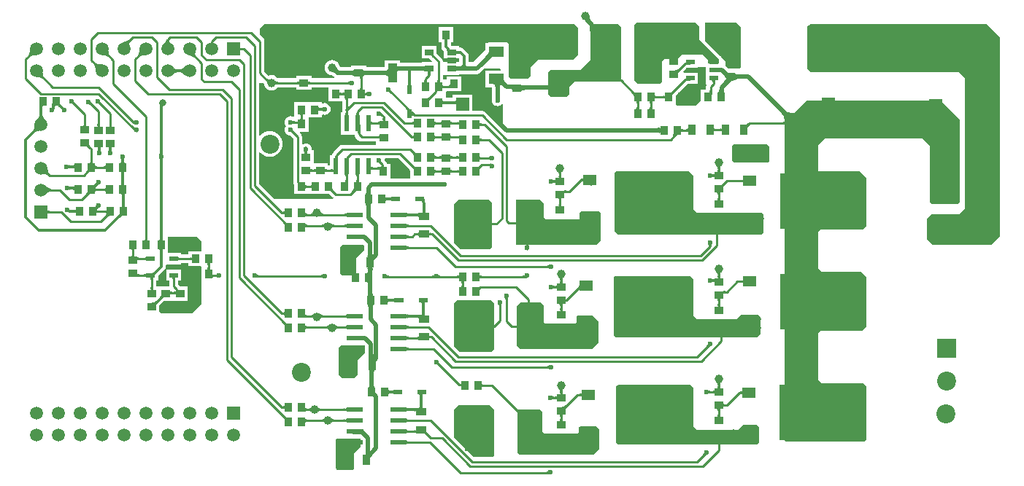
<source format=gtl>
G04*
G04 #@! TF.GenerationSoftware,Altium Limited,Altium Designer,19.0.15 (446)*
G04*
G04 Layer_Physical_Order=1*
G04 Layer_Color=255*
%FSLAX24Y24*%
%MOIN*%
G70*
G01*
G75*
%ADD11C,0.0100*%
%ADD13C,0.0197*%
%ADD14C,0.0118*%
%ADD17R,0.0413X0.0866*%
%ADD18C,0.0394*%
%ADD19R,0.0354X0.0394*%
%ADD20R,0.0394X0.0354*%
%ADD21R,0.2756X0.2559*%
%ADD22R,0.0591X0.0496*%
%ADD23R,0.0394X0.0217*%
%ADD24R,0.0354X0.0512*%
%ADD25R,0.0736X0.0236*%
%ADD26R,0.0413X0.0197*%
%ADD27R,0.0512X0.0354*%
%ADD28R,0.0787X0.1772*%
%ADD29R,0.0697X0.0827*%
%ADD30R,0.0472X0.0709*%
%ADD31R,0.0787X0.2244*%
%ADD32R,0.0709X0.0472*%
%ADD33R,0.0413X0.1024*%
%ADD34R,0.0394X0.0276*%
%ADD35R,0.0197X0.0413*%
%ADD36R,0.0630X0.1378*%
%ADD37R,0.0236X0.0736*%
%ADD66C,0.0394*%
%ADD67C,0.0080*%
%ADD68C,0.0787*%
%ADD69C,0.0591*%
%ADD70R,0.0591X0.0591*%
%ADD71R,0.0600X0.0600*%
%ADD72C,0.0600*%
%ADD73R,0.0591X0.0591*%
%ADD74C,0.0866*%
%ADD75R,0.0866X0.0866*%
%ADD76C,0.0236*%
%ADD77C,0.0315*%
G36*
X27850Y21128D02*
X27854Y21103D01*
X27860Y21079D01*
X27868Y21054D01*
X27878Y21030D01*
X27890Y21007D01*
X27905Y20983D01*
X27922Y20960D01*
X27941Y20937D01*
X27963Y20915D01*
X27825Y20774D01*
X27792Y20807D01*
X27644Y20937D01*
X27628Y20948D01*
X27615Y20955D01*
X27604Y20959D01*
X27848Y21153D01*
X27850Y21128D01*
D02*
G37*
G36*
X21407Y20103D02*
X21397Y20100D01*
X21388Y20094D01*
X21380Y20085D01*
X21374Y20075D01*
X21369Y20062D01*
X21364Y20046D01*
X21361Y20029D01*
X21360Y20009D01*
X21359Y19986D01*
X21241D01*
X21240Y20009D01*
X21239Y20029D01*
X21236Y20046D01*
X21232Y20062D01*
X21226Y20075D01*
X21220Y20085D01*
X21212Y20094D01*
X21203Y20100D01*
X21193Y20103D01*
X21182Y20104D01*
X21418D01*
X21407Y20103D01*
D02*
G37*
G36*
X10650Y19988D02*
X10652Y19959D01*
X10654Y19952D01*
X10655Y19946D01*
X10657Y19941D01*
X10659Y19937D01*
X10661Y19935D01*
X10664Y19933D01*
X10535Y19942D01*
X10538Y19943D01*
X10540Y19945D01*
X10543Y19948D01*
X10545Y19952D01*
X10546Y19957D01*
X10548Y19964D01*
X10549Y19971D01*
X10550Y19989D01*
X10550Y20000D01*
X10650D01*
X10650Y19988D01*
D02*
G37*
G36*
X8632Y20077D02*
X8636Y20054D01*
X8642Y20032D01*
X8651Y20010D01*
X8663Y19988D01*
X8677Y19967D01*
X8694Y19945D01*
X8714Y19925D01*
X8736Y19904D01*
X8761Y19884D01*
X8400D01*
X8425Y19904D01*
X8447Y19925D01*
X8466Y19945D01*
X8483Y19967D01*
X8498Y19988D01*
X8509Y20010D01*
X8519Y20032D01*
X8525Y20054D01*
X8529Y20077D01*
X8530Y20100D01*
X8630D01*
X8632Y20077D01*
D02*
G37*
G36*
X6881Y20013D02*
X6866Y19995D01*
X6853Y19975D01*
X6844Y19953D01*
X6837Y19930D01*
X6833Y19904D01*
X6833Y19876D01*
X6835Y19847D01*
X6840Y19815D01*
X6848Y19782D01*
X6859Y19747D01*
X6489Y19931D01*
X6537Y19947D01*
X6739Y20028D01*
X6759Y20039D01*
X6775Y20049D01*
X6786Y20059D01*
X6881Y20013D01*
D02*
G37*
G36*
X11874Y19726D02*
X11877Y19718D01*
X11882Y19710D01*
X11889Y19704D01*
X11898Y19698D01*
X11910Y19694D01*
X11923Y19690D01*
X11938Y19688D01*
X11955Y19686D01*
X11974Y19686D01*
Y19586D01*
X11955Y19585D01*
X11938Y19584D01*
X11923Y19581D01*
X11910Y19578D01*
X11898Y19573D01*
X11889Y19568D01*
X11882Y19561D01*
X11877Y19554D01*
X11874Y19545D01*
X11873Y19536D01*
Y19736D01*
X11874Y19726D01*
D02*
G37*
G36*
X21740Y19605D02*
X21744Y19595D01*
X21750Y19586D01*
X21758Y19578D01*
X21769Y19572D01*
X21782Y19567D01*
X21797Y19562D01*
X21815Y19559D01*
X21836Y19558D01*
X21858Y19557D01*
Y19439D01*
X21836Y19438D01*
X21815Y19437D01*
X21797Y19434D01*
X21782Y19430D01*
X21769Y19424D01*
X21758Y19418D01*
X21750Y19410D01*
X21744Y19401D01*
X21740Y19391D01*
X21739Y19380D01*
Y19616D01*
X21740Y19605D01*
D02*
G37*
G36*
X23521Y19297D02*
X23505Y19308D01*
X23487Y19313D01*
X23466D01*
X23443Y19308D01*
X23416Y19297D01*
X23387Y19280D01*
X23355Y19258D01*
X23320Y19230D01*
X23242Y19157D01*
X23103Y19297D01*
X23142Y19337D01*
X23203Y19409D01*
X23226Y19441D01*
X23242Y19471D01*
X23253Y19497D01*
X23259Y19521D01*
Y19542D01*
X23253Y19560D01*
X23242Y19575D01*
X23521Y19297D01*
D02*
G37*
G36*
X7577Y19355D02*
X7535Y19354D01*
X7459Y19349D01*
X7425Y19344D01*
X7394Y19338D01*
X7367Y19330D01*
X7342Y19321D01*
X7320Y19310D01*
X7301Y19298D01*
X7285Y19284D01*
X7214Y19354D01*
X7228Y19370D01*
X7240Y19389D01*
X7251Y19411D01*
X7260Y19436D01*
X7268Y19464D01*
X7275Y19495D01*
X7280Y19529D01*
X7285Y19605D01*
X7285Y19647D01*
X7577Y19355D01*
D02*
G37*
G36*
X5876Y19605D02*
X5881Y19529D01*
X5886Y19495D01*
X5892Y19464D01*
X5900Y19436D01*
X5910Y19411D01*
X5920Y19389D01*
X5933Y19370D01*
X5947Y19354D01*
X5876Y19284D01*
X5860Y19298D01*
X5841Y19310D01*
X5819Y19321D01*
X5794Y19330D01*
X5766Y19338D01*
X5735Y19344D01*
X5702Y19349D01*
X5626Y19354D01*
X5583Y19355D01*
X5876Y19647D01*
X5876Y19605D01*
D02*
G37*
G36*
X2577Y19355D02*
X2535Y19354D01*
X2459Y19349D01*
X2425Y19344D01*
X2394Y19338D01*
X2367Y19330D01*
X2342Y19321D01*
X2320Y19310D01*
X2301Y19298D01*
X2285Y19284D01*
X2214Y19354D01*
X2228Y19370D01*
X2240Y19389D01*
X2251Y19411D01*
X2260Y19436D01*
X2268Y19464D01*
X2275Y19495D01*
X2280Y19529D01*
X2285Y19605D01*
X2285Y19647D01*
X2577Y19355D01*
D02*
G37*
G36*
X9854Y19531D02*
X9847Y19496D01*
X9843Y19464D01*
X9842Y19433D01*
X9843Y19405D01*
X9848Y19379D01*
X9855Y19355D01*
X9864Y19333D01*
X9877Y19313D01*
X9892Y19296D01*
X9801Y19245D01*
X9789Y19256D01*
X9772Y19267D01*
X9752Y19279D01*
X9728Y19290D01*
X9668Y19314D01*
X9593Y19339D01*
X9503Y19365D01*
X9864Y19567D01*
X9854Y19531D01*
D02*
G37*
G36*
X32850Y20675D02*
Y20073D01*
X33770Y19153D01*
Y18975D01*
X33250D01*
Y19150D01*
X33000Y19400D01*
X32050D01*
X31850Y19200D01*
X31250D01*
X31150Y19100D01*
Y18150D01*
X31053Y18053D01*
X30050D01*
X29900Y18203D01*
Y20750D01*
X30000Y20850D01*
X32675D01*
X32850Y20675D01*
D02*
G37*
G36*
X34750Y20663D02*
Y18800D01*
X34700Y18750D01*
X34189D01*
X34084Y18854D01*
X34050Y18877D01*
Y19076D01*
X33904Y19223D01*
X33878Y19261D01*
X33860Y19279D01*
Y19317D01*
X33822D01*
X33125Y20014D01*
Y20850D01*
X34562D01*
X34750Y20663D01*
D02*
G37*
G36*
X31966Y18676D02*
X31947Y18655D01*
X31915Y18619D01*
X31904Y18602D01*
X31896Y18588D01*
X31890Y18574D01*
X31887Y18562D01*
Y18552D01*
X31890Y18542D01*
X31896Y18535D01*
X31754Y18676D01*
X31762Y18670D01*
X31771Y18667D01*
X31782D01*
X31794Y18670D01*
X31807Y18676D01*
X31822Y18684D01*
X31838Y18696D01*
X31856Y18710D01*
X31896Y18747D01*
X31966Y18676D01*
D02*
G37*
G36*
X5301Y19002D02*
X5320Y18990D01*
X5342Y18979D01*
X5367Y18970D01*
X5394Y18962D01*
X5425Y18956D01*
X5459Y18951D01*
X5535Y18946D01*
X5577Y18945D01*
X5285Y18653D01*
X5285Y18695D01*
X5280Y18771D01*
X5275Y18805D01*
X5268Y18836D01*
X5260Y18864D01*
X5251Y18889D01*
X5240Y18911D01*
X5228Y18930D01*
X5214Y18946D01*
X5285Y19016D01*
X5301Y19002D01*
D02*
G37*
G36*
X22181Y18935D02*
X22184Y18924D01*
X22194Y18906D01*
X22208Y18891D01*
X22225Y18878D01*
X22247Y18867D01*
X22273Y18859D01*
X22302Y18853D01*
X22336Y18850D01*
X22373Y18848D01*
X22117Y18652D01*
X21861Y18848D01*
X21899Y18850D01*
X21932Y18853D01*
X21962Y18859D01*
X21987Y18867D01*
X22009Y18878D01*
X22027Y18891D01*
X22040Y18906D01*
X22050Y18924D01*
X22056Y18944D01*
X22057Y18952D01*
X22058Y19026D01*
X22176D01*
X22181Y18935D01*
D02*
G37*
G36*
X20329Y18613D02*
X20327Y18621D01*
X20321Y18627D01*
X20311Y18633D01*
X20298Y18638D01*
X20280Y18642D01*
X20258Y18645D01*
X20233Y18648D01*
X20170Y18651D01*
X20132Y18652D01*
Y18848D01*
X20170Y18849D01*
X20258Y18855D01*
X20280Y18858D01*
X20298Y18862D01*
X20311Y18867D01*
X20321Y18873D01*
X20327Y18879D01*
X20329Y18887D01*
Y18613D01*
D02*
G37*
G36*
X33711Y18788D02*
X33717Y18785D01*
X33726Y18782D01*
X33740Y18780D01*
X33758Y18778D01*
X33835Y18774D01*
X33905Y18773D01*
Y18577D01*
X33709Y18578D01*
Y18792D01*
X33711Y18788D01*
D02*
G37*
G36*
X17220Y18701D02*
X17242Y18682D01*
X17253Y18674D01*
X17264Y18667D01*
X17274Y18661D01*
X17284Y18656D01*
X17294Y18652D01*
X17304Y18649D01*
X17314Y18647D01*
X17203Y18536D01*
X17201Y18546D01*
X17198Y18556D01*
X17194Y18566D01*
X17189Y18576D01*
X17183Y18586D01*
X17176Y18597D01*
X17168Y18608D01*
X17149Y18630D01*
X17137Y18642D01*
X17208Y18713D01*
X17220Y18701D01*
D02*
G37*
G36*
X16298Y18808D02*
X16304Y18789D01*
X16312Y18770D01*
X16323Y18751D01*
X16335Y18731D01*
X16350Y18710D01*
X16385Y18666D01*
X16405Y18643D01*
X16428Y18620D01*
X16289Y18480D01*
X16268Y18501D01*
X16225Y18536D01*
X16205Y18550D01*
X16184Y18563D01*
X16164Y18573D01*
X16144Y18582D01*
X16124Y18588D01*
X16104Y18593D01*
X16085Y18595D01*
X16294Y18825D01*
X16298Y18808D01*
D02*
G37*
G36*
X20591Y18675D02*
X20587Y18666D01*
X20584Y18653D01*
X20582Y18637D01*
X20580Y18615D01*
X20625D01*
X20615Y18614D01*
X20607Y18611D01*
X20599Y18606D01*
X20593Y18598D01*
X20587Y18589D01*
X20583Y18578D01*
X20579Y18565D01*
X20577Y18550D01*
X20576Y18544D01*
X20575Y18505D01*
X20575Y18468D01*
X20475D01*
X20475Y18505D01*
X20471Y18560D01*
X20470Y18565D01*
X20467Y18578D01*
X20462Y18589D01*
X20457Y18598D01*
X20450Y18606D01*
X20443Y18611D01*
X20434Y18614D01*
X20425Y18615D01*
X20468D01*
X20465Y18653D01*
X20462Y18666D01*
X20459Y18675D01*
X20455Y18680D01*
X20594D01*
X20591Y18675D01*
D02*
G37*
G36*
X9369Y18443D02*
X9341Y18471D01*
X9286Y18519D01*
X9259Y18538D01*
X9233Y18554D01*
X9208Y18567D01*
X9183Y18578D01*
X9160Y18585D01*
X9136Y18589D01*
X9114Y18591D01*
Y18709D01*
X9136Y18711D01*
X9160Y18715D01*
X9183Y18722D01*
X9208Y18733D01*
X9233Y18746D01*
X9259Y18762D01*
X9286Y18781D01*
X9313Y18804D01*
X9369Y18857D01*
Y18443D01*
D02*
G37*
G36*
X8820Y18829D02*
X8875Y18781D01*
X8902Y18762D01*
X8927Y18746D01*
X8953Y18733D01*
X8977Y18722D01*
X9001Y18715D01*
X9024Y18711D01*
X9047Y18709D01*
Y18591D01*
X9024Y18589D01*
X9001Y18585D01*
X8977Y18578D01*
X8953Y18567D01*
X8927Y18554D01*
X8902Y18538D01*
X8875Y18519D01*
X8848Y18496D01*
X8791Y18443D01*
Y18857D01*
X8820Y18829D01*
D02*
G37*
G36*
X17399Y18554D02*
X17402Y18544D01*
X17406Y18534D01*
X17411Y18524D01*
X17417Y18514D01*
X17424Y18503D01*
X17432Y18492D01*
X17451Y18470D01*
X17463Y18458D01*
X17392Y18387D01*
X17380Y18399D01*
X17358Y18418D01*
X17347Y18426D01*
X17336Y18433D01*
X17326Y18439D01*
X17316Y18444D01*
X17306Y18448D01*
X17296Y18451D01*
X17286Y18453D01*
X17397Y18564D01*
X17399Y18554D01*
D02*
G37*
G36*
X17498Y18711D02*
X17504Y18698D01*
X17513Y18686D01*
X17527Y18676D01*
X17545Y18668D01*
X17567Y18661D01*
X17592Y18655D01*
X17622Y18652D01*
X17655Y18649D01*
X17693Y18648D01*
Y18452D01*
X17655Y18451D01*
X17592Y18445D01*
X17567Y18439D01*
X17545Y18432D01*
X17527Y18424D01*
X17513Y18414D01*
X17504Y18402D01*
X17498Y18389D01*
X17496Y18374D01*
Y18726D01*
X17498Y18711D01*
D02*
G37*
G36*
X17104Y18374D02*
X17102Y18389D01*
X17096Y18402D01*
X17087Y18414D01*
X17073Y18424D01*
X17055Y18432D01*
X17033Y18439D01*
X17008Y18445D01*
X16978Y18448D01*
X16945Y18451D01*
X16908Y18452D01*
Y18648D01*
X16945Y18649D01*
X17008Y18655D01*
X17033Y18661D01*
X17055Y18668D01*
X17073Y18676D01*
X17087Y18686D01*
X17096Y18698D01*
X17102Y18711D01*
X17104Y18726D01*
Y18374D01*
D02*
G37*
G36*
X18646Y18353D02*
X18644Y18372D01*
X18638Y18389D01*
X18628Y18403D01*
X18614Y18416D01*
X18596Y18427D01*
X18574Y18436D01*
X18549Y18443D01*
X18519Y18448D01*
X18485Y18451D01*
X18448Y18452D01*
Y18648D01*
X18485Y18649D01*
X18519Y18652D01*
X18549Y18657D01*
X18574Y18664D01*
X18596Y18673D01*
X18614Y18684D01*
X18628Y18697D01*
X18638Y18711D01*
X18644Y18728D01*
X18646Y18747D01*
Y18353D01*
D02*
G37*
G36*
X2876Y18605D02*
X2881Y18529D01*
X2886Y18495D01*
X2892Y18464D01*
X2900Y18436D01*
X2910Y18411D01*
X2920Y18389D01*
X2933Y18370D01*
X2947Y18354D01*
X2876Y18284D01*
X2860Y18298D01*
X2841Y18310D01*
X2819Y18321D01*
X2794Y18330D01*
X2766Y18338D01*
X2735Y18344D01*
X2702Y18349D01*
X2626Y18354D01*
X2583Y18355D01*
X2876Y18647D01*
X2876Y18605D01*
D02*
G37*
G36*
X27343Y20632D02*
Y19393D01*
X27103Y19153D01*
X25489D01*
X25150Y18814D01*
Y18393D01*
X25032Y18275D01*
X24244D01*
X24150Y18370D01*
Y19895D01*
X24095Y19950D01*
X23260D01*
X23245Y19964D01*
X23199Y19918D01*
X23091D01*
Y19627D01*
X22523Y19059D01*
X22330D01*
Y19333D01*
X22330Y19333D01*
X22314Y19414D01*
X22268Y19484D01*
X22268Y19484D01*
X22103Y19649D01*
X22034Y19695D01*
X21952Y19711D01*
X21952Y19711D01*
X21891D01*
Y19786D01*
X21558D01*
X21557Y19787D01*
X21557Y19787D01*
X21513Y19831D01*
Y19953D01*
X21627D01*
Y20647D01*
X20973D01*
Y19953D01*
X21087D01*
Y19743D01*
X21087Y19743D01*
X21103Y19661D01*
X21149Y19592D01*
X21198Y19543D01*
Y19210D01*
X21891D01*
X21904Y19165D01*
Y19059D01*
X21154D01*
Y19073D01*
X21138Y19151D01*
X21094Y19217D01*
X20872Y19440D01*
Y19786D01*
X20178D01*
Y19210D01*
X20525D01*
X20527Y19207D01*
X20650Y19084D01*
X20631Y19038D01*
X20338D01*
X20329Y19040D01*
X20320Y19038D01*
X20317D01*
X20310Y19038D01*
X20308Y19038D01*
X20178D01*
Y19003D01*
X19207D01*
Y19129D01*
X18493D01*
Y18804D01*
X18489Y18803D01*
X17647D01*
Y18877D01*
X17504D01*
X17496Y18879D01*
X17487Y18877D01*
X17482D01*
X17475Y18878D01*
X17474Y18877D01*
X17193D01*
X17173Y18881D01*
X17153Y18877D01*
X17126D01*
X17125Y18878D01*
X17118Y18877D01*
X17113D01*
X17104Y18879D01*
X17096Y18877D01*
X16953D01*
Y18804D01*
X16949Y18803D01*
X16789D01*
X16770Y18811D01*
X16700Y18820D01*
X16630Y18811D01*
X16611Y18803D01*
X16489D01*
X16470Y18811D01*
X16465Y18812D01*
X16463Y18814D01*
X16456Y18826D01*
X16450Y18836D01*
X16447Y18844D01*
X16445Y18849D01*
X16443Y18860D01*
X16440Y18866D01*
X16438Y18882D01*
X16403Y18966D01*
X16347Y19039D01*
X16275Y19094D01*
X16191Y19129D01*
X16100Y19141D01*
X16009Y19129D01*
X15925Y19094D01*
X15853Y19039D01*
X15797Y18966D01*
X15762Y18882D01*
X15750Y18791D01*
X15762Y18701D01*
X15797Y18617D01*
X15853Y18544D01*
X15925Y18488D01*
X16009Y18454D01*
X16052Y18448D01*
X16066Y18443D01*
X16078Y18442D01*
X16083Y18441D01*
X16090Y18438D01*
X16099Y18435D01*
X16109Y18429D01*
X16121Y18422D01*
X16133Y18414D01*
X16154Y18397D01*
X16179Y18371D01*
X16205Y18354D01*
X16190Y18304D01*
X15147D01*
Y18427D01*
X14453D01*
Y18304D01*
X13603D01*
X13602Y18306D01*
X13600Y18308D01*
X13600Y18308D01*
X13570Y18347D01*
X13497Y18403D01*
X13413Y18438D01*
X13322Y18450D01*
X13232Y18438D01*
X13202Y18426D01*
X13004Y18623D01*
Y20000D01*
X12988Y20078D01*
X12944Y20144D01*
X12800Y20288D01*
Y20600D01*
X13000Y20800D01*
X27175D01*
X27343Y20632D01*
D02*
G37*
G36*
X17496Y18374D02*
X17492Y18373D01*
X17489Y18370D01*
X17486Y18365D01*
X17484Y18358D01*
X17482Y18349D01*
X17480Y18338D01*
X17478Y18310D01*
X17477Y18274D01*
X17377D01*
X17377Y18293D01*
X17375Y18310D01*
X17373Y18326D01*
X17369Y18339D01*
X17365Y18350D01*
X17359Y18359D01*
X17353Y18366D01*
X17345Y18371D01*
X17337Y18374D01*
X17327Y18375D01*
X17496Y18374D01*
D02*
G37*
G36*
X34073Y18648D02*
X34150Y18582D01*
X34183Y18559D01*
X34213Y18542D01*
X34239Y18531D01*
X34261Y18526D01*
X34280Y18528D01*
X34296Y18536D01*
X34308Y18551D01*
X34193Y18352D01*
X34458Y18200D01*
X34439Y18208D01*
X34419Y18211D01*
X34396Y18209D01*
X34371Y18202D01*
X34344Y18190D01*
X34315Y18174D01*
X34284Y18153D01*
X34251Y18126D01*
X34216Y18096D01*
X34179Y18060D01*
X33965Y18124D01*
X34008Y18168D01*
X34074Y18245D01*
X34094Y18274D01*
X34092Y18282D01*
X34082Y18309D01*
X34070Y18337D01*
X34054Y18365D01*
X34036Y18393D01*
X34015Y18420D01*
X33992Y18448D01*
X33965Y18476D01*
X34029Y18690D01*
X34073Y18648D01*
D02*
G37*
G36*
X34498Y18536D02*
X34504Y18523D01*
X34513Y18511D01*
X34527Y18501D01*
X34545Y18493D01*
X34567Y18486D01*
X34592Y18480D01*
X34622Y18477D01*
X34655Y18474D01*
X34692Y18473D01*
Y18277D01*
X34655Y18276D01*
X34592Y18270D01*
X34567Y18264D01*
X34545Y18257D01*
X34527Y18249D01*
X34513Y18239D01*
X34504Y18227D01*
X34498Y18214D01*
X34496Y18199D01*
Y18551D01*
X34498Y18536D01*
D02*
G37*
G36*
X21000Y18192D02*
X21002Y18175D01*
X21005Y18160D01*
X21008Y18147D01*
X21012Y18136D01*
X21018Y18127D01*
X21024Y18120D01*
X21032Y18115D01*
X21040Y18112D01*
X21050Y18111D01*
X20850D01*
X20859Y18112D01*
X20868Y18115D01*
X20875Y18120D01*
X20882Y18127D01*
X20887Y18136D01*
X20892Y18147D01*
X20896Y18160D01*
X20898Y18175D01*
X20900Y18192D01*
X20900Y18211D01*
X21000D01*
X21000Y18192D01*
D02*
G37*
G36*
X20401D02*
X20402Y18175D01*
X20405Y18160D01*
X20408Y18147D01*
X20412Y18136D01*
X20418Y18127D01*
X20424Y18120D01*
X20432Y18115D01*
X20440Y18112D01*
X20450Y18111D01*
X20250D01*
X20259Y18112D01*
X20268Y18115D01*
X20275Y18120D01*
X20282Y18127D01*
X20287Y18136D01*
X20292Y18147D01*
X20296Y18160D01*
X20298Y18175D01*
X20299Y18192D01*
X20300Y18211D01*
X20400D01*
X20401Y18192D01*
D02*
G37*
G36*
X33603Y18204D02*
X33595Y18201D01*
X33587Y18196D01*
X33581Y18189D01*
X33575Y18180D01*
X33571Y18169D01*
X33567Y18155D01*
X33565Y18140D01*
X33563Y18123D01*
X33563Y18104D01*
X33463D01*
X33462Y18123D01*
X33461Y18140D01*
X33458Y18155D01*
X33455Y18169D01*
X33450Y18180D01*
X33445Y18189D01*
X33438Y18196D01*
X33431Y18201D01*
X33422Y18204D01*
X33413Y18205D01*
X33613D01*
X33603Y18204D01*
D02*
G37*
G36*
X13119Y18291D02*
X13132Y18281D01*
X13144Y18273D01*
X13156Y18266D01*
X13167Y18262D01*
X13178Y18259D01*
X13189Y18258D01*
X13199Y18259D01*
X13209Y18262D01*
X13218Y18267D01*
X13126Y18090D01*
X13125Y18101D01*
X13122Y18112D01*
X13119Y18124D01*
X13114Y18136D01*
X13108Y18148D01*
X13100Y18160D01*
X13092Y18172D01*
X13082Y18184D01*
X13059Y18210D01*
X13106Y18303D01*
X13119Y18291D01*
D02*
G37*
G36*
X16916Y18017D02*
X16909Y18024D01*
X16902Y18029D01*
X16894Y18034D01*
X16885Y18038D01*
X16876Y18042D01*
X16867Y18045D01*
X16856Y18047D01*
X16846Y18049D01*
X16834Y18050D01*
X16822Y18050D01*
Y18150D01*
X16834Y18150D01*
X16846Y18151D01*
X16856Y18153D01*
X16867Y18155D01*
X16876Y18158D01*
X16885Y18162D01*
X16894Y18166D01*
X16902Y18171D01*
X16909Y18176D01*
X16916Y18183D01*
Y18017D01*
D02*
G37*
G36*
X14995Y18190D02*
X14999Y18182D01*
X15004Y18175D01*
X15011Y18168D01*
X15020Y18162D01*
X15031Y18158D01*
X15044Y18154D01*
X15059Y18152D01*
X15076Y18151D01*
X15096Y18150D01*
Y18050D01*
X15076Y18049D01*
X15059Y18048D01*
X15044Y18046D01*
X15031Y18042D01*
X15020Y18038D01*
X15011Y18032D01*
X15004Y18025D01*
X14999Y18018D01*
X14995Y18010D01*
X14994Y18000D01*
Y18200D01*
X14995Y18190D01*
D02*
G37*
G36*
X14604Y18000D02*
X14603Y18010D01*
X14600Y18018D01*
X14595Y18025D01*
X14588Y18032D01*
X14579Y18038D01*
X14568Y18042D01*
X14555Y18046D01*
X14540Y18048D01*
X14523Y18049D01*
X14504Y18050D01*
Y18150D01*
X14523Y18151D01*
X14540Y18152D01*
X14555Y18154D01*
X14568Y18158D01*
X14579Y18162D01*
X14588Y18168D01*
X14595Y18175D01*
X14600Y18182D01*
X14603Y18190D01*
X14604Y18200D01*
Y18000D01*
D02*
G37*
G36*
X13498Y18190D02*
X13506Y18182D01*
X13515Y18175D01*
X13525Y18168D01*
X13537Y18162D01*
X13550Y18158D01*
X13564Y18154D01*
X13579Y18152D01*
X13595Y18151D01*
X13613Y18150D01*
Y18050D01*
X13595Y18049D01*
X13579Y18048D01*
X13564Y18046D01*
X13550Y18042D01*
X13537Y18038D01*
X13525Y18032D01*
X13515Y18025D01*
X13506Y18018D01*
X13498Y18010D01*
X13492Y18000D01*
Y18200D01*
X13498Y18190D01*
D02*
G37*
G36*
X19686Y18090D02*
X19689Y18052D01*
X19692Y18037D01*
X19695Y18024D01*
X19699Y18013D01*
X19704Y18005D01*
X19710Y17999D01*
X19717Y17995D01*
X19724Y17994D01*
X19529D01*
X19537Y17995D01*
X19543Y17999D01*
X19549Y18005D01*
X19554Y18013D01*
X19558Y18024D01*
X19561Y18037D01*
X19564Y18052D01*
X19566Y18070D01*
X19568Y18112D01*
X19686D01*
X19686Y18090D01*
D02*
G37*
G36*
X23942Y18244D02*
X23941Y18232D01*
X23944Y18217D01*
X23952Y18200D01*
X23963Y18180D01*
X23980Y18157D01*
X24000Y18131D01*
X24054Y18071D01*
X24088Y18037D01*
X23948Y17898D01*
X23914Y17931D01*
X23828Y18006D01*
X23805Y18022D01*
X23802Y18024D01*
X23797Y18020D01*
X23784Y18006D01*
X23773Y17988D01*
X23764Y17967D01*
X23757Y17941D01*
X23752Y17911D01*
X23749Y17878D01*
X23748Y17840D01*
X23552D01*
X23551Y17878D01*
X23548Y17911D01*
X23543Y17941D01*
X23536Y17967D01*
X23527Y17988D01*
X23516Y18006D01*
X23503Y18020D01*
X23489Y18030D01*
X23472Y18036D01*
X23453Y18038D01*
X23733D01*
X23947Y18253D01*
X23942Y18244D01*
D02*
G37*
G36*
X21476Y17857D02*
X21475Y17859D01*
X21472Y17860D01*
X21467Y17861D01*
X21460Y17863D01*
X21451Y17864D01*
X21412Y17865D01*
X21376Y17866D01*
Y17966D01*
X21395Y17966D01*
X21412Y17968D01*
X21427Y17970D01*
X21441Y17974D01*
X21452Y17978D01*
X21461Y17984D01*
X21468Y17990D01*
X21473Y17998D01*
X21476Y18006D01*
X21477Y18016D01*
X21476Y17857D01*
D02*
G37*
G36*
X21126Y18006D02*
X21129Y17998D01*
X21134Y17990D01*
X21141Y17984D01*
X21150Y17978D01*
X21161Y17974D01*
X21174Y17970D01*
X21190Y17968D01*
X21207Y17966D01*
X21226Y17966D01*
Y17866D01*
X21207Y17865D01*
X21190Y17864D01*
X21174Y17861D01*
X21161Y17858D01*
X21150Y17853D01*
X21141Y17848D01*
X21134Y17841D01*
X21129Y17834D01*
X21126Y17825D01*
X21125Y17816D01*
Y18016D01*
X21126Y18006D01*
D02*
G37*
G36*
X17478Y17876D02*
X17479Y17859D01*
X17482Y17844D01*
X17485Y17831D01*
X17490Y17820D01*
X17495Y17811D01*
X17502Y17804D01*
X17509Y17799D01*
X17518Y17795D01*
X17527Y17794D01*
X17327D01*
X17337Y17795D01*
X17345Y17799D01*
X17353Y17804D01*
X17359Y17811D01*
X17365Y17820D01*
X17369Y17831D01*
X17373Y17844D01*
X17375Y17859D01*
X17377Y17876D01*
X17377Y17896D01*
X17477D01*
X17478Y17876D01*
D02*
G37*
G36*
X24331Y18026D02*
Y17732D01*
X24329Y17751D01*
X24323Y17767D01*
X24313Y17782D01*
X24299Y17795D01*
X24282Y17806D01*
X24260Y17815D01*
X24234Y17821D01*
X24205Y17826D01*
X24171Y17829D01*
X24134Y17830D01*
Y18027D01*
X24331Y18026D01*
D02*
G37*
G36*
X23800Y18704D02*
X23780Y18658D01*
X23091D01*
Y17886D01*
X23396D01*
X23397Y17882D01*
Y17709D01*
X23389Y17690D01*
X23380Y17620D01*
X23389Y17550D01*
X23397Y17531D01*
Y17391D01*
X23389Y17372D01*
X23380Y17302D01*
X23389Y17232D01*
X23416Y17167D01*
X23459Y17111D01*
X23515Y17068D01*
X23580Y17041D01*
X23650Y17032D01*
X23720Y17041D01*
X23785Y17068D01*
X23841Y17111D01*
X23850Y17122D01*
X23900Y17105D01*
Y16073D01*
X23843Y16016D01*
X23108Y16750D01*
X23042Y16795D01*
X22964Y16810D01*
X22500D01*
Y17568D01*
X21600D01*
Y17413D01*
X21277D01*
Y17547D01*
X21277Y17547D01*
Y17569D01*
X21277D01*
X21277Y17597D01*
Y17700D01*
X21325Y17706D01*
X21325Y17706D01*
X21325Y17706D01*
X21466D01*
X21475Y17704D01*
X21484Y17706D01*
X21495D01*
X21498Y17706D01*
X21498Y17706D01*
X21979D01*
Y18399D01*
X21325D01*
Y18268D01*
X21277Y18263D01*
Y18263D01*
X21154D01*
Y18447D01*
X21198Y18462D01*
Y18462D01*
X21891D01*
Y18497D01*
X22696D01*
X22793Y18516D01*
X22875Y18571D01*
X23054Y18750D01*
X23754D01*
X23800Y18704D01*
D02*
G37*
G36*
X24724Y18015D02*
X24730Y18005D01*
X24740Y17997D01*
X24754Y17989D01*
X24771Y17983D01*
X24793Y17978D01*
X24819Y17974D01*
X24848Y17971D01*
X24919Y17968D01*
Y17772D01*
X24881Y17771D01*
X24848Y17768D01*
X24819Y17763D01*
X24793Y17756D01*
X24771Y17747D01*
X24754Y17737D01*
X24740Y17724D01*
X24730Y17709D01*
X24724Y17693D01*
X24722Y17674D01*
Y18026D01*
X24724Y18015D01*
D02*
G37*
G36*
X33976Y17805D02*
X33984Y17717D01*
X33988Y17695D01*
X33994Y17677D01*
X34000Y17663D01*
X34008Y17654D01*
X34016Y17648D01*
X34026Y17646D01*
X33680Y17644D01*
X33699Y17646D01*
X33716Y17652D01*
X33731Y17662D01*
X33743Y17676D01*
X33754Y17694D01*
X33763Y17716D01*
X33770Y17742D01*
X33775Y17771D01*
X33778Y17805D01*
X33779Y17843D01*
X33976D01*
X33976Y17805D01*
D02*
G37*
G36*
X33426Y17646D02*
X33277Y17644D01*
X33287Y17646D01*
X33295Y17649D01*
X33303Y17654D01*
X33309Y17661D01*
X33315Y17670D01*
X33319Y17681D01*
X33323Y17694D01*
X33325Y17709D01*
X33327Y17726D01*
X33327Y17746D01*
X33427D01*
X33426Y17646D01*
D02*
G37*
G36*
X18768Y17790D02*
X18770Y17781D01*
X18772Y17772D01*
X18775Y17763D01*
X18779Y17754D01*
X18783Y17745D01*
X18789Y17736D01*
X18795Y17727D01*
X18803Y17718D01*
X18811Y17710D01*
X18740Y17639D01*
X18732Y17647D01*
X18723Y17655D01*
X18714Y17661D01*
X18705Y17667D01*
X18696Y17671D01*
X18687Y17675D01*
X18678Y17678D01*
X18669Y17680D01*
X18660Y17682D01*
X18651Y17682D01*
X18768Y17799D01*
X18768Y17790D01*
D02*
G37*
G36*
X31697Y17646D02*
X31677Y17625D01*
X31646Y17588D01*
X31634Y17572D01*
X31626Y17557D01*
X31620Y17544D01*
X31617Y17532D01*
Y17521D01*
X31620Y17512D01*
X31626Y17504D01*
X31485Y17646D01*
X31492Y17640D01*
X31502Y17637D01*
X31512D01*
X31524Y17640D01*
X31538Y17646D01*
X31552Y17654D01*
X31569Y17665D01*
X31586Y17680D01*
X31626Y17716D01*
X31697Y17646D01*
D02*
G37*
G36*
X17616Y17691D02*
X17619Y17682D01*
X17624Y17674D01*
X17631Y17668D01*
X17640Y17663D01*
X17651Y17658D01*
X17664Y17655D01*
X17667Y17655D01*
X17676Y17658D01*
X17685Y17662D01*
X17694Y17666D01*
X17702Y17671D01*
X17709Y17676D01*
X17716Y17683D01*
Y17650D01*
X17716Y17650D01*
Y17550D01*
X17716Y17550D01*
Y17517D01*
X17709Y17524D01*
X17702Y17529D01*
X17694Y17534D01*
X17685Y17538D01*
X17676Y17542D01*
X17667Y17545D01*
X17664Y17545D01*
X17651Y17542D01*
X17640Y17537D01*
X17631Y17532D01*
X17624Y17526D01*
X17619Y17518D01*
X17616Y17509D01*
X17615Y17500D01*
Y17700D01*
X17616Y17691D01*
D02*
G37*
G36*
X16665Y17500D02*
X16664Y17509D01*
X16661Y17518D01*
X16656Y17526D01*
X16649Y17532D01*
X16640Y17537D01*
X16629Y17542D01*
X16616Y17545D01*
X16601Y17548D01*
X16583Y17550D01*
X16564Y17550D01*
Y17650D01*
X16583Y17651D01*
X16601Y17652D01*
X16616Y17655D01*
X16629Y17658D01*
X16640Y17663D01*
X16649Y17668D01*
X16656Y17674D01*
X16661Y17682D01*
X16664Y17691D01*
X16665Y17700D01*
Y17500D01*
D02*
G37*
G36*
X16426Y17691D02*
X16429Y17682D01*
X16434Y17674D01*
X16441Y17668D01*
X16450Y17663D01*
X16461Y17658D01*
X16474Y17655D01*
X16490Y17652D01*
X16507Y17651D01*
X16526Y17650D01*
Y17550D01*
X16507Y17550D01*
X16490Y17548D01*
X16474Y17545D01*
X16461Y17542D01*
X16450Y17537D01*
X16441Y17532D01*
X16434Y17526D01*
X16429Y17518D01*
X16426Y17509D01*
X16425Y17500D01*
Y17700D01*
X16426Y17691D01*
D02*
G37*
G36*
X29876Y17696D02*
X29914Y17663D01*
X29931Y17651D01*
X29945Y17643D01*
X29959Y17637D01*
X29971Y17634D01*
X29981Y17635D01*
X29989Y17638D01*
X29996Y17644D01*
X29875Y17485D01*
X29880Y17493D01*
X29880Y17504D01*
X29878Y17517D01*
X29872Y17532D01*
X29863Y17549D01*
X29851Y17567D01*
X29835Y17588D01*
X29794Y17635D01*
X29768Y17661D01*
X29854Y17716D01*
X29876Y17696D01*
D02*
G37*
G36*
X29300Y20650D02*
Y18253D01*
X29197Y18150D01*
X27150D01*
X26926Y17926D01*
Y17575D01*
X26801Y17450D01*
X26100D01*
X25950Y17600D01*
Y17770D01*
X25899Y17771D01*
X25826Y17772D01*
Y17968D01*
X25899Y17969D01*
X25950Y17972D01*
Y18550D01*
X26075Y18675D01*
X27425D01*
X27878Y19128D01*
Y20614D01*
X28064Y20800D01*
X29150D01*
X29300Y20650D01*
D02*
G37*
G36*
X20597Y17396D02*
X20577Y17375D01*
X20546Y17338D01*
X20534Y17322D01*
X20526Y17307D01*
X20520Y17294D01*
X20517Y17282D01*
Y17271D01*
X20520Y17262D01*
X20526Y17254D01*
X20385Y17396D01*
X20392Y17390D01*
X20402Y17387D01*
X20412D01*
X20424Y17390D01*
X20438Y17396D01*
X20452Y17404D01*
X20469Y17415D01*
X20486Y17430D01*
X20526Y17466D01*
X20597Y17396D01*
D02*
G37*
G36*
X31275Y17350D02*
X31274Y17359D01*
X31271Y17368D01*
X31266Y17376D01*
X31259Y17382D01*
X31250Y17387D01*
X31239Y17392D01*
X31226Y17395D01*
X31210Y17398D01*
X31193Y17399D01*
X31174Y17400D01*
Y17500D01*
X31193Y17500D01*
X31210Y17502D01*
X31226Y17505D01*
X31239Y17508D01*
X31250Y17513D01*
X31259Y17518D01*
X31266Y17524D01*
X31271Y17532D01*
X31274Y17541D01*
X31275Y17550D01*
Y17350D01*
D02*
G37*
G36*
X30826Y17541D02*
X30829Y17532D01*
X30834Y17524D01*
X30841Y17518D01*
X30850Y17513D01*
X30861Y17508D01*
X30874Y17505D01*
X30890Y17502D01*
X30907Y17500D01*
X30926Y17500D01*
Y17400D01*
X30907Y17399D01*
X30890Y17398D01*
X30874Y17395D01*
X30861Y17392D01*
X30850Y17387D01*
X30841Y17382D01*
X30834Y17376D01*
X30829Y17368D01*
X30826Y17359D01*
X30825Y17350D01*
Y17550D01*
X30826Y17541D01*
D02*
G37*
G36*
X16841Y17403D02*
X16832Y17400D01*
X16825Y17395D01*
X16818Y17388D01*
X16813Y17379D01*
X16808Y17368D01*
X16805Y17355D01*
X16802Y17340D01*
X16801Y17323D01*
X16800Y17304D01*
X16700D01*
X16700Y17323D01*
X16697Y17355D01*
X16694Y17368D01*
X16691Y17379D01*
X16687Y17388D01*
X16682Y17395D01*
X16677Y17400D01*
X16671Y17403D01*
X16664Y17404D01*
X16850D01*
X16841Y17403D01*
D02*
G37*
G36*
X30740Y17255D02*
X30732Y17251D01*
X30724Y17246D01*
X30718Y17239D01*
X30712Y17230D01*
X30708Y17219D01*
X30705Y17206D01*
X30702Y17191D01*
X30701Y17174D01*
X30700Y17154D01*
X30600D01*
X30600Y17174D01*
X30598Y17191D01*
X30596Y17206D01*
X30592Y17219D01*
X30587Y17230D01*
X30582Y17239D01*
X30575Y17246D01*
X30568Y17251D01*
X30559Y17255D01*
X30550Y17256D01*
X30750D01*
X30740Y17255D01*
D02*
G37*
G36*
X30141D02*
X30132Y17251D01*
X30124Y17246D01*
X30118Y17239D01*
X30113Y17230D01*
X30108Y17219D01*
X30104Y17206D01*
X30102Y17191D01*
X30101Y17174D01*
X30100Y17154D01*
X30000D01*
X29999Y17174D01*
X29998Y17191D01*
X29996Y17206D01*
X29992Y17219D01*
X29987Y17230D01*
X29982Y17239D01*
X29976Y17246D01*
X29968Y17251D01*
X29959Y17255D01*
X29950Y17256D01*
X30150D01*
X30141Y17255D01*
D02*
G37*
G36*
X5519Y17238D02*
X5520Y17229D01*
X5523Y17220D01*
X5526Y17211D01*
X5530Y17202D01*
X5535Y17193D01*
X5541Y17184D01*
X5547Y17175D01*
X5555Y17167D01*
X5563Y17158D01*
X5495Y17084D01*
X5486Y17092D01*
X5478Y17100D01*
X5469Y17106D01*
X5460Y17112D01*
X5451Y17116D01*
X5442Y17120D01*
X5433Y17123D01*
X5424Y17125D01*
X5415Y17126D01*
X5406Y17126D01*
X5518Y17247D01*
X5519Y17238D01*
D02*
G37*
G36*
X4319D02*
X4320Y17229D01*
X4323Y17220D01*
X4326Y17211D01*
X4330Y17202D01*
X4335Y17193D01*
X4341Y17184D01*
X4347Y17175D01*
X4355Y17167D01*
X4363Y17158D01*
X4295Y17084D01*
X4286Y17092D01*
X4278Y17100D01*
X4269Y17106D01*
X4260Y17112D01*
X4251Y17116D01*
X4242Y17120D01*
X4233Y17123D01*
X4224Y17125D01*
X4215Y17126D01*
X4206Y17126D01*
X4318Y17247D01*
X4319Y17238D01*
D02*
G37*
G36*
X21752Y17082D02*
X21751Y17093D01*
X21748Y17103D01*
X21742Y17112D01*
X21733Y17120D01*
X21723Y17126D01*
X21709Y17132D01*
X21694Y17136D01*
X21676Y17139D01*
X21656Y17140D01*
X21633Y17141D01*
Y17259D01*
X21656Y17260D01*
X21676Y17261D01*
X21694Y17264D01*
X21709Y17269D01*
X21723Y17274D01*
X21733Y17280D01*
X21742Y17288D01*
X21748Y17297D01*
X21751Y17307D01*
X21752Y17318D01*
Y17082D01*
D02*
G37*
G36*
X21126Y17307D02*
X21130Y17297D01*
X21135Y17288D01*
X21144Y17280D01*
X21155Y17274D01*
X21168Y17269D01*
X21183Y17264D01*
X21201Y17261D01*
X21221Y17260D01*
X21244Y17259D01*
Y17141D01*
X21221Y17140D01*
X21201Y17139D01*
X21183Y17136D01*
X21168Y17132D01*
X21155Y17126D01*
X21144Y17120D01*
X21135Y17112D01*
X21130Y17103D01*
X21126Y17093D01*
X21125Y17082D01*
Y17318D01*
X21126Y17307D01*
D02*
G37*
G36*
X5066Y17234D02*
X5068Y17225D01*
X5071Y17216D01*
X5074Y17208D01*
X5079Y17199D01*
X5084Y17190D01*
X5090Y17181D01*
X5097Y17173D01*
X5104Y17164D01*
X5112Y17155D01*
X5051Y17075D01*
X5042Y17083D01*
X5033Y17091D01*
X5025Y17097D01*
X5016Y17102D01*
X5007Y17107D01*
X4998Y17110D01*
X4989Y17112D01*
X4980Y17114D01*
X4971Y17114D01*
X4962Y17113D01*
X5064Y17243D01*
X5066Y17234D01*
D02*
G37*
G36*
X33166Y18427D02*
Y18053D01*
X33174D01*
X33198Y18008D01*
X33189Y17995D01*
X33173Y17917D01*
Y17797D01*
X32923D01*
Y17270D01*
X32698Y17045D01*
X31850D01*
X31777Y17118D01*
Y17495D01*
X31779Y17504D01*
X31778Y17508D01*
X31786Y17517D01*
X32317Y18049D01*
X32392D01*
X32411Y18053D01*
X32797D01*
Y18569D01*
X32148D01*
X32127Y18619D01*
X32305Y18797D01*
X32392D01*
X32411Y18801D01*
X32797D01*
Y18827D01*
X33166D01*
Y18427D01*
D02*
G37*
G36*
X3477Y17054D02*
X3467Y17051D01*
X3458Y17045D01*
X3451Y17036D01*
X3444Y17026D01*
X3439Y17012D01*
X3435Y16997D01*
X3432Y16979D01*
X3430Y16959D01*
X3429Y16936D01*
X3421D01*
X3415Y16880D01*
X3330Y16936D01*
X3311D01*
X3311Y16948D01*
X3284Y16967D01*
X3289Y16968D01*
X3293Y16971D01*
X3298Y16975D01*
X3301Y16980D01*
X3304Y16987D01*
X3307Y16995D01*
X3309Y17004D01*
X3310Y17014D01*
X3311Y17026D01*
X3311Y17039D01*
X3312Y17038D01*
X3312Y17054D01*
X3488Y17056D01*
X3477Y17054D01*
D02*
G37*
G36*
X3657Y17212D02*
X3653Y17202D01*
X3654Y17189D01*
X3657Y17175D01*
X3664Y17159D01*
X3674Y17141D01*
X3687Y17122D01*
X3704Y17101D01*
X3748Y17054D01*
X3664Y16971D01*
X3640Y16994D01*
X3596Y17031D01*
X3577Y17045D01*
X3560Y17055D01*
X3544Y17062D01*
X3530Y17065D01*
X3517Y17065D01*
X3506Y17062D01*
X3497Y17056D01*
X3663Y17221D01*
X3657Y17212D01*
D02*
G37*
G36*
X8399Y17050D02*
X8388Y17046D01*
X8378Y17040D01*
X8369Y17033D01*
X8361Y17025D01*
X8354Y17015D01*
X8349Y17004D01*
X8345Y16992D01*
X8342Y16979D01*
X8340Y16964D01*
X8339Y16948D01*
X8221Y17015D01*
X8221Y17030D01*
X8218Y17074D01*
X8217Y17087D01*
X8212Y17112D01*
X8209Y17124D01*
X8202Y17145D01*
X8399Y17050D01*
D02*
G37*
G36*
X2907Y17054D02*
X2897Y17051D01*
X2888Y17045D01*
X2880Y17036D01*
X2874Y17026D01*
X2869Y17012D01*
X2864Y16997D01*
X2861Y16979D01*
X2860Y16959D01*
X2859Y16936D01*
X2741D01*
X2741Y16959D01*
X2736Y17012D01*
X2734Y17025D01*
X2731Y17035D01*
X2727Y17044D01*
X2723Y17050D01*
X2718Y17053D01*
X2712Y17054D01*
X2918Y17056D01*
X2907Y17054D01*
D02*
G37*
G36*
X30701Y16977D02*
X30702Y16960D01*
X30705Y16945D01*
X30708Y16932D01*
X30712Y16921D01*
X30718Y16912D01*
X30724Y16905D01*
X30732Y16900D01*
X30740Y16897D01*
X30750Y16896D01*
X30550D01*
X30559Y16897D01*
X30568Y16900D01*
X30575Y16905D01*
X30582Y16912D01*
X30587Y16921D01*
X30592Y16932D01*
X30596Y16945D01*
X30598Y16960D01*
X30600Y16977D01*
X30600Y16996D01*
X30700D01*
X30701Y16977D01*
D02*
G37*
G36*
X30101D02*
X30102Y16960D01*
X30104Y16945D01*
X30108Y16932D01*
X30113Y16921D01*
X30118Y16912D01*
X30124Y16905D01*
X30132Y16900D01*
X30141Y16897D01*
X30150Y16896D01*
X29950D01*
X29959Y16897D01*
X29968Y16900D01*
X29976Y16905D01*
X29982Y16912D01*
X29987Y16921D01*
X29992Y16932D01*
X29996Y16945D01*
X29998Y16960D01*
X29999Y16977D01*
X30000Y16996D01*
X30100D01*
X30101Y16977D01*
D02*
G37*
G36*
X3778Y17024D02*
X3796Y17009D01*
X3804Y17003D01*
X3812Y16998D01*
X3820Y16994D01*
X3828Y16991D01*
X3835Y16989D01*
X3842Y16987D01*
X3849Y16987D01*
X3732Y16870D01*
X3731Y16877D01*
X3730Y16884D01*
X3728Y16891D01*
X3725Y16898D01*
X3721Y16906D01*
X3715Y16914D01*
X3709Y16923D01*
X3702Y16931D01*
X3686Y16949D01*
X3769Y17033D01*
X3778Y17024D01*
D02*
G37*
G36*
X15476Y16990D02*
X15479Y16982D01*
X15484Y16975D01*
X15491Y16968D01*
X15500Y16962D01*
X15511Y16958D01*
X15524Y16954D01*
X15540Y16952D01*
X15557Y16951D01*
X15574Y16950D01*
X15584Y16950D01*
X15596Y16951D01*
X15606Y16953D01*
X15617Y16955D01*
X15626Y16958D01*
X15635Y16962D01*
X15644Y16966D01*
X15652Y16971D01*
X15659Y16976D01*
X15666Y16983D01*
Y16817D01*
X15659Y16824D01*
X15652Y16829D01*
X15644Y16834D01*
X15635Y16838D01*
X15626Y16842D01*
X15617Y16845D01*
X15606Y16847D01*
X15596Y16849D01*
X15584Y16850D01*
X15574Y16850D01*
X15557Y16849D01*
X15540Y16848D01*
X15524Y16846D01*
X15511Y16842D01*
X15500Y16838D01*
X15491Y16832D01*
X15484Y16825D01*
X15479Y16818D01*
X15476Y16810D01*
X15475Y16800D01*
Y17000D01*
X15476Y16990D01*
D02*
G37*
G36*
X19578Y16944D02*
X19613Y16914D01*
X19629Y16903D01*
X19643Y16895D01*
X19657Y16889D01*
X19669Y16885D01*
X19681Y16885D01*
X19691Y16886D01*
X19700Y16891D01*
X19531Y16779D01*
X19537Y16786D01*
X19541Y16794D01*
X19542Y16804D01*
X19539Y16815D01*
X19534Y16828D01*
X19525Y16843D01*
X19513Y16860D01*
X19498Y16879D01*
X19459Y16921D01*
X19558Y16962D01*
X19578Y16944D01*
D02*
G37*
G36*
X16801Y17064D02*
X16803Y17049D01*
X16806Y17038D01*
X16811Y17030D01*
X16818Y17025D01*
X16825Y17024D01*
X16835Y17026D01*
X16845Y17032D01*
X16857Y17041D01*
X16871Y17053D01*
Y16912D01*
X16857Y16897D01*
X16845Y16882D01*
X16835Y16866D01*
X16825Y16850D01*
X16818Y16834D01*
X16811Y16816D01*
X16806Y16798D01*
X16803Y16780D01*
X16801Y16761D01*
X16800Y16741D01*
X16700Y16862D01*
X16800Y17082D01*
X16801Y17064D01*
D02*
G37*
G36*
X12963Y18087D02*
X12965Y18085D01*
X12969Y18081D01*
X12972Y18076D01*
X12974Y18073D01*
X12975Y18070D01*
X12975Y18069D01*
X12975Y18068D01*
X12978Y18061D01*
X12980Y18045D01*
X12980Y18044D01*
X12980Y18044D01*
X12984Y18009D01*
X13019Y17925D01*
X13075Y17853D01*
X13147Y17797D01*
X13232Y17762D01*
X13322Y17750D01*
X13413Y17762D01*
X13497Y17797D01*
X13570Y17853D01*
X13600Y17892D01*
X13600Y17892D01*
X13602Y17894D01*
X13603Y17896D01*
X14453D01*
Y17773D01*
X15147D01*
Y17896D01*
X15923D01*
Y17253D01*
X16546D01*
Y16767D01*
X16482D01*
Y15731D01*
X17117D01*
X17130Y15665D01*
X17174Y15599D01*
X17306Y15467D01*
X17372Y15423D01*
X17450Y15407D01*
X18103D01*
Y15273D01*
X18061Y15254D01*
X16550D01*
X16472Y15238D01*
X16406Y15194D01*
X16144Y14933D01*
X16100Y14866D01*
X16085Y14788D01*
X15982D01*
Y14304D01*
X15897D01*
Y14427D01*
X15247D01*
Y15027D01*
X15190D01*
X15170Y15050D01*
X15161Y15120D01*
X15134Y15185D01*
X15091Y15241D01*
X15035Y15284D01*
X14994Y15301D01*
X14982Y15310D01*
X14900Y15326D01*
X14818Y15310D01*
X14806Y15301D01*
X14769Y15286D01*
X14732Y15299D01*
X14719Y15305D01*
Y15635D01*
X14703Y15713D01*
X14659Y15779D01*
X14620Y15818D01*
X14639Y15864D01*
X15027D01*
Y16515D01*
X15627D01*
Y16616D01*
X15669Y16643D01*
X15680Y16639D01*
X15750Y16630D01*
X15820Y16639D01*
X15885Y16666D01*
X15941Y16709D01*
X15984Y16765D01*
X16011Y16830D01*
X16020Y16900D01*
X16011Y16970D01*
X15984Y17035D01*
X15941Y17091D01*
X15885Y17134D01*
X15820Y17161D01*
X15750Y17170D01*
X15680Y17161D01*
X15669Y17157D01*
X15627Y17184D01*
Y17208D01*
X14373D01*
Y16568D01*
X14359Y16556D01*
X14323Y16539D01*
X14270Y16561D01*
X14200Y16570D01*
X14130Y16561D01*
X14065Y16534D01*
X14009Y16491D01*
X13966Y16435D01*
X13939Y16370D01*
X13930Y16300D01*
X13939Y16230D01*
X13966Y16165D01*
X13996Y16125D01*
X13966Y16085D01*
X13939Y16020D01*
X13930Y15950D01*
X13939Y15880D01*
X13966Y15815D01*
X14009Y15759D01*
X14065Y15716D01*
X14130Y15689D01*
X14179Y15682D01*
X14311Y15551D01*
Y13555D01*
X14326Y13477D01*
X14371Y13411D01*
X14373Y13408D01*
Y13003D01*
X15964D01*
X15973Y13001D01*
X15977Y13002D01*
X15986Y12995D01*
X16126Y12855D01*
X16126Y12855D01*
X16152Y12837D01*
X16136Y12787D01*
X13451D01*
X12754Y13484D01*
Y14905D01*
X12804Y14923D01*
X12835Y14886D01*
X12924Y14813D01*
X13025Y14759D01*
X13135Y14725D01*
X13249Y14714D01*
X13363Y14725D01*
X13473Y14759D01*
X13575Y14813D01*
X13663Y14886D01*
X13736Y14974D01*
X13790Y15076D01*
X13824Y15186D01*
X13835Y15300D01*
X13824Y15414D01*
X13790Y15524D01*
X13736Y15625D01*
X13663Y15714D01*
X13575Y15787D01*
X13473Y15841D01*
X13363Y15875D01*
X13249Y15886D01*
X13135Y15875D01*
X13025Y15841D01*
X12924Y15787D01*
X12835Y15714D01*
X12804Y15677D01*
X12754Y15695D01*
Y18100D01*
X12951D01*
X12963Y18087D01*
D02*
G37*
G36*
X43880Y17270D02*
X44750Y16400D01*
X44750Y12650D01*
X44650Y12550D01*
X43500Y12550D01*
X43400Y12650D01*
X43400Y15200D01*
X43050Y15550D01*
X38600Y15550D01*
X38300Y15250D01*
X38300Y14050D01*
X40200Y14050D01*
X40500Y13750D01*
Y11550D01*
X40350Y11400D01*
X38400D01*
X38300Y11300D01*
Y9600D01*
X38450Y9450D01*
X40250D01*
X40500Y9200D01*
Y6950D01*
X40300Y6750D01*
X38400D01*
X38300Y6650D01*
Y4500D01*
X38450Y4350D01*
X40350D01*
X40500Y4200D01*
Y1800D01*
X40400Y1700D01*
X36800D01*
X36750Y1750D01*
X36750Y16191D01*
X36737Y16193D01*
X36695Y16197D01*
X36605Y16200D01*
X36568Y16200D01*
Y16300D01*
X36605Y16300D01*
X36753Y16310D01*
X36766Y16313D01*
X36775Y16316D01*
X36780Y16320D01*
Y16280D01*
X36857Y16357D01*
X36752Y16387D01*
X36750Y16426D01*
X36746Y16464D01*
X36739Y16500D01*
X36729Y16536D01*
X36717Y16570D01*
X36701Y16603D01*
X36683Y16635D01*
X36662Y16665D01*
X36639Y16695D01*
X36612Y16723D01*
X36752Y16863D01*
X36780Y16836D01*
X36810Y16813D01*
X36840Y16792D01*
X36872Y16774D01*
X36905Y16758D01*
X36939Y16746D01*
X36975Y16736D01*
X37011Y16729D01*
X37049Y16725D01*
X37088Y16723D01*
X37118Y16618D01*
X37770Y17270D01*
X43880Y17270D01*
D02*
G37*
G36*
X17301Y16696D02*
X17302Y16679D01*
X17305Y16664D01*
X17308Y16651D01*
X17313Y16640D01*
X17318Y16631D01*
X17325Y16624D01*
X17332Y16618D01*
X17341Y16615D01*
X17350Y16614D01*
X17150D01*
X17160Y16615D01*
X17168Y16618D01*
X17176Y16624D01*
X17182Y16631D01*
X17188Y16640D01*
X17192Y16651D01*
X17196Y16664D01*
X17198Y16679D01*
X17200Y16696D01*
X17200Y16716D01*
X17300D01*
X17301Y16696D01*
D02*
G37*
G36*
X16801D02*
X16802Y16679D01*
X16805Y16664D01*
X16808Y16651D01*
X16813Y16640D01*
X16818Y16631D01*
X16825Y16624D01*
X16832Y16618D01*
X16841Y16615D01*
X16850Y16614D01*
X16650D01*
X16660Y16615D01*
X16668Y16618D01*
X16676Y16624D01*
X16682Y16631D01*
X16688Y16640D01*
X16692Y16651D01*
X16696Y16664D01*
X16698Y16679D01*
X16700Y16696D01*
X16700Y16716D01*
X16800D01*
X16801Y16696D01*
D02*
G37*
G36*
X19725Y16853D02*
X19727Y16839D01*
X19730Y16825D01*
X19735Y16811D01*
X19741Y16797D01*
X19749Y16783D01*
X19758Y16769D01*
X19769Y16754D01*
X19781Y16740D01*
X19795Y16726D01*
Y16585D01*
X19781Y16598D01*
X19769Y16607D01*
X19758Y16614D01*
X19749Y16619D01*
X19741Y16620D01*
X19735Y16619D01*
X19730Y16614D01*
X19727Y16607D01*
X19725Y16598D01*
X19724Y16585D01*
Y16868D01*
X19725Y16853D01*
D02*
G37*
G36*
X14791Y16665D02*
X14782Y16662D01*
X14775Y16657D01*
X14768Y16650D01*
X14763Y16641D01*
X14758Y16630D01*
X14755Y16617D01*
X14752Y16602D01*
X14750Y16585D01*
X14750Y16566D01*
X14650D01*
X14649Y16585D01*
X14648Y16602D01*
X14646Y16617D01*
X14642Y16630D01*
X14638Y16641D01*
X14632Y16650D01*
X14626Y16657D01*
X14618Y16662D01*
X14610Y16665D01*
X14600Y16666D01*
X14800D01*
X14791Y16665D01*
D02*
G37*
G36*
X18330Y16741D02*
X18334Y16735D01*
X18338Y16729D01*
X18348Y16715D01*
X18361Y16700D01*
X18385Y16674D01*
X18352Y16566D01*
X18343Y16574D01*
X18335Y16581D01*
X18326Y16587D01*
X18318Y16592D01*
X18309Y16595D01*
X18301Y16597D01*
X18293Y16598D01*
X18285Y16598D01*
X18277Y16596D01*
X18270Y16593D01*
X18328Y16747D01*
X18330Y16741D01*
D02*
G37*
G36*
X2861Y16644D02*
X2865Y16621D01*
X2872Y16597D01*
X2883Y16572D01*
X2896Y16547D01*
X2912Y16521D01*
X2931Y16495D01*
X2954Y16467D01*
X3007Y16411D01*
X2593D01*
X2621Y16439D01*
X2669Y16495D01*
X2688Y16521D01*
X2704Y16547D01*
X2717Y16572D01*
X2728Y16597D01*
X2735Y16621D01*
X2739Y16644D01*
X2741Y16666D01*
X2859D01*
X2861Y16644D01*
D02*
G37*
G36*
X14750Y16488D02*
X14752Y16471D01*
X14755Y16456D01*
X14758Y16443D01*
X14763Y16432D01*
X14768Y16423D01*
X14775Y16416D01*
X14782Y16411D01*
X14791Y16408D01*
X14800Y16407D01*
X14600D01*
X14610Y16408D01*
X14618Y16411D01*
X14626Y16416D01*
X14632Y16423D01*
X14638Y16432D01*
X14642Y16443D01*
X14646Y16456D01*
X14648Y16471D01*
X14649Y16488D01*
X14650Y16507D01*
X14750D01*
X14750Y16488D01*
D02*
G37*
G36*
X18500Y16457D02*
X18502Y16440D01*
X18505Y16424D01*
X18508Y16411D01*
X18513Y16400D01*
X18518Y16391D01*
X18525Y16384D01*
X18532Y16379D01*
X18541Y16376D01*
X18550Y16375D01*
X18350D01*
X18360Y16376D01*
X18368Y16379D01*
X18376Y16384D01*
X18382Y16391D01*
X18388Y16400D01*
X18392Y16411D01*
X18396Y16424D01*
X18398Y16440D01*
X18399Y16457D01*
X18400Y16476D01*
X18500D01*
X18500Y16457D01*
D02*
G37*
G36*
X14291Y16376D02*
X14298Y16371D01*
X14306Y16366D01*
X14315Y16362D01*
X14324Y16358D01*
X14333Y16355D01*
X14344Y16353D01*
X14354Y16351D01*
X14366Y16350D01*
X14378Y16350D01*
Y16250D01*
X14366Y16250D01*
X14354Y16249D01*
X14344Y16247D01*
X14333Y16245D01*
X14324Y16242D01*
X14315Y16238D01*
X14306Y16234D01*
X14298Y16229D01*
X14291Y16224D01*
X14284Y16217D01*
Y16383D01*
X14291Y16376D01*
D02*
G37*
G36*
X35123Y16153D02*
X35106Y16134D01*
X35078Y16101D01*
X35067Y16085D01*
X35059Y16070D01*
X35053Y16057D01*
X35049Y16044D01*
X35047Y16032D01*
X35048Y16021D01*
X35052Y16011D01*
X34963Y16204D01*
X34969Y16196D01*
X34976Y16191D01*
X34985Y16190D01*
X34996Y16192D01*
X35010Y16198D01*
X35025Y16207D01*
X35042Y16219D01*
X35061Y16234D01*
X35105Y16275D01*
X35123Y16153D01*
D02*
G37*
G36*
X21875Y16150D02*
X21874Y16159D01*
X21871Y16168D01*
X21866Y16176D01*
X21859Y16182D01*
X21850Y16187D01*
X21839Y16192D01*
X21826Y16195D01*
X21810Y16198D01*
X21793Y16200D01*
X21774Y16200D01*
Y16300D01*
X21793Y16300D01*
X21810Y16302D01*
X21826Y16305D01*
X21839Y16308D01*
X21850Y16313D01*
X21859Y16318D01*
X21866Y16324D01*
X21871Y16332D01*
X21874Y16341D01*
X21875Y16350D01*
Y16150D01*
D02*
G37*
G36*
X21501Y16341D02*
X21504Y16332D01*
X21509Y16324D01*
X21517Y16318D01*
X21526Y16313D01*
X21537Y16308D01*
X21550Y16305D01*
X21565Y16302D01*
X21582Y16300D01*
X21602Y16300D01*
Y16200D01*
X21582Y16200D01*
X21565Y16198D01*
X21550Y16195D01*
X21537Y16192D01*
X21526Y16187D01*
X21517Y16182D01*
X21509Y16176D01*
X21504Y16168D01*
X21501Y16159D01*
X21500Y16150D01*
Y16350D01*
X21501Y16341D01*
D02*
G37*
G36*
X21110Y16150D02*
X21109Y16159D01*
X21106Y16168D01*
X21101Y16176D01*
X21094Y16182D01*
X21085Y16187D01*
X21074Y16192D01*
X21061Y16195D01*
X21046Y16198D01*
X21029Y16200D01*
X21010Y16200D01*
Y16300D01*
X21029Y16300D01*
X21046Y16302D01*
X21061Y16305D01*
X21074Y16308D01*
X21085Y16313D01*
X21094Y16318D01*
X21101Y16324D01*
X21106Y16332D01*
X21109Y16341D01*
X21110Y16350D01*
Y16150D01*
D02*
G37*
G36*
X20776Y16341D02*
X20779Y16332D01*
X20784Y16324D01*
X20791Y16318D01*
X20800Y16313D01*
X20811Y16308D01*
X20824Y16305D01*
X20840Y16302D01*
X20857Y16300D01*
X20876Y16300D01*
Y16200D01*
X20857Y16200D01*
X20840Y16198D01*
X20824Y16195D01*
X20811Y16192D01*
X20800Y16187D01*
X20791Y16182D01*
X20784Y16176D01*
X20779Y16168D01*
X20776Y16159D01*
X20775Y16150D01*
Y16350D01*
X20776Y16341D01*
D02*
G37*
G36*
X19825Y16150D02*
X19824Y16159D01*
X19821Y16168D01*
X19816Y16176D01*
X19809Y16182D01*
X19800Y16187D01*
X19789Y16192D01*
X19776Y16195D01*
X19760Y16198D01*
X19743Y16200D01*
X19724Y16200D01*
Y16300D01*
X19743Y16300D01*
X19760Y16302D01*
X19776Y16305D01*
X19789Y16308D01*
X19800Y16313D01*
X19809Y16318D01*
X19816Y16324D01*
X19821Y16332D01*
X19824Y16341D01*
X19825Y16350D01*
Y16150D01*
D02*
G37*
G36*
X18254Y16149D02*
X18253Y16158D01*
X18250Y16167D01*
X18245Y16174D01*
X18238Y16181D01*
X18229Y16186D01*
X18218Y16191D01*
X18205Y16194D01*
X18190Y16197D01*
X18173Y16198D01*
X18154Y16199D01*
Y16299D01*
X18173Y16299D01*
X18190Y16301D01*
X18205Y16303D01*
X18218Y16307D01*
X18229Y16311D01*
X18238Y16317D01*
X18245Y16323D01*
X18250Y16331D01*
X18253Y16339D01*
X18254Y16349D01*
Y16149D01*
D02*
G37*
G36*
X17867Y16339D02*
X17870Y16331D01*
X17875Y16323D01*
X17882Y16317D01*
X17891Y16311D01*
X17902Y16307D01*
X17915Y16303D01*
X17930Y16301D01*
X17948Y16299D01*
X17967Y16299D01*
Y16199D01*
X17948Y16198D01*
X17930Y16197D01*
X17915Y16194D01*
X17902Y16191D01*
X17891Y16186D01*
X17882Y16181D01*
X17875Y16174D01*
X17870Y16167D01*
X17867Y16158D01*
X17866Y16149D01*
Y16349D01*
X17867Y16339D01*
D02*
G37*
G36*
X4850Y16207D02*
X4852Y16190D01*
X4854Y16174D01*
X4858Y16161D01*
X4863Y16150D01*
X4868Y16141D01*
X4875Y16134D01*
X4882Y16129D01*
X4891Y16126D01*
X4900Y16125D01*
X4700D01*
X4710Y16126D01*
X4718Y16129D01*
X4726Y16134D01*
X4732Y16141D01*
X4737Y16150D01*
X4742Y16161D01*
X4746Y16174D01*
X4748Y16190D01*
X4749Y16207D01*
X4750Y16226D01*
X4850D01*
X4850Y16207D01*
D02*
G37*
G36*
X6026Y16192D02*
X6028Y16175D01*
X6030Y16160D01*
X6034Y16146D01*
X6038Y16135D01*
X6044Y16126D01*
X6050Y16119D01*
X6058Y16114D01*
X6066Y16111D01*
X6076Y16110D01*
X5876D01*
X5885Y16111D01*
X5894Y16114D01*
X5901Y16119D01*
X5908Y16126D01*
X5913Y16135D01*
X5918Y16146D01*
X5921Y16160D01*
X5924Y16175D01*
X5925Y16192D01*
X5926Y16211D01*
X6026D01*
X6026Y16192D01*
D02*
G37*
G36*
X5476D02*
X5478Y16175D01*
X5480Y16160D01*
X5484Y16146D01*
X5488Y16135D01*
X5494Y16126D01*
X5500Y16119D01*
X5508Y16114D01*
X5516Y16111D01*
X5526Y16110D01*
X5326D01*
X5335Y16111D01*
X5344Y16114D01*
X5351Y16119D01*
X5358Y16126D01*
X5363Y16135D01*
X5368Y16146D01*
X5371Y16160D01*
X5374Y16175D01*
X5375Y16192D01*
X5376Y16211D01*
X5476D01*
X5476Y16192D01*
D02*
G37*
G36*
X22826Y16291D02*
X22829Y16282D01*
X22834Y16274D01*
X22841Y16268D01*
X22850Y16263D01*
X22861Y16258D01*
X22874Y16255D01*
X22890Y16252D01*
X22907Y16250D01*
X22926Y16250D01*
Y16150D01*
X22907Y16149D01*
X22890Y16148D01*
X22874Y16145D01*
X22861Y16142D01*
X22850Y16137D01*
X22841Y16132D01*
X22834Y16126D01*
X22829Y16118D01*
X22826Y16109D01*
X22825Y16100D01*
Y16300D01*
X22826Y16291D01*
D02*
G37*
G36*
X7032Y16082D02*
X7041Y16075D01*
X7050Y16069D01*
X7059Y16064D01*
X7067Y16060D01*
X7076Y16058D01*
X7084Y16057D01*
X7092Y16057D01*
X7100Y16058D01*
X7109Y16061D01*
X7039Y15911D01*
X7036Y15918D01*
X7032Y15925D01*
X7028Y15933D01*
X7024Y15940D01*
X7012Y15956D01*
X7006Y15964D01*
X6982Y15990D01*
X7023Y16090D01*
X7032Y16082D01*
D02*
G37*
G36*
X33875Y15850D02*
X33874Y15860D01*
X33871Y15868D01*
X33866Y15876D01*
X33859Y15882D01*
X33850Y15888D01*
X33839Y15892D01*
X33826Y15896D01*
X33810Y15898D01*
X33793Y15899D01*
X33774Y15900D01*
Y16000D01*
X33793Y16000D01*
X33810Y16002D01*
X33826Y16005D01*
X33839Y16008D01*
X33850Y16013D01*
X33859Y16018D01*
X33866Y16025D01*
X33871Y16032D01*
X33874Y16041D01*
X33875Y16050D01*
Y15850D01*
D02*
G37*
G36*
X33528Y16041D02*
X33531Y16032D01*
X33536Y16025D01*
X33543Y16018D01*
X33552Y16013D01*
X33563Y16008D01*
X33576Y16005D01*
X33591Y16002D01*
X33609Y16000D01*
X33628Y16000D01*
Y15900D01*
X33609Y15899D01*
X33591Y15898D01*
X33576Y15896D01*
X33563Y15892D01*
X33552Y15888D01*
X33543Y15882D01*
X33536Y15876D01*
X33531Y15868D01*
X33528Y15860D01*
X33527Y15850D01*
Y16050D01*
X33528Y16041D01*
D02*
G37*
G36*
X32350Y15835D02*
X32349Y15844D01*
X32346Y15853D01*
X32341Y15860D01*
X32334Y15867D01*
X32325Y15872D01*
X32314Y15877D01*
X32301Y15880D01*
X32285Y15883D01*
X32268Y15884D01*
X32249Y15885D01*
Y15985D01*
X32268Y15985D01*
X32285Y15987D01*
X32301Y15989D01*
X32314Y15993D01*
X32325Y15997D01*
X32334Y16003D01*
X32341Y16009D01*
X32346Y16017D01*
X32349Y16025D01*
X32350Y16035D01*
Y15835D01*
D02*
G37*
G36*
X32026Y16025D02*
X32029Y16017D01*
X32034Y16009D01*
X32041Y16003D01*
X32050Y15997D01*
X32061Y15993D01*
X32074Y15989D01*
X32090Y15987D01*
X32107Y15985D01*
X32126Y15985D01*
Y15885D01*
X32107Y15884D01*
X32090Y15883D01*
X32074Y15880D01*
X32061Y15877D01*
X32050Y15872D01*
X32041Y15867D01*
X32034Y15860D01*
X32029Y15853D01*
X32026Y15844D01*
X32025Y15835D01*
Y16035D01*
X32026Y16025D01*
D02*
G37*
G36*
X2797Y15905D02*
X2757Y15904D01*
X2685Y15899D01*
X2652Y15894D01*
X2622Y15887D01*
X2595Y15878D01*
X2571Y15868D01*
X2548Y15857D01*
X2529Y15843D01*
X2512Y15828D01*
X2428Y15912D01*
X2443Y15929D01*
X2457Y15948D01*
X2468Y15971D01*
X2478Y15995D01*
X2487Y16022D01*
X2494Y16052D01*
X2499Y16085D01*
X2502Y16119D01*
X2505Y16197D01*
X2797Y15905D01*
D02*
G37*
G36*
X14318Y15940D02*
X14320Y15931D01*
X14322Y15922D01*
X14325Y15913D01*
X14329Y15904D01*
X14333Y15895D01*
X14339Y15886D01*
X14345Y15877D01*
X14353Y15868D01*
X14361Y15860D01*
X14290Y15789D01*
X14282Y15797D01*
X14273Y15805D01*
X14264Y15811D01*
X14255Y15817D01*
X14246Y15821D01*
X14237Y15825D01*
X14228Y15828D01*
X14219Y15830D01*
X14210Y15832D01*
X14201Y15832D01*
X14318Y15949D01*
X14318Y15940D01*
D02*
G37*
G36*
X17367Y15882D02*
X17367Y15881D01*
X17367Y15878D01*
X17368Y15833D01*
X17368Y15782D01*
X17268D01*
X17268Y15801D01*
X17266Y15818D01*
X17264Y15833D01*
X17260Y15846D01*
X17256Y15857D01*
X17250Y15867D01*
X17244Y15874D01*
X17236Y15879D01*
X17228Y15882D01*
X17218Y15883D01*
X17367Y15882D01*
D02*
G37*
G36*
X31074Y15739D02*
X31072Y15757D01*
X31066Y15774D01*
X31056Y15789D01*
X31043Y15801D01*
X31025Y15812D01*
X31003Y15821D01*
X30978Y15827D01*
X30948Y15832D01*
X30915Y15835D01*
X30877Y15836D01*
Y16033D01*
X30915Y16034D01*
X30948Y16037D01*
X30978Y16042D01*
X31003Y16049D01*
X31025Y16057D01*
X31043Y16068D01*
X31056Y16081D01*
X31066Y16095D01*
X31072Y16112D01*
X31074Y16130D01*
Y15739D01*
D02*
G37*
G36*
X31916Y15739D02*
X31902Y15737D01*
X31888Y15734D01*
X31874Y15729D01*
X31860Y15722D01*
X31846Y15714D01*
X31832Y15705D01*
X31818Y15694D01*
X31803Y15682D01*
X31789Y15668D01*
X31648D01*
X31653Y15674D01*
X31657Y15680D01*
X31661Y15686D01*
X31665Y15692D01*
X31667Y15699D01*
X31670Y15706D01*
X31672Y15714D01*
X31673Y15722D01*
X31674Y15730D01*
X31674Y15739D01*
X31930Y15740D01*
X31916Y15739D01*
D02*
G37*
G36*
X19825Y15526D02*
X19824Y15533D01*
X19822Y15539D01*
X19817Y15544D01*
X19811Y15548D01*
X19804Y15552D01*
X19794Y15556D01*
X19783Y15558D01*
X19770Y15560D01*
X19755Y15561D01*
X19739Y15561D01*
Y15661D01*
X19755Y15662D01*
X19783Y15664D01*
X19794Y15667D01*
X19804Y15670D01*
X19811Y15674D01*
X19817Y15678D01*
X19822Y15684D01*
X19824Y15690D01*
X19825Y15696D01*
Y15526D01*
D02*
G37*
G36*
X21875Y15511D02*
X21874Y15521D01*
X21871Y15529D01*
X21866Y15537D01*
X21859Y15543D01*
X21850Y15549D01*
X21839Y15553D01*
X21826Y15557D01*
X21810Y15559D01*
X21793Y15561D01*
X21774Y15561D01*
Y15661D01*
X21793Y15661D01*
X21825Y15664D01*
X21838Y15667D01*
X21849Y15670D01*
X21858Y15674D01*
X21865Y15678D01*
X21870Y15683D01*
X21873Y15689D01*
X21874Y15696D01*
X21875Y15511D01*
D02*
G37*
G36*
X21501Y15702D02*
X21504Y15693D01*
X21509Y15686D01*
X21517Y15679D01*
X21526Y15674D01*
X21537Y15669D01*
X21550Y15666D01*
X21565Y15663D01*
X21582Y15662D01*
X21602Y15661D01*
Y15561D01*
X21582Y15561D01*
X21565Y15559D01*
X21550Y15557D01*
X21537Y15553D01*
X21526Y15549D01*
X21517Y15543D01*
X21509Y15537D01*
X21504Y15529D01*
X21501Y15521D01*
X21500Y15511D01*
Y15711D01*
X21501Y15702D01*
D02*
G37*
G36*
X21110Y15511D02*
X21109Y15521D01*
X21106Y15529D01*
X21101Y15537D01*
X21094Y15543D01*
X21085Y15549D01*
X21074Y15553D01*
X21061Y15557D01*
X21046Y15559D01*
X21029Y15561D01*
X21010Y15561D01*
Y15661D01*
X21029Y15662D01*
X21046Y15663D01*
X21061Y15666D01*
X21074Y15669D01*
X21085Y15674D01*
X21094Y15679D01*
X21101Y15686D01*
X21106Y15693D01*
X21109Y15702D01*
X21110Y15711D01*
Y15511D01*
D02*
G37*
G36*
X20776Y15702D02*
X20779Y15693D01*
X20784Y15686D01*
X20791Y15679D01*
X20800Y15674D01*
X20811Y15669D01*
X20824Y15666D01*
X20840Y15663D01*
X20857Y15662D01*
X20876Y15661D01*
Y15561D01*
X20857Y15561D01*
X20840Y15559D01*
X20824Y15557D01*
X20811Y15553D01*
X20800Y15549D01*
X20791Y15543D01*
X20784Y15537D01*
X20779Y15529D01*
X20776Y15521D01*
X20775Y15511D01*
Y15711D01*
X20776Y15702D01*
D02*
G37*
G36*
X18254Y15511D02*
X18253Y15521D01*
X18250Y15529D01*
X18245Y15537D01*
X18238Y15543D01*
X18229Y15549D01*
X18218Y15553D01*
X18205Y15557D01*
X18190Y15559D01*
X18173Y15561D01*
X18154Y15561D01*
Y15661D01*
X18173Y15662D01*
X18190Y15663D01*
X18205Y15666D01*
X18218Y15669D01*
X18229Y15674D01*
X18238Y15679D01*
X18245Y15686D01*
X18250Y15693D01*
X18253Y15702D01*
X18254Y15711D01*
Y15511D01*
D02*
G37*
G36*
X22826Y15590D02*
X22829Y15582D01*
X22834Y15575D01*
X22841Y15568D01*
X22850Y15562D01*
X22861Y15558D01*
X22874Y15554D01*
X22890Y15552D01*
X22907Y15551D01*
X22926Y15550D01*
Y15450D01*
X22907Y15450D01*
X22890Y15448D01*
X22874Y15445D01*
X22861Y15442D01*
X22850Y15438D01*
X22841Y15432D01*
X22834Y15425D01*
X22829Y15418D01*
X22826Y15409D01*
X22825Y15400D01*
Y15600D01*
X22826Y15590D01*
D02*
G37*
G36*
X4988Y15289D02*
X4985Y15281D01*
X4984Y15271D01*
X4987Y15259D01*
X4993Y15245D01*
X5001Y15231D01*
X5013Y15214D01*
X5028Y15196D01*
X5066Y15154D01*
X5011Y15068D01*
X4985Y15094D01*
X4917Y15151D01*
X4899Y15163D01*
X4882Y15172D01*
X4867Y15178D01*
X4854Y15181D01*
X4843Y15180D01*
X4835Y15175D01*
X4994Y15296D01*
X4988Y15289D01*
D02*
G37*
G36*
X6040Y15159D02*
X6032Y15156D01*
X6025Y15151D01*
X6018Y15144D01*
X6012Y15135D01*
X6008Y15124D01*
X6004Y15111D01*
X6002Y15096D01*
X6000Y15078D01*
X6000Y15069D01*
X6000Y15066D01*
X6001Y15054D01*
X6003Y15044D01*
X6005Y15033D01*
X6008Y15024D01*
X6012Y15015D01*
X6016Y15006D01*
X6021Y14998D01*
X6026Y14991D01*
X6033Y14984D01*
X5867D01*
X5874Y14991D01*
X5879Y14998D01*
X5884Y15006D01*
X5888Y15015D01*
X5892Y15024D01*
X5895Y15033D01*
X5897Y15044D01*
X5899Y15054D01*
X5900Y15066D01*
X5900Y15069D01*
X5900Y15078D01*
X5898Y15096D01*
X5896Y15111D01*
X5892Y15124D01*
X5888Y15135D01*
X5882Y15144D01*
X5875Y15151D01*
X5868Y15156D01*
X5860Y15159D01*
X5850Y15160D01*
X6050D01*
X6040Y15159D01*
D02*
G37*
G36*
X5541D02*
X5532Y15156D01*
X5525Y15151D01*
X5518Y15144D01*
X5512Y15135D01*
X5508Y15124D01*
X5505Y15111D01*
X5502Y15096D01*
X5501Y15078D01*
X5500Y15069D01*
X5500Y15066D01*
X5501Y15054D01*
X5503Y15044D01*
X5505Y15033D01*
X5508Y15024D01*
X5512Y15015D01*
X5516Y15006D01*
X5521Y14998D01*
X5526Y14991D01*
X5533Y14984D01*
X5367D01*
X5374Y14991D01*
X5379Y14998D01*
X5384Y15006D01*
X5388Y15015D01*
X5392Y15024D01*
X5395Y15033D01*
X5397Y15044D01*
X5399Y15054D01*
X5400Y15066D01*
X5400Y15069D01*
X5400Y15078D01*
X5398Y15096D01*
X5396Y15111D01*
X5392Y15124D01*
X5387Y15135D01*
X5382Y15144D01*
X5375Y15151D01*
X5368Y15156D01*
X5360Y15159D01*
X5350Y15160D01*
X5550D01*
X5541Y15159D01*
D02*
G37*
G36*
X14960Y14971D02*
X14960Y14966D01*
X14983D01*
X14978Y14961D01*
X14974Y14955D01*
X14971Y14948D01*
X14968Y14940D01*
X14965Y14932D01*
X14965Y14931D01*
X14969Y14918D01*
X14974Y14905D01*
X14980Y14894D01*
X14988Y14885D01*
X14997Y14880D01*
X15007Y14876D01*
X15018Y14875D01*
X14782D01*
X14793Y14876D01*
X14803Y14880D01*
X14812Y14885D01*
X14820Y14894D01*
X14826Y14905D01*
X14832Y14918D01*
X14835Y14931D01*
X14835Y14932D01*
X14832Y14940D01*
X14829Y14948D01*
X14826Y14955D01*
X14822Y14961D01*
X14817Y14966D01*
X14840D01*
X14840Y14971D01*
X14841Y14994D01*
X14959D01*
X14960Y14971D01*
D02*
G37*
G36*
X19826Y14946D02*
X19864Y14913D01*
X19881Y14901D01*
X19895Y14893D01*
X19909Y14887D01*
X19921Y14884D01*
X19931Y14885D01*
X19939Y14888D01*
X19946Y14894D01*
X19825Y14735D01*
X19830Y14743D01*
X19831Y14754D01*
X19828Y14767D01*
X19822Y14782D01*
X19813Y14799D01*
X19801Y14817D01*
X19785Y14838D01*
X19744Y14885D01*
X19718Y14911D01*
X19804Y14966D01*
X19826Y14946D01*
D02*
G37*
G36*
X16339Y14718D02*
X16341Y14686D01*
X16343Y14673D01*
X16346Y14662D01*
X16349Y14653D01*
X16352Y14646D01*
X16357Y14641D01*
X16362Y14638D01*
X16367Y14637D01*
X16188Y14636D01*
X16198Y14637D01*
X16206Y14640D01*
X16214Y14645D01*
X16220Y14652D01*
X16226Y14662D01*
X16230Y14673D01*
X16234Y14686D01*
X16236Y14701D01*
X16238Y14718D01*
X16238Y14737D01*
X16338D01*
X16339Y14718D01*
D02*
G37*
G36*
X21875Y14600D02*
X21874Y14610D01*
X21871Y14618D01*
X21866Y14626D01*
X21859Y14632D01*
X21850Y14638D01*
X21839Y14642D01*
X21826Y14646D01*
X21810Y14648D01*
X21793Y14649D01*
X21774Y14650D01*
Y14750D01*
X21793Y14750D01*
X21810Y14752D01*
X21826Y14755D01*
X21839Y14758D01*
X21850Y14763D01*
X21859Y14768D01*
X21866Y14775D01*
X21871Y14782D01*
X21874Y14791D01*
X21875Y14800D01*
Y14600D01*
D02*
G37*
G36*
X21495Y14791D02*
X21498Y14782D01*
X21504Y14775D01*
X21511Y14768D01*
X21520Y14763D01*
X21531Y14758D01*
X21544Y14755D01*
X21559Y14752D01*
X21576Y14750D01*
X21596Y14750D01*
Y14650D01*
X21576Y14649D01*
X21559Y14648D01*
X21544Y14646D01*
X21531Y14642D01*
X21520Y14638D01*
X21511Y14632D01*
X21504Y14626D01*
X21498Y14618D01*
X21495Y14610D01*
X21494Y14600D01*
Y14800D01*
X21495Y14791D01*
D02*
G37*
G36*
X21104Y14600D02*
X21103Y14610D01*
X21100Y14618D01*
X21095Y14626D01*
X21088Y14632D01*
X21079Y14638D01*
X21068Y14642D01*
X21055Y14646D01*
X21040Y14648D01*
X21023Y14649D01*
X21004Y14650D01*
Y14750D01*
X21023Y14750D01*
X21040Y14752D01*
X21055Y14755D01*
X21068Y14758D01*
X21079Y14763D01*
X21088Y14768D01*
X21095Y14775D01*
X21100Y14782D01*
X21103Y14791D01*
X21104Y14800D01*
Y14600D01*
D02*
G37*
G36*
X20776Y14791D02*
X20779Y14782D01*
X20784Y14775D01*
X20791Y14768D01*
X20800Y14763D01*
X20811Y14758D01*
X20824Y14755D01*
X20840Y14752D01*
X20857Y14750D01*
X20876Y14750D01*
Y14650D01*
X20857Y14649D01*
X20840Y14648D01*
X20824Y14646D01*
X20811Y14642D01*
X20800Y14638D01*
X20791Y14632D01*
X20784Y14626D01*
X20779Y14618D01*
X20776Y14610D01*
X20775Y14600D01*
Y14800D01*
X20776Y14791D01*
D02*
G37*
G36*
X23315Y14567D02*
X23308Y14573D01*
X23301Y14579D01*
X23293Y14584D01*
X23285Y14588D01*
X23276Y14592D01*
X23266Y14595D01*
X23256Y14597D01*
X23245Y14599D01*
X23234Y14600D01*
X23222Y14600D01*
X23223Y14700D01*
X23235Y14700D01*
X23246Y14701D01*
X23257Y14703D01*
X23267Y14705D01*
X23277Y14708D01*
X23286Y14712D01*
X23294Y14716D01*
X23302Y14721D01*
X23310Y14726D01*
X23316Y14732D01*
X23315Y14567D01*
D02*
G37*
G36*
X8340Y14895D02*
X8341Y14873D01*
X8343Y14862D01*
X8345Y14853D01*
X8348Y14845D01*
X8351Y14837D01*
X8354Y14830D01*
X8359Y14824D01*
X8363Y14819D01*
X8280Y14735D01*
X8363Y14651D01*
X8359Y14646D01*
X8354Y14640D01*
X8351Y14633D01*
X8348Y14625D01*
X8345Y14617D01*
X8343Y14608D01*
X8341Y14597D01*
X8340Y14575D01*
X8339Y14562D01*
X8221D01*
X8220Y14586D01*
X8219Y14597D01*
X8217Y14608D01*
X8215Y14617D01*
X8213Y14625D01*
X8210Y14633D01*
X8206Y14640D01*
X8202Y14646D01*
X8198Y14651D01*
X8280Y14735D01*
X8198Y14819D01*
X8202Y14824D01*
X8206Y14830D01*
X8210Y14837D01*
X8213Y14845D01*
X8215Y14853D01*
X8217Y14862D01*
X8219Y14873D01*
X8220Y14884D01*
X8221Y14908D01*
X8339D01*
X8340Y14895D01*
D02*
G37*
G36*
X6604Y14646D02*
X6600Y14640D01*
X6596Y14633D01*
X6593Y14625D01*
X6591Y14617D01*
X6588Y14608D01*
X6587Y14597D01*
X6586Y14586D01*
X6585Y14562D01*
X6467D01*
X6466Y14575D01*
X6464Y14597D01*
X6463Y14608D01*
X6461Y14617D01*
X6458Y14625D01*
X6455Y14633D01*
X6451Y14640D01*
X6447Y14646D01*
X6443Y14651D01*
X6608D01*
X6604Y14646D01*
D02*
G37*
G36*
X22826Y14741D02*
X22829Y14732D01*
X22834Y14725D01*
X22841Y14718D01*
X22850Y14713D01*
X22861Y14708D01*
X22874Y14705D01*
X22890Y14702D01*
X22907Y14700D01*
X22926Y14700D01*
Y14600D01*
X22907Y14599D01*
X22890Y14598D01*
X22874Y14596D01*
X22861Y14592D01*
X22850Y14588D01*
X22841Y14582D01*
X22834Y14576D01*
X22829Y14568D01*
X22826Y14560D01*
X22825Y14550D01*
Y14750D01*
X22826Y14741D01*
D02*
G37*
G36*
X36050Y15200D02*
Y14500D01*
X36000Y14450D01*
X34450D01*
X34350Y14550D01*
Y15225D01*
X34425Y15300D01*
X35950D01*
X36050Y15200D01*
D02*
G37*
G36*
X6585Y14525D02*
X6587Y14505D01*
X6590Y14487D01*
X6594Y14472D01*
X6599Y14458D01*
X6606Y14448D01*
X6614Y14439D01*
X6622Y14433D01*
X6633Y14430D01*
X6644Y14429D01*
X6408D01*
X6419Y14430D01*
X6429Y14433D01*
X6438Y14439D01*
X6445Y14448D01*
X6452Y14458D01*
X6457Y14472D01*
X6461Y14487D01*
X6464Y14505D01*
X6466Y14525D01*
X6467Y14548D01*
X6585D01*
X6585Y14525D01*
D02*
G37*
G36*
X5150Y14511D02*
X5152Y14493D01*
X5155Y14478D01*
X5158Y14465D01*
X5163Y14454D01*
X5168Y14445D01*
X5174Y14438D01*
X5182Y14433D01*
X5191Y14430D01*
X5200Y14429D01*
X5000D01*
X5009Y14430D01*
X5018Y14433D01*
X5026Y14438D01*
X5032Y14445D01*
X5038Y14454D01*
X5042Y14465D01*
X5045Y14478D01*
X5048Y14493D01*
X5049Y14511D01*
X5050Y14530D01*
X5150D01*
X5150Y14511D01*
D02*
G37*
G36*
X18336Y14529D02*
X18337Y14520D01*
X18338Y14511D01*
X18341Y14502D01*
X18344Y14493D01*
X18349Y14484D01*
X18354Y14475D01*
X18360Y14466D01*
X18368Y14458D01*
X18376Y14449D01*
X18298Y14385D01*
X18289Y14394D01*
X18272Y14408D01*
X18263Y14414D01*
X18254Y14419D01*
X18245Y14423D01*
X18237Y14426D01*
X18228Y14429D01*
X18219Y14431D01*
X18210Y14432D01*
X18337Y14538D01*
X18336Y14529D01*
D02*
G37*
G36*
X23288Y14261D02*
X23285Y14268D01*
X23281Y14275D01*
X23276Y14281D01*
X23269Y14286D01*
X23262Y14290D01*
X23254Y14294D01*
X23245Y14296D01*
X23235Y14298D01*
X23223Y14300D01*
X23211Y14300D01*
X23223Y14400D01*
X23244Y14400D01*
X23345Y14406D01*
X23352Y14407D01*
X23358Y14409D01*
X23288Y14261D01*
D02*
G37*
G36*
X18452Y14327D02*
X18453Y14310D01*
X18456Y14295D01*
X18459Y14282D01*
X18464Y14271D01*
X18469Y14262D01*
X18476Y14255D01*
X18483Y14250D01*
X18492Y14247D01*
X18501Y14246D01*
X18301D01*
X18311Y14247D01*
X18319Y14250D01*
X18327Y14255D01*
X18333Y14262D01*
X18339Y14271D01*
X18343Y14282D01*
X18347Y14295D01*
X18349Y14310D01*
X18351Y14327D01*
X18351Y14346D01*
X18451D01*
X18452Y14327D01*
D02*
G37*
G36*
X22897Y14246D02*
X22877Y14225D01*
X22846Y14188D01*
X22834Y14172D01*
X22826Y14157D01*
X22820Y14144D01*
X22817Y14132D01*
Y14121D01*
X22820Y14112D01*
X22826Y14104D01*
X22685Y14246D01*
X22692Y14240D01*
X22702Y14237D01*
X22712D01*
X22724Y14240D01*
X22738Y14246D01*
X22752Y14254D01*
X22769Y14265D01*
X22786Y14280D01*
X22826Y14316D01*
X22897Y14246D01*
D02*
G37*
G36*
X4065Y14343D02*
X4071Y14339D01*
X4078Y14336D01*
X4085Y14333D01*
X4094Y14330D01*
X4103Y14328D01*
X4113Y14326D01*
X4124Y14325D01*
X4149Y14324D01*
Y14206D01*
X4136Y14206D01*
X4113Y14204D01*
X4103Y14202D01*
X4094Y14200D01*
X4085Y14197D01*
X4078Y14194D01*
X4071Y14191D01*
X4065Y14187D01*
X4060Y14182D01*
Y14348D01*
X4065Y14343D01*
D02*
G37*
G36*
X33840Y14274D02*
X33832Y14266D01*
X33825Y14257D01*
X33818Y14247D01*
X33812Y14235D01*
X33808Y14223D01*
X33805Y14209D01*
X33802Y14194D01*
X33800Y14177D01*
X33800Y14160D01*
X33700D01*
X33700Y14177D01*
X33698Y14194D01*
X33695Y14209D01*
X33692Y14223D01*
X33688Y14235D01*
X33682Y14247D01*
X33675Y14257D01*
X33668Y14266D01*
X33660Y14274D01*
X33650Y14280D01*
X33850D01*
X33840Y14274D01*
D02*
G37*
G36*
X4325Y14147D02*
X4324Y14158D01*
X4320Y14168D01*
X4315Y14177D01*
X4306Y14185D01*
X4295Y14191D01*
X4282Y14196D01*
X4267Y14201D01*
X4249Y14204D01*
X4229Y14205D01*
X4206Y14206D01*
Y14324D01*
X4229Y14325D01*
X4249Y14326D01*
X4267Y14329D01*
X4282Y14333D01*
X4295Y14339D01*
X4306Y14345D01*
X4315Y14353D01*
X4320Y14362D01*
X4324Y14372D01*
X4325Y14383D01*
Y14147D01*
D02*
G37*
G36*
X5751Y14134D02*
X5750Y14144D01*
X5747Y14152D01*
X5742Y14160D01*
X5735Y14166D01*
X5726Y14172D01*
X5714Y14176D01*
X5701Y14180D01*
X5686Y14182D01*
X5669Y14184D01*
X5650Y14184D01*
Y14284D01*
X5669Y14285D01*
X5686Y14286D01*
X5701Y14289D01*
X5714Y14292D01*
X5726Y14297D01*
X5735Y14302D01*
X5742Y14309D01*
X5747Y14316D01*
X5750Y14325D01*
X5751Y14334D01*
Y14134D01*
D02*
G37*
G36*
X5276Y14325D02*
X5279Y14316D01*
X5284Y14309D01*
X5291Y14302D01*
X5300Y14297D01*
X5311Y14292D01*
X5324Y14289D01*
X5340Y14286D01*
X5357Y14285D01*
X5376Y14284D01*
Y14184D01*
X5357Y14184D01*
X5340Y14182D01*
X5324Y14180D01*
X5311Y14176D01*
X5300Y14172D01*
X5291Y14166D01*
X5284Y14160D01*
X5279Y14152D01*
X5276Y14144D01*
X5275Y14134D01*
Y14334D01*
X5276Y14325D01*
D02*
G37*
G36*
X18266Y14246D02*
X18267Y14097D01*
X18266Y14106D01*
X18263Y14115D01*
X18258Y14122D01*
X18251Y14129D01*
X18241Y14134D01*
X18230Y14139D01*
X18217Y14142D01*
X18202Y14145D01*
X18185Y14146D01*
X18166Y14147D01*
Y14247D01*
X18266Y14246D01*
D02*
G37*
G36*
X17867Y14287D02*
X17870Y14279D01*
X17875Y14271D01*
X17882Y14265D01*
X17891Y14259D01*
X17902Y14255D01*
X17915Y14251D01*
X17930Y14249D01*
X17948Y14247D01*
X17967Y14247D01*
Y14147D01*
X17948Y14146D01*
X17930Y14145D01*
X17915Y14142D01*
X17902Y14139D01*
X17891Y14134D01*
X17882Y14129D01*
X17875Y14122D01*
X17870Y14115D01*
X17867Y14106D01*
X17866Y14097D01*
Y14297D01*
X17867Y14287D01*
D02*
G37*
G36*
X19826Y14296D02*
X19864Y14263D01*
X19881Y14251D01*
X19895Y14243D01*
X19909Y14237D01*
X19921Y14234D01*
X19931Y14235D01*
X19939Y14238D01*
X19946Y14244D01*
X19825Y14085D01*
X19830Y14093D01*
X19831Y14104D01*
X19828Y14117D01*
X19822Y14132D01*
X19813Y14149D01*
X19801Y14167D01*
X19785Y14188D01*
X19744Y14235D01*
X19718Y14261D01*
X19804Y14316D01*
X19826Y14296D01*
D02*
G37*
G36*
X5065Y14039D02*
X5058Y14044D01*
X5048Y14047D01*
X5038D01*
X5026Y14044D01*
X5012Y14039D01*
X4998Y14030D01*
X4981Y14019D01*
X4964Y14005D01*
X4924Y13968D01*
X4853Y14039D01*
X4873Y14059D01*
X4904Y14096D01*
X4916Y14112D01*
X4924Y14127D01*
X4930Y14140D01*
X4933Y14152D01*
Y14163D01*
X4930Y14172D01*
X4924Y14180D01*
X5065Y14039D01*
D02*
G37*
G36*
X33800Y14107D02*
X33802Y14090D01*
X33805Y14074D01*
X33808Y14061D01*
X33812Y14050D01*
X33818Y14041D01*
X33825Y14034D01*
X33832Y14029D01*
X33840Y14026D01*
X33850Y14025D01*
X33650D01*
X33660Y14026D01*
X33668Y14029D01*
X33675Y14034D01*
X33682Y14041D01*
X33688Y14050D01*
X33692Y14061D01*
X33695Y14074D01*
X33698Y14090D01*
X33700Y14107D01*
X33700Y14126D01*
X33800D01*
X33800Y14107D01*
D02*
G37*
G36*
X16133Y14000D02*
X16132Y14009D01*
X16129Y14018D01*
X16124Y14025D01*
X16117Y14032D01*
X16108Y14037D01*
X16097Y14042D01*
X16084Y14045D01*
X16069Y14048D01*
X16052Y14050D01*
X16033Y14050D01*
Y14150D01*
X16052Y14151D01*
X16069Y14152D01*
X16084Y14154D01*
X16097Y14158D01*
X16108Y14162D01*
X16117Y14168D01*
X16124Y14174D01*
X16129Y14182D01*
X16132Y14190D01*
X16133Y14200D01*
Y14000D01*
D02*
G37*
G36*
X15747Y14190D02*
X15750Y14182D01*
X15755Y14174D01*
X15762Y14168D01*
X15771Y14162D01*
X15782Y14158D01*
X15795Y14154D01*
X15810Y14152D01*
X15827Y14151D01*
X15846Y14150D01*
Y14050D01*
X15827Y14050D01*
X15810Y14048D01*
X15795Y14045D01*
X15782Y14042D01*
X15771Y14037D01*
X15762Y14032D01*
X15755Y14025D01*
X15750Y14018D01*
X15747Y14009D01*
X15746Y14000D01*
Y14200D01*
X15747Y14190D01*
D02*
G37*
G36*
X15356Y14000D02*
X15355Y14009D01*
X15352Y14018D01*
X15346Y14025D01*
X15339Y14032D01*
X15330Y14037D01*
X15319Y14042D01*
X15306Y14045D01*
X15291Y14048D01*
X15274Y14050D01*
X15254Y14050D01*
Y14150D01*
X15274Y14151D01*
X15291Y14152D01*
X15306Y14154D01*
X15319Y14158D01*
X15330Y14162D01*
X15339Y14168D01*
X15346Y14174D01*
X15352Y14182D01*
X15355Y14190D01*
X15356Y14200D01*
Y14000D01*
D02*
G37*
G36*
X15097Y14190D02*
X15100Y14182D01*
X15105Y14174D01*
X15112Y14168D01*
X15121Y14162D01*
X15132Y14158D01*
X15145Y14154D01*
X15160Y14152D01*
X15177Y14151D01*
X15196Y14150D01*
Y14050D01*
X15177Y14050D01*
X15160Y14048D01*
X15145Y14045D01*
X15132Y14042D01*
X15121Y14037D01*
X15112Y14032D01*
X15105Y14025D01*
X15100Y14018D01*
X15097Y14009D01*
X15096Y14000D01*
Y14200D01*
X15097Y14190D01*
D02*
G37*
G36*
X21875Y13950D02*
X21874Y13959D01*
X21871Y13968D01*
X21866Y13975D01*
X21859Y13982D01*
X21850Y13987D01*
X21839Y13992D01*
X21826Y13995D01*
X21810Y13998D01*
X21793Y14000D01*
X21774Y14000D01*
Y14100D01*
X21793Y14101D01*
X21810Y14102D01*
X21826Y14104D01*
X21839Y14108D01*
X21850Y14112D01*
X21859Y14118D01*
X21866Y14124D01*
X21871Y14132D01*
X21874Y14140D01*
X21875Y14150D01*
Y13950D01*
D02*
G37*
G36*
X21495Y14140D02*
X21498Y14132D01*
X21504Y14124D01*
X21511Y14118D01*
X21520Y14112D01*
X21531Y14108D01*
X21544Y14104D01*
X21559Y14102D01*
X21576Y14101D01*
X21596Y14100D01*
Y14000D01*
X21576Y14000D01*
X21559Y13998D01*
X21544Y13995D01*
X21531Y13992D01*
X21520Y13987D01*
X21511Y13982D01*
X21504Y13975D01*
X21498Y13968D01*
X21495Y13959D01*
X21494Y13950D01*
Y14150D01*
X21495Y14140D01*
D02*
G37*
G36*
X21104Y13950D02*
X21103Y13959D01*
X21100Y13968D01*
X21095Y13975D01*
X21088Y13982D01*
X21079Y13987D01*
X21068Y13992D01*
X21055Y13995D01*
X21040Y13998D01*
X21023Y14000D01*
X21004Y14000D01*
Y14100D01*
X21023Y14101D01*
X21040Y14102D01*
X21055Y14104D01*
X21068Y14108D01*
X21079Y14112D01*
X21088Y14118D01*
X21095Y14124D01*
X21100Y14132D01*
X21103Y14140D01*
X21104Y14150D01*
Y13950D01*
D02*
G37*
G36*
X20776Y14140D02*
X20779Y14132D01*
X20784Y14124D01*
X20791Y14118D01*
X20800Y14112D01*
X20811Y14108D01*
X20824Y14104D01*
X20840Y14102D01*
X20857Y14101D01*
X20876Y14100D01*
Y14000D01*
X20857Y14000D01*
X20840Y13998D01*
X20824Y13995D01*
X20811Y13992D01*
X20800Y13987D01*
X20791Y13982D01*
X20784Y13975D01*
X20779Y13968D01*
X20776Y13959D01*
X20775Y13950D01*
Y14150D01*
X20776Y14140D01*
D02*
G37*
G36*
X6633Y14037D02*
X6622Y14034D01*
X6614Y14028D01*
X6606Y14020D01*
X6599Y14009D01*
X6594Y13996D01*
X6590Y13981D01*
X6587Y13963D01*
X6585Y13943D01*
X6585Y13920D01*
X6467D01*
X6466Y13943D01*
X6464Y13963D01*
X6461Y13981D01*
X6457Y13996D01*
X6452Y14009D01*
X6445Y14020D01*
X6438Y14028D01*
X6429Y14034D01*
X6419Y14037D01*
X6408Y14039D01*
X6644D01*
X6633Y14037D01*
D02*
G37*
G36*
X26590Y14021D02*
X26582Y14013D01*
X26574Y14004D01*
X26568Y13994D01*
X26562Y13982D01*
X26558Y13970D01*
X26555Y13956D01*
X26552Y13941D01*
X26551Y13924D01*
X26550Y13906D01*
X26450D01*
X26449Y13924D01*
X26448Y13941D01*
X26446Y13956D01*
X26442Y13970D01*
X26437Y13982D01*
X26432Y13994D01*
X26425Y14004D01*
X26418Y14013D01*
X26409Y14021D01*
X26400Y14027D01*
X26600D01*
X26590Y14021D01*
D02*
G37*
G36*
X33554Y13750D02*
X33553Y13759D01*
X33550Y13768D01*
X33545Y13776D01*
X33538Y13782D01*
X33529Y13787D01*
X33518Y13792D01*
X33505Y13795D01*
X33495Y13797D01*
X33494Y13797D01*
X33483Y13795D01*
X33474Y13792D01*
X33465Y13788D01*
X33456Y13784D01*
X33448Y13779D01*
X33441Y13774D01*
X33434Y13767D01*
Y13933D01*
X33441Y13926D01*
X33448Y13921D01*
X33456Y13916D01*
X33465Y13912D01*
X33474Y13908D01*
X33483Y13905D01*
X33494Y13903D01*
X33495Y13903D01*
X33505Y13905D01*
X33518Y13908D01*
X33529Y13913D01*
X33538Y13918D01*
X33545Y13924D01*
X33550Y13932D01*
X33553Y13941D01*
X33554Y13950D01*
Y13750D01*
D02*
G37*
G36*
X3099Y14187D02*
X3120Y14074D01*
X3129Y14042D01*
X3139Y14014D01*
X3149Y13989D01*
X3160Y13968D01*
X3172Y13950D01*
X3185Y13935D01*
X3123Y13855D01*
X3106Y13870D01*
X3087Y13883D01*
X3064Y13893D01*
X3040Y13901D01*
X3013Y13908D01*
X2983Y13912D01*
X2950Y13914D01*
X2915Y13914D01*
X2878Y13911D01*
X2838Y13907D01*
X3094Y14232D01*
X3099Y14187D01*
D02*
G37*
G36*
X17341Y13904D02*
X17332Y13901D01*
X17325Y13896D01*
X17318Y13888D01*
X17313Y13879D01*
X17308Y13868D01*
X17305Y13855D01*
X17302Y13840D01*
X17301Y13823D01*
X17300Y13803D01*
X17200D01*
X17200Y13823D01*
X17198Y13840D01*
X17196Y13855D01*
X17192Y13868D01*
X17188Y13879D01*
X17182Y13888D01*
X17176Y13896D01*
X17168Y13901D01*
X17160Y13904D01*
X17150Y13905D01*
X17350D01*
X17341Y13904D01*
D02*
G37*
G36*
X16841D02*
X16832Y13901D01*
X16825Y13896D01*
X16818Y13888D01*
X16813Y13879D01*
X16808Y13868D01*
X16805Y13855D01*
X16802Y13840D01*
X16801Y13823D01*
X16800Y13803D01*
X16700D01*
X16700Y13823D01*
X16698Y13840D01*
X16696Y13855D01*
X16692Y13868D01*
X16688Y13879D01*
X16682Y13888D01*
X16676Y13896D01*
X16668Y13901D01*
X16660Y13904D01*
X16650Y13905D01*
X16850D01*
X16841Y13904D01*
D02*
G37*
G36*
X26551Y13856D02*
X26552Y13838D01*
X26555Y13823D01*
X26558Y13810D01*
X26562Y13799D01*
X26568Y13790D01*
X26574Y13783D01*
X26582Y13778D01*
X26590Y13775D01*
X26600Y13774D01*
X26400D01*
X26409Y13775D01*
X26418Y13778D01*
X26425Y13783D01*
X26432Y13790D01*
X26437Y13799D01*
X26442Y13810D01*
X26446Y13823D01*
X26448Y13838D01*
X26449Y13856D01*
X26450Y13875D01*
X26550D01*
X26551Y13856D01*
D02*
G37*
G36*
X19637Y14124D02*
X19667Y14091D01*
X19673Y14083D01*
Y13703D01*
X18769D01*
Y14397D01*
X18596D01*
X18590Y14431D01*
X18546Y14497D01*
X18489Y14553D01*
X18484Y14593D01*
X18521Y14643D01*
X19119D01*
X19637Y14124D01*
D02*
G37*
G36*
X26304Y13499D02*
X26303Y13508D01*
X26300Y13517D01*
X26295Y13524D01*
X26288Y13531D01*
X26279Y13536D01*
X26268Y13541D01*
X26255Y13544D01*
X26245Y13546D01*
X26244Y13546D01*
X26233Y13544D01*
X26224Y13541D01*
X26215Y13537D01*
X26206Y13533D01*
X26198Y13528D01*
X26191Y13522D01*
X26184Y13516D01*
Y13682D01*
X26191Y13675D01*
X26198Y13670D01*
X26206Y13665D01*
X26215Y13661D01*
X26224Y13657D01*
X26233Y13654D01*
X26244Y13652D01*
X26245Y13652D01*
X26255Y13653D01*
X26268Y13657D01*
X26279Y13661D01*
X26288Y13667D01*
X26295Y13673D01*
X26300Y13681D01*
X26303Y13689D01*
X26304Y13699D01*
Y13499D01*
D02*
G37*
G36*
X27561Y13556D02*
X27560Y13565D01*
X27557Y13574D01*
X27552Y13581D01*
X27545Y13588D01*
X27536Y13593D01*
X27525Y13598D01*
X27512Y13601D01*
X27497Y13604D01*
X27480Y13605D01*
X27461Y13606D01*
Y13706D01*
X27480Y13706D01*
X27497Y13708D01*
X27512Y13710D01*
X27525Y13714D01*
X27536Y13718D01*
X27545Y13724D01*
X27552Y13730D01*
X27557Y13738D01*
X27560Y13746D01*
X27561Y13756D01*
Y13556D01*
D02*
G37*
G36*
X17301Y13627D02*
X17302Y13610D01*
X17305Y13595D01*
X17308Y13582D01*
X17313Y13571D01*
X17318Y13562D01*
X17325Y13555D01*
X17332Y13550D01*
X17341Y13547D01*
X17350Y13546D01*
X17150D01*
X17160Y13547D01*
X17168Y13550D01*
X17176Y13555D01*
X17182Y13562D01*
X17188Y13571D01*
X17192Y13582D01*
X17196Y13595D01*
X17198Y13610D01*
X17200Y13627D01*
X17200Y13646D01*
X17300D01*
X17301Y13627D01*
D02*
G37*
G36*
X16800D02*
X16804Y13582D01*
X16806Y13571D01*
X16809Y13562D01*
X16813Y13555D01*
X16817Y13550D01*
X16821Y13547D01*
X16826Y13546D01*
X16650D01*
X16660Y13547D01*
X16668Y13550D01*
X16676Y13555D01*
X16682Y13562D01*
X16688Y13571D01*
X16692Y13582D01*
X16696Y13595D01*
X16698Y13610D01*
X16700Y13627D01*
X16700Y13646D01*
X16800D01*
X16800Y13627D01*
D02*
G37*
G36*
X34878Y13506D02*
X34877Y13515D01*
X34874Y13524D01*
X34869Y13531D01*
X34862Y13538D01*
X34853Y13543D01*
X34842Y13548D01*
X34829Y13551D01*
X34814Y13554D01*
X34797Y13555D01*
X34778Y13556D01*
Y13656D01*
X34797Y13656D01*
X34814Y13658D01*
X34829Y13660D01*
X34842Y13664D01*
X34853Y13668D01*
X34862Y13674D01*
X34869Y13680D01*
X34874Y13688D01*
X34877Y13696D01*
X34878Y13706D01*
Y13506D01*
D02*
G37*
G36*
X5426Y13437D02*
X5417Y13437D01*
X5408Y13436D01*
X5399Y13435D01*
X5390Y13432D01*
X5381Y13428D01*
X5372Y13424D01*
X5363Y13418D01*
X5354Y13412D01*
X5345Y13405D01*
X5340Y13400D01*
X5327Y13386D01*
X5295Y13349D01*
X5284Y13333D01*
X5275Y13318D01*
X5270Y13304D01*
X5267Y13292D01*
X5267Y13282D01*
X5269Y13273D01*
X5275Y13265D01*
X5135Y13405D01*
X5142Y13400D01*
X5151Y13397D01*
X5162Y13397D01*
X5174Y13400D01*
X5187Y13406D01*
X5202Y13414D01*
X5218Y13426D01*
X5236Y13440D01*
X5274Y13475D01*
X5278Y13480D01*
X5286Y13489D01*
X5293Y13498D01*
X5298Y13506D01*
X5303Y13515D01*
X5307Y13524D01*
X5311Y13533D01*
X5313Y13542D01*
X5315Y13551D01*
X5316Y13560D01*
X5426Y13437D01*
D02*
G37*
G36*
X34016Y13426D02*
X33996Y13405D01*
X33965Y13368D01*
X33954Y13352D01*
X33945Y13337D01*
X33939Y13324D01*
X33936Y13312D01*
X33936Y13301D01*
X33939Y13292D01*
X33944Y13285D01*
X33804Y13425D01*
X33812Y13419D01*
X33821Y13417D01*
X33832Y13417D01*
X33844Y13420D01*
X33857Y13425D01*
X33872Y13434D01*
X33888Y13445D01*
X33906Y13460D01*
X33946Y13497D01*
X34016Y13426D01*
D02*
G37*
G36*
X6585Y13502D02*
X6587Y13482D01*
X6590Y13464D01*
X6594Y13448D01*
X6599Y13435D01*
X6606Y13424D01*
X6614Y13416D01*
X6622Y13410D01*
X6633Y13406D01*
X6644Y13405D01*
X6408D01*
X6419Y13406D01*
X6429Y13410D01*
X6438Y13416D01*
X6445Y13424D01*
X6452Y13435D01*
X6457Y13448D01*
X6461Y13464D01*
X6464Y13482D01*
X6466Y13502D01*
X6467Y13525D01*
X6585D01*
X6585Y13502D01*
D02*
G37*
G36*
X15164Y13250D02*
X15163Y13260D01*
X15160Y13268D01*
X15155Y13276D01*
X15147Y13282D01*
X15138Y13288D01*
X15127Y13292D01*
X15114Y13296D01*
X15099Y13298D01*
X15082Y13299D01*
X15062Y13300D01*
Y13400D01*
X15082Y13400D01*
X15099Y13402D01*
X15114Y13405D01*
X15127Y13408D01*
X15138Y13412D01*
X15147Y13418D01*
X15155Y13425D01*
X15160Y13432D01*
X15163Y13441D01*
X15164Y13450D01*
Y13250D01*
D02*
G37*
G36*
X14876Y13441D02*
X14879Y13432D01*
X14884Y13425D01*
X14891Y13418D01*
X14900Y13412D01*
X14911Y13408D01*
X14924Y13405D01*
X14940Y13402D01*
X14957Y13400D01*
X14976Y13400D01*
Y13300D01*
X14957Y13299D01*
X14940Y13298D01*
X14924Y13296D01*
X14911Y13292D01*
X14900Y13288D01*
X14891Y13282D01*
X14884Y13276D01*
X14879Y13268D01*
X14876Y13260D01*
X14875Y13250D01*
Y13450D01*
X14876Y13441D01*
D02*
G37*
G36*
X4099Y13348D02*
X4104Y13344D01*
X4111Y13340D01*
X4119Y13337D01*
X4127Y13335D01*
X4137Y13333D01*
X4147Y13331D01*
X4158Y13330D01*
X4182Y13329D01*
Y13211D01*
X4170Y13210D01*
X4147Y13209D01*
X4137Y13207D01*
X4127Y13205D01*
X4119Y13202D01*
X4111Y13199D01*
X4104Y13196D01*
X4099Y13191D01*
X4094Y13187D01*
Y13352D01*
X4099Y13348D01*
D02*
G37*
G36*
X17215Y13156D02*
X17208Y13161D01*
X17199Y13164D01*
X17188Y13164D01*
X17176Y13161D01*
X17163Y13155D01*
X17148Y13146D01*
X17132Y13135D01*
X17114Y13121D01*
X17074Y13084D01*
X17003Y13154D01*
X17023Y13175D01*
X17055Y13212D01*
X17066Y13228D01*
X17075Y13243D01*
X17080Y13256D01*
X17083Y13268D01*
X17083Y13279D01*
X17081Y13288D01*
X17075Y13296D01*
X17215Y13156D01*
D02*
G37*
G36*
X4325Y13152D02*
X4324Y13163D01*
X4320Y13173D01*
X4315Y13182D01*
X4306Y13189D01*
X4295Y13196D01*
X4282Y13201D01*
X4267Y13205D01*
X4249Y13208D01*
X4229Y13210D01*
X4206Y13211D01*
Y13329D01*
X4229Y13329D01*
X4249Y13331D01*
X4267Y13334D01*
X4282Y13338D01*
X4295Y13343D01*
X4306Y13350D01*
X4315Y13358D01*
X4320Y13367D01*
X4324Y13377D01*
X4325Y13388D01*
Y13152D01*
D02*
G37*
G36*
X5751Y13111D02*
X5750Y13120D01*
X5747Y13129D01*
X5742Y13136D01*
X5735Y13143D01*
X5726Y13148D01*
X5714Y13153D01*
X5701Y13156D01*
X5686Y13159D01*
X5669Y13160D01*
X5650Y13161D01*
Y13261D01*
X5669Y13261D01*
X5686Y13263D01*
X5701Y13265D01*
X5714Y13269D01*
X5726Y13273D01*
X5735Y13279D01*
X5742Y13285D01*
X5747Y13293D01*
X5750Y13301D01*
X5751Y13311D01*
Y13111D01*
D02*
G37*
G36*
X5276Y13301D02*
X5279Y13293D01*
X5284Y13285D01*
X5291Y13279D01*
X5300Y13273D01*
X5311Y13269D01*
X5324Y13265D01*
X5340Y13263D01*
X5357Y13261D01*
X5376Y13261D01*
Y13161D01*
X5357Y13160D01*
X5340Y13159D01*
X5324Y13156D01*
X5311Y13153D01*
X5300Y13148D01*
X5291Y13143D01*
X5284Y13136D01*
X5279Y13129D01*
X5276Y13120D01*
X5275Y13111D01*
Y13311D01*
X5276Y13301D01*
D02*
G37*
G36*
X16109Y13288D02*
X16106Y13279D01*
Y13268D01*
X16109Y13256D01*
X16114Y13243D01*
X16123Y13228D01*
X16134Y13212D01*
X16148Y13194D01*
X16185Y13154D01*
X16114Y13084D01*
X16094Y13103D01*
X16057Y13135D01*
X16041Y13146D01*
X16026Y13154D01*
X16013Y13160D01*
X16001Y13163D01*
X15990D01*
X15981Y13160D01*
X15973Y13154D01*
X16114Y13296D01*
X16109Y13288D01*
D02*
G37*
G36*
X26796Y13076D02*
X26776Y13076D01*
X26759Y13074D01*
X26744Y13072D01*
X26731Y13068D01*
X26720Y13064D01*
X26711Y13058D01*
X26704Y13052D01*
X26699Y13044D01*
X26696Y13036D01*
X26694Y13026D01*
X26696Y13175D01*
X26697Y13175D01*
X26700Y13175D01*
X26745Y13176D01*
X26796Y13176D01*
Y13076D01*
D02*
G37*
G36*
X5065Y13015D02*
X5058Y13021D01*
X5048Y13024D01*
X5038D01*
X5026Y13021D01*
X5012Y13015D01*
X4998Y13007D01*
X4981Y12995D01*
X4964Y12981D01*
X4924Y12944D01*
X4853Y13015D01*
X4873Y13036D01*
X4904Y13072D01*
X4916Y13089D01*
X4924Y13104D01*
X4930Y13117D01*
X4933Y13129D01*
Y13140D01*
X4930Y13149D01*
X4924Y13157D01*
X5065Y13015D01*
D02*
G37*
G36*
X3041Y13377D02*
X3099Y13327D01*
X3126Y13306D01*
X3152Y13289D01*
X3177Y13275D01*
X3201Y13264D01*
X3225Y13256D01*
X3247Y13252D01*
X3268Y13250D01*
Y13150D01*
X3247Y13148D01*
X3225Y13144D01*
X3201Y13136D01*
X3177Y13125D01*
X3152Y13111D01*
X3126Y13094D01*
X3099Y13073D01*
X3041Y13023D01*
X3011Y12993D01*
Y13407D01*
X3041Y13377D01*
D02*
G37*
G36*
X17849Y13142D02*
X17855Y13079D01*
X17861Y13054D01*
X17868Y13032D01*
X17876Y13015D01*
X17886Y13001D01*
X17898Y12991D01*
X17911Y12985D01*
X17926Y12983D01*
X17574D01*
X17589Y12985D01*
X17602Y12991D01*
X17614Y13001D01*
X17624Y13015D01*
X17632Y13032D01*
X17639Y13054D01*
X17645Y13079D01*
X17648Y13109D01*
X17651Y13142D01*
X17652Y13180D01*
X17848D01*
X17849Y13142D01*
D02*
G37*
G36*
X33840Y13074D02*
X33832Y13071D01*
X33825Y13066D01*
X33818Y13059D01*
X33812Y13050D01*
X33808Y13039D01*
X33805Y13026D01*
X33802Y13010D01*
X33800Y12993D01*
X33800Y12974D01*
X33700D01*
X33700Y12993D01*
X33698Y13010D01*
X33695Y13026D01*
X33692Y13039D01*
X33688Y13050D01*
X33682Y13059D01*
X33675Y13066D01*
X33668Y13071D01*
X33660Y13074D01*
X33650Y13075D01*
X33850D01*
X33840Y13074D01*
D02*
G37*
G36*
X6657Y13014D02*
X6647Y13010D01*
X6638Y13005D01*
X6630Y12996D01*
X6624Y12986D01*
X6618Y12973D01*
X6614Y12957D01*
X6611Y12940D01*
X6610Y12919D01*
X6609Y12897D01*
X6491D01*
X6490Y12919D01*
X6489Y12940D01*
X6486Y12957D01*
X6482Y12973D01*
X6476Y12986D01*
X6470Y12996D01*
X6462Y13005D01*
X6453Y13010D01*
X6443Y13014D01*
X6432Y13015D01*
X6668D01*
X6657Y13014D01*
D02*
G37*
G36*
X33800Y12807D02*
X33802Y12790D01*
X33805Y12774D01*
X33808Y12761D01*
X33812Y12750D01*
X33818Y12741D01*
X33825Y12734D01*
X33832Y12729D01*
X33840Y12726D01*
X33850Y12725D01*
X33650D01*
X33660Y12726D01*
X33668Y12729D01*
X33675Y12734D01*
X33682Y12741D01*
X33688Y12750D01*
X33692Y12761D01*
X33695Y12774D01*
X33698Y12790D01*
X33700Y12807D01*
X33700Y12826D01*
X33800D01*
X33800Y12807D01*
D02*
G37*
G36*
X26590Y12823D02*
X26582Y12820D01*
X26574Y12815D01*
X26568Y12808D01*
X26562Y12799D01*
X26558Y12788D01*
X26555Y12774D01*
X26552Y12759D01*
X26551Y12742D01*
X26550Y12723D01*
X26450D01*
X26449Y12742D01*
X26448Y12759D01*
X26446Y12774D01*
X26442Y12788D01*
X26437Y12799D01*
X26432Y12808D01*
X26425Y12815D01*
X26418Y12820D01*
X26409Y12823D01*
X26400Y12824D01*
X26600D01*
X26590Y12823D01*
D02*
G37*
G36*
X18795Y12690D02*
X18793Y12697D01*
X18790Y12704D01*
X18784Y12710D01*
X18776Y12715D01*
X18765Y12719D01*
X18752Y12722D01*
X18737Y12725D01*
X18719Y12727D01*
X18676Y12728D01*
Y12846D01*
X18699Y12847D01*
X18737Y12850D01*
X18752Y12853D01*
X18765Y12856D01*
X18776Y12860D01*
X18784Y12865D01*
X18790Y12871D01*
X18793Y12877D01*
X18795Y12885D01*
Y12690D01*
D02*
G37*
G36*
X18526Y12894D02*
X18530Y12884D01*
X18535Y12875D01*
X18544Y12868D01*
X18555Y12861D01*
X18568Y12856D01*
X18583Y12852D01*
X18601Y12849D01*
X18621Y12847D01*
X18644Y12846D01*
Y12728D01*
X18621Y12728D01*
X18601Y12726D01*
X18583Y12723D01*
X18568Y12719D01*
X18555Y12714D01*
X18544Y12707D01*
X18535Y12699D01*
X18530Y12691D01*
X18526Y12680D01*
X18525Y12669D01*
Y12905D01*
X18526Y12894D01*
D02*
G37*
G36*
X26551Y12557D02*
X26552Y12540D01*
X26555Y12524D01*
X26558Y12511D01*
X26562Y12500D01*
X26568Y12491D01*
X26574Y12484D01*
X26582Y12479D01*
X26590Y12476D01*
X26600Y12475D01*
X26400D01*
X26409Y12476D01*
X26418Y12479D01*
X26425Y12484D01*
X26432Y12491D01*
X26437Y12500D01*
X26442Y12511D01*
X26446Y12524D01*
X26448Y12540D01*
X26449Y12557D01*
X26450Y12576D01*
X26550D01*
X26551Y12557D01*
D02*
G37*
G36*
X6610Y12502D02*
X6611Y12482D01*
X6614Y12464D01*
X6618Y12448D01*
X6624Y12435D01*
X6630Y12424D01*
X6638Y12416D01*
X6647Y12410D01*
X6657Y12406D01*
X6668Y12405D01*
X6432D01*
X6443Y12406D01*
X6453Y12410D01*
X6462Y12416D01*
X6470Y12424D01*
X6476Y12435D01*
X6482Y12448D01*
X6486Y12464D01*
X6489Y12482D01*
X6490Y12502D01*
X6491Y12525D01*
X6609D01*
X6610Y12502D01*
D02*
G37*
G36*
X5331Y12476D02*
X5332Y12477D01*
X5347Y12459D01*
X5425Y12382D01*
X5415Y12382D01*
X5406Y12380D01*
X5397Y12378D01*
X5388Y12375D01*
X5379Y12371D01*
X5370Y12367D01*
X5362Y12361D01*
X5360Y12360D01*
X5346Y12343D01*
X5335Y12327D01*
X5326Y12312D01*
X5325Y12309D01*
X5326Y12301D01*
X5329Y12293D01*
X5334Y12285D01*
X5341Y12279D01*
X5350Y12273D01*
X5361Y12269D01*
X5374Y12265D01*
X5390Y12263D01*
X5407Y12261D01*
X5426Y12261D01*
Y12161D01*
X5407Y12160D01*
X5390Y12159D01*
X5374Y12156D01*
X5361Y12153D01*
X5350Y12148D01*
X5341Y12143D01*
X5334Y12136D01*
X5329Y12129D01*
X5326Y12120D01*
X5325Y12111D01*
Y12309D01*
X5320Y12299D01*
X5317Y12287D01*
X5317Y12276D01*
X5320Y12267D01*
X5325Y12259D01*
X5191Y12405D01*
X5198Y12399D01*
X5207Y12397D01*
X5217Y12396D01*
X5229Y12399D01*
X5243Y12405D01*
X5258Y12414D01*
X5274Y12425D01*
X5286Y12435D01*
X5287Y12436D01*
X5292Y12445D01*
X5297Y12454D01*
X5301Y12463D01*
X5304Y12472D01*
X5306Y12481D01*
X5307Y12490D01*
X5308Y12499D01*
X5331Y12476D01*
D02*
G37*
G36*
X17911Y12590D02*
X17898Y12584D01*
X17886Y12574D01*
X17876Y12560D01*
X17868Y12543D01*
X17861Y12521D01*
X17855Y12495D01*
X17852Y12466D01*
X17849Y12432D01*
X17848Y12395D01*
X17652D01*
X17651Y12432D01*
X17645Y12495D01*
X17639Y12521D01*
X17632Y12543D01*
X17624Y12560D01*
X17614Y12574D01*
X17602Y12584D01*
X17589Y12590D01*
X17574Y12592D01*
X17926D01*
X17911Y12590D01*
D02*
G37*
G36*
X20360Y12272D02*
X20361Y12252D01*
X20364Y12234D01*
X20368Y12218D01*
X20374Y12205D01*
X20380Y12194D01*
X20388Y12186D01*
X20397Y12180D01*
X20407Y12177D01*
X20418Y12175D01*
X20182D01*
X20193Y12177D01*
X20203Y12180D01*
X20212Y12186D01*
X20220Y12194D01*
X20226Y12205D01*
X20231Y12218D01*
X20236Y12234D01*
X20239Y12252D01*
X20240Y12272D01*
X20241Y12295D01*
X20359D01*
X20360Y12272D01*
D02*
G37*
G36*
X3094Y12291D02*
X3097Y12282D01*
X3102Y12275D01*
X3109Y12268D01*
X3118Y12263D01*
X3129Y12258D01*
X3142Y12255D01*
X3158Y12252D01*
X3175Y12250D01*
X3194Y12250D01*
Y12150D01*
X3175Y12149D01*
X3158Y12148D01*
X3142Y12146D01*
X3129Y12142D01*
X3118Y12138D01*
X3109Y12132D01*
X3102Y12126D01*
X3097Y12118D01*
X3094Y12110D01*
X3093Y12100D01*
Y12300D01*
X3094Y12291D01*
D02*
G37*
G36*
X4375Y12093D02*
X4374Y12104D01*
X4370Y12114D01*
X4365Y12123D01*
X4356Y12131D01*
X4345Y12137D01*
X4332Y12142D01*
X4317Y12146D01*
X4299Y12149D01*
X4279Y12151D01*
X4256Y12152D01*
Y12270D01*
X4279Y12270D01*
X4299Y12272D01*
X4317Y12275D01*
X4332Y12279D01*
X4345Y12285D01*
X4356Y12291D01*
X4365Y12299D01*
X4370Y12308D01*
X4374Y12318D01*
X4375Y12329D01*
Y12093D01*
D02*
G37*
G36*
X13925Y12050D02*
X13924Y12060D01*
X13921Y12068D01*
X13916Y12076D01*
X13909Y12082D01*
X13900Y12088D01*
X13889Y12092D01*
X13876Y12096D01*
X13860Y12098D01*
X13843Y12099D01*
X13824Y12100D01*
Y12200D01*
X13843Y12200D01*
X13860Y12202D01*
X13876Y12205D01*
X13889Y12208D01*
X13900Y12213D01*
X13909Y12218D01*
X13916Y12225D01*
X13921Y12232D01*
X13924Y12241D01*
X13925Y12250D01*
Y12050D01*
D02*
G37*
G36*
X6567Y12015D02*
X6556Y12021D01*
X6545Y12023D01*
X6531Y12022D01*
X6517Y12019D01*
X6501Y12012D01*
X6483Y12002D01*
X6465Y11989D01*
X6444Y11973D01*
X6423Y11954D01*
X6400Y11932D01*
X6291Y11990D01*
X6315Y12015D01*
X6353Y12060D01*
X6367Y12079D01*
X6377Y12097D01*
X6384Y12113D01*
X6387Y12127D01*
X6386Y12139D01*
X6382Y12149D01*
X6374Y12157D01*
X6567Y12015D01*
D02*
G37*
G36*
X5775Y12150D02*
X5921Y12015D01*
X5913Y12021D01*
X5904Y12023D01*
X5893Y12023D01*
X5881Y12020D01*
X5868Y12014D01*
X5853Y12006D01*
X5837Y11995D01*
X5819Y11981D01*
X5780Y11944D01*
X5703Y12009D01*
X5723Y12030D01*
X5755Y12067D01*
X5766Y12083D01*
X5775Y12098D01*
X5780Y12112D01*
X5783Y12124D01*
X5783Y12134D01*
X5780Y12143D01*
X5775Y12149D01*
Y12111D01*
X5774Y12120D01*
X5771Y12129D01*
X5766Y12136D01*
X5759Y12143D01*
X5750Y12148D01*
X5739Y12153D01*
X5726Y12156D01*
X5710Y12159D01*
X5693Y12160D01*
X5674Y12161D01*
Y12261D01*
X5693Y12261D01*
X5710Y12263D01*
X5726Y12265D01*
X5739Y12269D01*
X5750Y12273D01*
X5759Y12279D01*
X5766Y12285D01*
X5771Y12293D01*
X5774Y12301D01*
X5775Y12311D01*
Y12150D01*
D02*
G37*
G36*
X15608Y12160D02*
X15611Y12151D01*
X15617Y12144D01*
X15624Y12137D01*
X15633Y12131D01*
X15644Y12126D01*
X15656Y12123D01*
X15670Y12120D01*
X15686Y12119D01*
X15704Y12118D01*
X15656Y12018D01*
X15638Y12018D01*
X15605Y12015D01*
X15591Y12013D01*
X15564Y12007D01*
X15552Y12004D01*
X15541Y11999D01*
X15531Y11994D01*
X15522Y11988D01*
X15410Y12055D01*
X15606Y12170D01*
X15608Y12160D01*
D02*
G37*
G36*
X15410Y12055D02*
X15297Y11988D01*
X15288Y11994D01*
X15278Y11999D01*
X15267Y12004D01*
X15256Y12007D01*
X15229Y12013D01*
X15214Y12015D01*
X15181Y12018D01*
X15164Y12018D01*
X15116Y12118D01*
X15133Y12119D01*
X15149Y12120D01*
X15163Y12123D01*
X15176Y12126D01*
X15187Y12131D01*
X15196Y12137D01*
X15203Y12144D01*
X15208Y12151D01*
X15212Y12160D01*
X15214Y12170D01*
X15410Y12055D01*
D02*
G37*
G36*
X16774Y11968D02*
X16773Y11977D01*
X16770Y11986D01*
X16765Y11993D01*
X16758Y12000D01*
X16749Y12005D01*
X16738Y12010D01*
X16725Y12013D01*
X16710Y12016D01*
X16692Y12017D01*
X16673Y12018D01*
Y12118D01*
X16692Y12118D01*
X16710Y12120D01*
X16725Y12122D01*
X16738Y12126D01*
X16749Y12130D01*
X16758Y12136D01*
X16765Y12142D01*
X16770Y12150D01*
X16773Y12158D01*
X16774Y12168D01*
Y11968D01*
D02*
G37*
G36*
X14876Y12158D02*
X14879Y12150D01*
X14884Y12142D01*
X14891Y12136D01*
X14900Y12130D01*
X14911Y12126D01*
X14924Y12122D01*
X14940Y12120D01*
X14957Y12118D01*
X14976Y12118D01*
Y12018D01*
X14957Y12017D01*
X14940Y12016D01*
X14924Y12013D01*
X14911Y12010D01*
X14900Y12005D01*
X14891Y12000D01*
X14884Y11993D01*
X14879Y11986D01*
X14876Y11977D01*
X14875Y11968D01*
Y12168D01*
X14876Y12158D01*
D02*
G37*
G36*
X19487Y12174D02*
X19490Y12164D01*
X19496Y12155D01*
X19504Y12148D01*
X19515Y12141D01*
X19528Y12136D01*
X19543Y12132D01*
X19561Y12129D01*
X19581Y12128D01*
X19604Y12127D01*
Y12009D01*
X19581Y12008D01*
X19561Y12007D01*
X19543Y12004D01*
X19528Y12000D01*
X19515Y11994D01*
X19504Y11988D01*
X19496Y11981D01*
X19490Y11972D01*
X19487Y11962D01*
X19485Y11951D01*
Y12185D01*
X19487Y12174D01*
D02*
G37*
G36*
X20045Y11950D02*
X20044Y11961D01*
X20041Y11971D01*
X20035Y11980D01*
X20026Y11988D01*
X20016Y11994D01*
X20003Y11999D01*
X19987Y12004D01*
X19970Y12007D01*
X19950Y12008D01*
X19927Y12009D01*
Y12127D01*
X19950Y12128D01*
X19987Y12131D01*
X20003Y12135D01*
X20016Y12139D01*
X20026Y12145D01*
X20035Y12151D01*
X20041Y12159D01*
X20044Y12167D01*
X20045Y12177D01*
Y11950D01*
D02*
G37*
G36*
X16062Y11652D02*
X16071Y11645D01*
X16081Y11638D01*
X16093Y11633D01*
X16105Y11628D01*
X16119Y11625D01*
X16133Y11622D01*
X16149Y11620D01*
X16166Y11618D01*
X16183Y11618D01*
X16206Y11518D01*
X16189Y11517D01*
X16173Y11516D01*
X16158Y11513D01*
X16145Y11509D01*
X16133Y11505D01*
X16123Y11499D01*
X16114Y11492D01*
X16107Y11484D01*
X16101Y11475D01*
X16097Y11464D01*
X15910Y11575D01*
X15722Y11464D01*
X15718Y11475D01*
X15713Y11484D01*
X15705Y11492D01*
X15697Y11499D01*
X15686Y11505D01*
X15675Y11509D01*
X15662Y11513D01*
X15647Y11516D01*
X15631Y11517D01*
X15613Y11518D01*
X15636Y11618D01*
X15654Y11618D01*
X15671Y11620D01*
X15686Y11622D01*
X15701Y11625D01*
X15714Y11628D01*
X15727Y11633D01*
X15738Y11638D01*
X15748Y11645D01*
X15758Y11652D01*
X15766Y11660D01*
X15910Y11575D01*
X16053Y11660D01*
X16062Y11652D01*
D02*
G37*
G36*
X13945Y11746D02*
X13982Y11715D01*
X13998Y11704D01*
X14013Y11695D01*
X14026Y11689D01*
X14038Y11686D01*
X14049Y11686D01*
X14058Y11689D01*
X14065Y11694D01*
X13925Y11554D01*
X13931Y11562D01*
X13933Y11571D01*
X13933Y11582D01*
X13930Y11594D01*
X13925Y11607D01*
X13916Y11622D01*
X13905Y11638D01*
X13890Y11656D01*
X13853Y11696D01*
X13924Y11766D01*
X13945Y11746D01*
D02*
G37*
G36*
X19485Y11658D02*
X19488Y11650D01*
X19493Y11642D01*
X19500Y11636D01*
X19510Y11630D01*
X19521Y11626D01*
X19534Y11622D01*
X19549Y11620D01*
X19566Y11618D01*
X19585Y11618D01*
Y11518D01*
X19566Y11517D01*
X19549Y11516D01*
X19534Y11513D01*
X19521Y11510D01*
X19510Y11505D01*
X19500Y11500D01*
X19493Y11493D01*
X19488Y11486D01*
X19485Y11477D01*
X19484Y11468D01*
Y11668D01*
X19485Y11658D01*
D02*
G37*
G36*
X16774Y11468D02*
X16773Y11477D01*
X16770Y11486D01*
X16765Y11493D01*
X16758Y11500D01*
X16749Y11505D01*
X16738Y11510D01*
X16725Y11513D01*
X16710Y11516D01*
X16692Y11517D01*
X16673Y11518D01*
Y11618D01*
X16692Y11618D01*
X16710Y11620D01*
X16725Y11622D01*
X16738Y11626D01*
X16749Y11630D01*
X16758Y11636D01*
X16765Y11642D01*
X16770Y11650D01*
X16773Y11658D01*
X16774Y11668D01*
Y11468D01*
D02*
G37*
G36*
X14876Y11658D02*
X14879Y11650D01*
X14884Y11642D01*
X14891Y11636D01*
X14900Y11630D01*
X14911Y11626D01*
X14924Y11622D01*
X14940Y11620D01*
X14957Y11618D01*
X14976Y11618D01*
Y11518D01*
X14957Y11517D01*
X14940Y11516D01*
X14924Y11513D01*
X14911Y11510D01*
X14900Y11505D01*
X14891Y11500D01*
X14884Y11493D01*
X14879Y11486D01*
X14876Y11477D01*
X14875Y11468D01*
Y11668D01*
X14876Y11658D01*
D02*
G37*
G36*
X32600Y13850D02*
Y12300D01*
X32750Y12150D01*
X35718D01*
X35800Y12068D01*
Y11250D01*
X35700Y11150D01*
X29150D01*
X29000Y11300D01*
X29000Y14000D01*
X29050Y14050D01*
X32400Y14050D01*
X32600Y13850D01*
D02*
G37*
G36*
X20555Y11264D02*
X20558Y11256D01*
X20563Y11248D01*
X20570Y11242D01*
X20579Y11236D01*
X20590Y11232D01*
X20603Y11228D01*
X20618Y11226D01*
X20635Y11224D01*
X20655Y11224D01*
Y11124D01*
X20635Y11123D01*
X20618Y11122D01*
X20603Y11119D01*
X20590Y11116D01*
X20579Y11111D01*
X20570Y11106D01*
X20563Y11099D01*
X20558Y11092D01*
X20555Y11083D01*
X20554Y11074D01*
Y11274D01*
X20555Y11264D01*
D02*
G37*
G36*
X20045Y11074D02*
X20044Y11083D01*
X20041Y11092D01*
X20036Y11099D01*
X20029Y11106D01*
X20020Y11111D01*
X20009Y11116D01*
X19996Y11119D01*
X19981Y11122D01*
X19964Y11123D01*
X19945Y11124D01*
Y11224D01*
X19964Y11224D01*
X19981Y11226D01*
X19996Y11228D01*
X20009Y11232D01*
X20020Y11236D01*
X20029Y11242D01*
X20036Y11248D01*
X20041Y11256D01*
X20044Y11264D01*
X20045Y11274D01*
Y11074D01*
D02*
G37*
G36*
X19485Y11158D02*
X19488Y11150D01*
X19493Y11142D01*
X19500Y11136D01*
X19510Y11130D01*
X19521Y11126D01*
X19534Y11122D01*
X19549Y11120D01*
X19566Y11118D01*
X19585Y11118D01*
Y11018D01*
X19566Y11017D01*
X19549Y11016D01*
X19534Y11013D01*
X19521Y11010D01*
X19510Y11005D01*
X19500Y11000D01*
X19493Y10993D01*
X19488Y10986D01*
X19485Y10977D01*
X19484Y10968D01*
Y11168D01*
X19485Y11158D01*
D02*
G37*
G36*
X8340Y10991D02*
X8342Y10971D01*
X8345Y10954D01*
X8349Y10938D01*
X8354Y10925D01*
X8361Y10915D01*
X8368Y10906D01*
X8377Y10900D01*
X8387Y10897D01*
X8398Y10896D01*
X8162D01*
X8173Y10897D01*
X8183Y10900D01*
X8192Y10906D01*
X8200Y10915D01*
X8206Y10925D01*
X8212Y10938D01*
X8216Y10954D01*
X8219Y10971D01*
X8221Y10991D01*
X8221Y11014D01*
X8339D01*
X8340Y10991D01*
D02*
G37*
G36*
X7650Y10976D02*
X7652Y10959D01*
X7655Y10944D01*
X7658Y10931D01*
X7663Y10920D01*
X7668Y10911D01*
X7674Y10904D01*
X7682Y10898D01*
X7691Y10895D01*
X7700Y10894D01*
X7500D01*
X7509Y10895D01*
X7518Y10898D01*
X7526Y10904D01*
X7532Y10911D01*
X7538Y10920D01*
X7542Y10931D01*
X7545Y10944D01*
X7548Y10959D01*
X7549Y10976D01*
X7550Y10996D01*
X7650D01*
X7650Y10976D01*
D02*
G37*
G36*
X46600Y20200D02*
Y11100D01*
X46200Y10700D01*
X43500D01*
X43250Y10950D01*
Y11872D01*
X43254D01*
X43470Y12088D01*
X44725D01*
X44988Y12350D01*
Y18312D01*
X44700Y18600D01*
X37965D01*
X37800Y18765D01*
Y20675D01*
X37950Y20800D01*
X37950Y20800D01*
X46000D01*
X46600Y20200D01*
D02*
G37*
G36*
X33406Y10695D02*
X33405Y10693D01*
X33404Y10689D01*
X33403Y10685D01*
X33402Y10679D01*
X33401Y10664D01*
X33400Y10633D01*
X33300D01*
X33300Y10644D01*
X33297Y10685D01*
X33296Y10689D01*
X33295Y10693D01*
X33294Y10695D01*
X33293Y10697D01*
X33407D01*
X33406Y10695D01*
D02*
G37*
G36*
X25750Y12600D02*
Y11950D01*
X25856Y11844D01*
X27344D01*
X27400Y11900D01*
Y12150D01*
X27407D01*
X27482Y12225D01*
X28275D01*
X28350Y12150D01*
Y10900D01*
X28150Y10700D01*
X25059D01*
X25058Y10698D01*
X25060Y10690D01*
X25062Y10680D01*
X25065Y10670D01*
X25069Y10661D01*
X25073Y10653D01*
X25078Y10645D01*
X25083Y10637D01*
X25089Y10631D01*
X24924D01*
X24930Y10637D01*
X24936Y10645D01*
X24941Y10653D01*
X24945Y10661D01*
X24949Y10670D01*
X24952Y10680D01*
X24954Y10690D01*
X24955Y10698D01*
X24955Y10700D01*
X24500D01*
Y12750D01*
X25600D01*
X25750Y12600D01*
D02*
G37*
G36*
X23400Y12595D02*
Y10600D01*
X23300Y10500D01*
X21938D01*
X21650Y10788D01*
Y12550D01*
X21850Y12750D01*
X23245D01*
X23400Y12595D01*
D02*
G37*
G36*
X19485Y10658D02*
X19488Y10650D01*
X19493Y10642D01*
X19500Y10636D01*
X19510Y10630D01*
X19521Y10626D01*
X19534Y10622D01*
X19549Y10620D01*
X19566Y10618D01*
X19585Y10618D01*
Y10518D01*
X19566Y10517D01*
X19549Y10516D01*
X19534Y10513D01*
X19521Y10510D01*
X19510Y10505D01*
X19500Y10500D01*
X19493Y10493D01*
X19488Y10486D01*
X19485Y10477D01*
X19484Y10468D01*
Y10668D01*
X19485Y10658D01*
D02*
G37*
G36*
X7090Y10503D02*
X7082Y10500D01*
X7074Y10495D01*
X7068Y10488D01*
X7063Y10479D01*
X7058Y10468D01*
X7054Y10455D01*
X7052Y10440D01*
X7050Y10423D01*
X7050Y10404D01*
X6950D01*
X6949Y10423D01*
X6948Y10440D01*
X6945Y10455D01*
X6942Y10468D01*
X6938Y10479D01*
X6932Y10488D01*
X6926Y10495D01*
X6918Y10500D01*
X6909Y10503D01*
X6900Y10504D01*
X7100D01*
X7090Y10503D01*
D02*
G37*
G36*
X8387Y10504D02*
X8377Y10501D01*
X8368Y10495D01*
X8361Y10486D01*
X8354Y10476D01*
X8349Y10463D01*
X8345Y10447D01*
X8342Y10429D01*
X8340Y10409D01*
X8339Y10386D01*
X8221D01*
X8221Y10409D01*
X8219Y10429D01*
X8216Y10447D01*
X8212Y10463D01*
X8206Y10476D01*
X8200Y10486D01*
X8192Y10495D01*
X8183Y10501D01*
X8173Y10504D01*
X8162Y10506D01*
X8398D01*
X8387Y10504D01*
D02*
G37*
G36*
X10135Y10865D02*
Y10397D01*
X9523D01*
Y10254D01*
X9210D01*
Y10306D01*
X8615D01*
X8607Y10353D01*
X8607D01*
Y11047D01*
X8649Y11068D01*
X9932D01*
X10135Y10865D01*
D02*
G37*
G36*
X7050Y10231D02*
X7052Y10214D01*
X7054Y10198D01*
X7058Y10185D01*
X7063Y10174D01*
X7068Y10165D01*
X7074Y10158D01*
X7082Y10153D01*
X7090Y10150D01*
X7100Y10149D01*
X6900D01*
X6909Y10150D01*
X6918Y10153D01*
X6926Y10158D01*
X6932Y10165D01*
X6938Y10174D01*
X6942Y10185D01*
X6945Y10198D01*
X6948Y10214D01*
X6949Y10231D01*
X6950Y10250D01*
X7050D01*
X7050Y10231D01*
D02*
G37*
G36*
X17926Y10297D02*
X17932Y10234D01*
X17937Y10214D01*
X17941Y10218D01*
X18003Y10277D01*
X18142Y10138D01*
X18110Y10106D01*
X18023Y10006D01*
X18011Y9988D01*
X18003Y9972D01*
X17998Y9960D01*
X17998Y9950D01*
X18002Y9943D01*
X17808Y10137D01*
X17815Y10133D01*
X17825Y10134D01*
X17837Y10138D01*
X17651D01*
X17666Y10140D01*
X17679Y10146D01*
X17690Y10156D01*
X17700Y10169D01*
X17709Y10187D01*
X17716Y10209D01*
X17721Y10234D01*
X17725Y10264D01*
X17728Y10297D01*
X17728Y10335D01*
X17925D01*
X17926Y10297D01*
D02*
G37*
G36*
X9675Y9950D02*
X9674Y9959D01*
X9671Y9968D01*
X9666Y9976D01*
X9659Y9982D01*
X9650Y9987D01*
X9639Y9992D01*
X9626Y9995D01*
X9610Y9998D01*
X9593Y9999D01*
X9574Y10000D01*
Y10100D01*
X9593Y10101D01*
X9610Y10102D01*
X9626Y10105D01*
X9639Y10108D01*
X9650Y10113D01*
X9659Y10118D01*
X9666Y10124D01*
X9671Y10132D01*
X9674Y10141D01*
X9675Y10150D01*
Y9950D01*
D02*
G37*
G36*
X9060Y10141D02*
X9063Y10132D01*
X9068Y10124D01*
X9075Y10118D01*
X9084Y10113D01*
X9095Y10108D01*
X9108Y10105D01*
X9123Y10102D01*
X9140Y10101D01*
X9159Y10100D01*
Y10000D01*
X9140Y9999D01*
X9123Y9998D01*
X9108Y9995D01*
X9095Y9992D01*
X9084Y9987D01*
X9075Y9982D01*
X9068Y9976D01*
X9063Y9968D01*
X9060Y9959D01*
X9059Y9950D01*
Y10150D01*
X9060Y10141D01*
D02*
G37*
G36*
X7606Y9948D02*
X7605Y9958D01*
X7602Y9966D01*
X7596Y9974D01*
X7589Y9980D01*
X7580Y9986D01*
X7569Y9990D01*
X7556Y9994D01*
X7541Y9996D01*
X7524Y9998D01*
X7504Y9998D01*
Y10098D01*
X7524Y10099D01*
X7541Y10100D01*
X7556Y10103D01*
X7569Y10106D01*
X7580Y10111D01*
X7589Y10116D01*
X7596Y10123D01*
X7602Y10130D01*
X7605Y10139D01*
X7606Y10148D01*
Y9948D01*
D02*
G37*
G36*
X7195Y10139D02*
X7199Y10130D01*
X7204Y10123D01*
X7211Y10116D01*
X7220Y10111D01*
X7231Y10106D01*
X7244Y10103D01*
X7259Y10100D01*
X7276Y10099D01*
X7296Y10098D01*
Y9998D01*
X7276Y9998D01*
X7259Y9996D01*
X7244Y9994D01*
X7231Y9990D01*
X7220Y9986D01*
X7211Y9980D01*
X7204Y9974D01*
X7199Y9966D01*
X7195Y9958D01*
X7194Y9948D01*
Y10148D01*
X7195Y10139D01*
D02*
G37*
G36*
X10540Y9855D02*
X10532Y9851D01*
X10524Y9846D01*
X10518Y9839D01*
X10512Y9830D01*
X10508Y9819D01*
X10504Y9806D01*
X10502Y9791D01*
X10501Y9774D01*
X10500Y9754D01*
X10400D01*
X10400Y9774D01*
X10398Y9791D01*
X10395Y9806D01*
X10392Y9819D01*
X10388Y9830D01*
X10382Y9839D01*
X10375Y9846D01*
X10368Y9851D01*
X10359Y9855D01*
X10350Y9856D01*
X10550D01*
X10540Y9855D01*
D02*
G37*
G36*
X26016Y9617D02*
X26009Y9624D01*
X26002Y9629D01*
X25994Y9634D01*
X25985Y9638D01*
X25976Y9642D01*
X25967Y9645D01*
X25956Y9647D01*
X25946Y9649D01*
X25934Y9650D01*
X25922Y9650D01*
Y9750D01*
X25934Y9750D01*
X25946Y9751D01*
X25956Y9753D01*
X25967Y9755D01*
X25976Y9758D01*
X25985Y9762D01*
X25994Y9766D01*
X26002Y9771D01*
X26009Y9776D01*
X26016Y9783D01*
Y9617D01*
D02*
G37*
G36*
X10501Y9626D02*
X10502Y9609D01*
X10504Y9594D01*
X10508Y9581D01*
X10512Y9570D01*
X10518Y9561D01*
X10524Y9554D01*
X10532Y9549D01*
X10540Y9545D01*
X10550Y9544D01*
X10350D01*
X10359Y9545D01*
X10368Y9549D01*
X10375Y9554D01*
X10382Y9561D01*
X10388Y9570D01*
X10392Y9581D01*
X10395Y9594D01*
X10398Y9609D01*
X10400Y9626D01*
X10400Y9646D01*
X10500D01*
X10501Y9626D01*
D02*
G37*
G36*
X8079Y9407D02*
X8056Y9383D01*
X8019Y9339D01*
X8006Y9320D01*
X7996Y9303D01*
X7989Y9287D01*
X7986Y9273D01*
Y9260D01*
X7989Y9249D01*
X7996Y9240D01*
X7829Y9407D01*
X7838Y9400D01*
X7849Y9397D01*
X7861D01*
X7875Y9400D01*
X7891Y9407D01*
X7909Y9417D01*
X7928Y9430D01*
X7949Y9447D01*
X7996Y9491D01*
X8079Y9407D01*
D02*
G37*
G36*
X17990Y9627D02*
X17979Y9621D01*
X17969Y9611D01*
X17961Y9597D01*
X17953Y9579D01*
X17947Y9558D01*
X17943Y9532D01*
X17939Y9503D01*
X17937Y9432D01*
X17928D01*
X17926Y9396D01*
X17642Y9394D01*
X17660Y9396D01*
X17677Y9402D01*
X17692Y9412D01*
X17705Y9426D01*
X17715Y9444D01*
X17724Y9466D01*
X17731Y9492D01*
X17735Y9514D01*
X17732Y9532D01*
X17726Y9558D01*
X17718Y9579D01*
X17708Y9597D01*
X17696Y9611D01*
X17683Y9621D01*
X17668Y9627D01*
X17651Y9629D01*
X18003D01*
X17990Y9627D01*
D02*
G37*
G36*
X33840Y9424D02*
X33832Y9416D01*
X33825Y9407D01*
X33818Y9397D01*
X33812Y9385D01*
X33808Y9373D01*
X33805Y9359D01*
X33802Y9344D01*
X33800Y9327D01*
X33800Y9310D01*
X33700D01*
X33700Y9327D01*
X33698Y9344D01*
X33695Y9359D01*
X33692Y9373D01*
X33688Y9385D01*
X33682Y9397D01*
X33675Y9407D01*
X33668Y9416D01*
X33660Y9424D01*
X33650Y9430D01*
X33850D01*
X33840Y9424D01*
D02*
G37*
G36*
X17552Y10641D02*
Y10452D01*
X17190Y10090D01*
Y9350D01*
X17140Y9300D01*
X16550D01*
X16450Y9400D01*
Y10600D01*
X16550Y10700D01*
X17493D01*
X17552Y10641D01*
D02*
G37*
G36*
X7606Y9200D02*
X7605Y9209D01*
X7602Y9218D01*
X7596Y9226D01*
X7589Y9232D01*
X7580Y9237D01*
X7569Y9242D01*
X7556Y9245D01*
X7541Y9248D01*
X7524Y9250D01*
X7504Y9250D01*
Y9350D01*
X7524Y9351D01*
X7541Y9352D01*
X7556Y9355D01*
X7569Y9358D01*
X7580Y9362D01*
X7589Y9368D01*
X7596Y9374D01*
X7602Y9382D01*
X7605Y9391D01*
X7606Y9400D01*
Y9200D01*
D02*
G37*
G36*
X7195Y9391D02*
X7199Y9382D01*
X7204Y9374D01*
X7211Y9368D01*
X7220Y9362D01*
X7231Y9358D01*
X7244Y9355D01*
X7259Y9352D01*
X7276Y9351D01*
X7296Y9350D01*
Y9250D01*
X7276Y9250D01*
X7259Y9248D01*
X7244Y9245D01*
X7231Y9242D01*
X7220Y9237D01*
X7211Y9232D01*
X7204Y9226D01*
X7199Y9218D01*
X7195Y9209D01*
X7194Y9200D01*
Y9400D01*
X7195Y9391D01*
D02*
G37*
G36*
X10846Y9187D02*
X10839Y9194D01*
X10832Y9199D01*
X10824Y9204D01*
X10815Y9208D01*
X10806Y9212D01*
X10796Y9215D01*
X10786Y9217D01*
X10775Y9219D01*
X10764Y9220D01*
X10752Y9220D01*
Y9320D01*
X10764Y9320D01*
X10775Y9321D01*
X10786Y9323D01*
X10796Y9325D01*
X10806Y9328D01*
X10815Y9332D01*
X10824Y9336D01*
X10832Y9341D01*
X10839Y9347D01*
X10846Y9353D01*
Y9187D01*
D02*
G37*
G36*
X12649Y9337D02*
X12655Y9331D01*
X12663Y9325D01*
X12671Y9321D01*
X12679Y9317D01*
X12689Y9313D01*
X12699Y9311D01*
X12709Y9309D01*
X12721Y9308D01*
X12733Y9308D01*
X12721Y9208D01*
X12709Y9207D01*
X12687Y9205D01*
X12676Y9203D01*
X12666Y9200D01*
X12657Y9197D01*
X12648Y9194D01*
X12640Y9189D01*
X12632Y9184D01*
X12625Y9179D01*
X12643Y9343D01*
X12649Y9337D01*
D02*
G37*
G36*
X24953Y9175D02*
X24951Y9175D01*
X24842Y9175D01*
X24816Y9175D01*
X24799Y9275D01*
X24812Y9275D01*
X24823Y9277D01*
X24833Y9278D01*
X24842Y9281D01*
X24850Y9285D01*
X24856Y9289D01*
X24862Y9294D01*
X24867Y9299D01*
X24870Y9306D01*
X24872Y9313D01*
X24953Y9175D01*
D02*
G37*
G36*
X33800Y9256D02*
X33802Y9238D01*
X33805Y9223D01*
X33808Y9210D01*
X33812Y9199D01*
X33818Y9190D01*
X33825Y9183D01*
X33832Y9178D01*
X33840Y9175D01*
X33850Y9174D01*
X33650D01*
X33660Y9175D01*
X33668Y9178D01*
X33675Y9183D01*
X33682Y9190D01*
X33688Y9199D01*
X33692Y9210D01*
X33695Y9223D01*
X33698Y9238D01*
X33700Y9256D01*
X33700Y9275D01*
X33800D01*
X33800Y9256D01*
D02*
G37*
G36*
X15657Y9172D02*
X15651Y9179D01*
X15645Y9185D01*
X15637Y9190D01*
X15629Y9195D01*
X15621Y9199D01*
X15611Y9202D01*
X15601Y9204D01*
X15591Y9206D01*
X15579Y9207D01*
X15567Y9208D01*
X15579Y9308D01*
X15591Y9308D01*
X15613Y9310D01*
X15624Y9312D01*
X15634Y9315D01*
X15643Y9318D01*
X15652Y9322D01*
X15660Y9326D01*
X15668Y9331D01*
X15675Y9336D01*
X15657Y9172D01*
D02*
G37*
G36*
X10626Y9361D02*
X10629Y9352D01*
X10634Y9345D01*
X10641Y9338D01*
X10650Y9333D01*
X10661Y9328D01*
X10674Y9325D01*
X10690Y9322D01*
X10707Y9321D01*
X10726Y9320D01*
Y9220D01*
X10707Y9220D01*
X10690Y9218D01*
X10674Y9216D01*
X10661Y9212D01*
X10650Y9208D01*
X10641Y9202D01*
X10634Y9196D01*
X10629Y9188D01*
X10626Y9180D01*
X10625Y9170D01*
Y9370D01*
X10626Y9361D01*
D02*
G37*
G36*
X20958Y9305D02*
X20964Y9299D01*
X20971Y9293D01*
X20978Y9288D01*
X20987Y9284D01*
X20996Y9281D01*
X21006Y9278D01*
X21017Y9276D01*
X21028Y9275D01*
X21040Y9275D01*
X21021Y9175D01*
X21009Y9175D01*
X20986Y9173D01*
X20976Y9171D01*
X20966Y9169D01*
X20957Y9166D01*
X20948Y9162D01*
X20939Y9159D01*
X20931Y9154D01*
X20924Y9149D01*
X20855Y9217D01*
X20952Y9312D01*
X20958Y9305D01*
D02*
G37*
G36*
X20855Y9217D02*
X20786Y9149D01*
X20778Y9154D01*
X20771Y9159D01*
X20762Y9162D01*
X20753Y9166D01*
X20744Y9169D01*
X20734Y9171D01*
X20723Y9173D01*
X20701Y9175D01*
X20689Y9175D01*
X20670Y9275D01*
X20682Y9275D01*
X20693Y9276D01*
X20704Y9278D01*
X20714Y9281D01*
X20723Y9284D01*
X20731Y9288D01*
X20739Y9293D01*
X20746Y9299D01*
X20752Y9305D01*
X20758Y9312D01*
X20855Y9217D01*
D02*
G37*
G36*
X18600Y9304D02*
X18607Y9298D01*
X18614Y9293D01*
X18622Y9288D01*
X18630Y9284D01*
X18640Y9281D01*
X18650Y9278D01*
X18660Y9276D01*
X18672Y9275D01*
X18684Y9275D01*
X18669Y9175D01*
X18657Y9175D01*
X18635Y9173D01*
X18625Y9171D01*
X18615Y9168D01*
X18605Y9165D01*
X18596Y9161D01*
X18588Y9157D01*
X18580Y9153D01*
X18573Y9147D01*
X18594Y9311D01*
X18600Y9304D01*
D02*
G37*
G36*
X22836Y9316D02*
X22839Y9307D01*
X22845Y9299D01*
X22852Y9293D01*
X22861Y9287D01*
X22872Y9283D01*
X22885Y9280D01*
X22900Y9277D01*
X22917Y9276D01*
X22937Y9275D01*
Y9175D01*
X22917Y9175D01*
X22900Y9173D01*
X22885Y9171D01*
X22872Y9167D01*
X22861Y9162D01*
X22852Y9157D01*
X22845Y9151D01*
X22839Y9143D01*
X22836Y9135D01*
X22835Y9125D01*
Y9325D01*
X22836Y9316D01*
D02*
G37*
G36*
X21886Y9125D02*
X21885Y9135D01*
X21882Y9143D01*
X21877Y9151D01*
X21870Y9157D01*
X21861Y9162D01*
X21849Y9167D01*
X21836Y9171D01*
X21821Y9173D01*
X21804Y9175D01*
X21785Y9175D01*
Y9275D01*
X21804Y9276D01*
X21821Y9277D01*
X21836Y9280D01*
X21849Y9283D01*
X21861Y9287D01*
X21870Y9293D01*
X21877Y9299D01*
X21882Y9307D01*
X21885Y9316D01*
X21886Y9325D01*
Y9125D01*
D02*
G37*
G36*
X33554Y8950D02*
X33553Y8960D01*
X33550Y8968D01*
X33545Y8975D01*
X33538Y8982D01*
X33529Y8988D01*
X33518Y8992D01*
X33505Y8996D01*
X33495Y8997D01*
X33494Y8997D01*
X33483Y8995D01*
X33474Y8992D01*
X33465Y8988D01*
X33456Y8984D01*
X33448Y8979D01*
X33441Y8974D01*
X33434Y8967D01*
Y9133D01*
X33441Y9126D01*
X33448Y9121D01*
X33456Y9116D01*
X33465Y9112D01*
X33474Y9108D01*
X33483Y9105D01*
X33494Y9103D01*
X33495Y9103D01*
X33505Y9104D01*
X33518Y9108D01*
X33529Y9112D01*
X33538Y9118D01*
X33545Y9125D01*
X33550Y9132D01*
X33553Y9140D01*
X33554Y9150D01*
Y8950D01*
D02*
G37*
G36*
X8953Y9193D02*
X8945Y9190D01*
X8937Y9185D01*
X8931Y9178D01*
X8925Y9169D01*
X8921Y9158D01*
X8917Y9145D01*
X8915Y9129D01*
X8913Y9112D01*
X8913Y9093D01*
X8813D01*
X8812Y9112D01*
X8811Y9129D01*
X8808Y9145D01*
X8805Y9158D01*
X8800Y9169D01*
X8795Y9178D01*
X8788Y9185D01*
X8781Y9190D01*
X8772Y9193D01*
X8763Y9194D01*
X8963D01*
X8953Y9193D01*
D02*
G37*
G36*
X7940D02*
X7932Y9190D01*
X7925Y9185D01*
X7918Y9178D01*
X7912Y9169D01*
X7908Y9158D01*
X7904Y9145D01*
X7902Y9129D01*
X7901Y9112D01*
X7900Y9093D01*
X7800D01*
X7800Y9112D01*
X7798Y9129D01*
X7796Y9145D01*
X7792Y9158D01*
X7788Y9169D01*
X7782Y9178D01*
X7775Y9185D01*
X7768Y9190D01*
X7760Y9193D01*
X7750Y9194D01*
X7950D01*
X7940Y9193D01*
D02*
G37*
G36*
X26641Y9174D02*
X26632Y9166D01*
X26625Y9157D01*
X26618Y9147D01*
X26613Y9135D01*
X26608Y9123D01*
X26604Y9109D01*
X26602Y9094D01*
X26600Y9077D01*
X26600Y9060D01*
X26500D01*
X26500Y9077D01*
X26498Y9094D01*
X26495Y9109D01*
X26492Y9123D01*
X26488Y9135D01*
X26482Y9147D01*
X26476Y9157D01*
X26468Y9166D01*
X26460Y9174D01*
X26450Y9180D01*
X26650D01*
X26641Y9174D01*
D02*
G37*
G36*
X22151Y9028D02*
X22143Y9025D01*
X22135Y9020D01*
X22129Y9013D01*
X22123Y9004D01*
X22119Y8993D01*
X22115Y8980D01*
X22113Y8965D01*
X22111Y8948D01*
X22111Y8929D01*
X22011D01*
X22010Y8948D01*
X22009Y8965D01*
X22006Y8980D01*
X22003Y8993D01*
X21998Y9004D01*
X21993Y9013D01*
X21986Y9020D01*
X21979Y9025D01*
X21970Y9028D01*
X21961Y9029D01*
X22161D01*
X22151Y9028D01*
D02*
G37*
G36*
X26600Y9007D02*
X26602Y8990D01*
X26604Y8974D01*
X26608Y8961D01*
X26613Y8950D01*
X26618Y8941D01*
X26625Y8934D01*
X26632Y8929D01*
X26641Y8926D01*
X26650Y8925D01*
X26450D01*
X26460Y8926D01*
X26468Y8929D01*
X26476Y8934D01*
X26482Y8941D01*
X26488Y8950D01*
X26492Y8961D01*
X26495Y8974D01*
X26498Y8990D01*
X26500Y9007D01*
X26500Y9026D01*
X26600D01*
X26600Y9007D01*
D02*
G37*
G36*
X34878Y8906D02*
X34877Y8915D01*
X34874Y8924D01*
X34869Y8931D01*
X34862Y8938D01*
X34853Y8943D01*
X34842Y8948D01*
X34829Y8951D01*
X34814Y8954D01*
X34797Y8955D01*
X34778Y8956D01*
Y9056D01*
X34797Y9056D01*
X34814Y9058D01*
X34829Y9060D01*
X34842Y9064D01*
X34853Y9068D01*
X34862Y9074D01*
X34869Y9080D01*
X34874Y9088D01*
X34877Y9096D01*
X34878Y9106D01*
Y8906D01*
D02*
G37*
G36*
X17928Y9002D02*
X17930Y8996D01*
X17931Y8987D01*
X17933Y8973D01*
X17936Y8908D01*
X17937Y8808D01*
X17740D01*
X17739Y8845D01*
X17736Y8878D01*
X17731Y8908D01*
X17724Y8933D01*
X17715Y8955D01*
X17705Y8973D01*
X17692Y8987D01*
X17677Y8996D01*
X17660Y9002D01*
X17642Y9004D01*
X17926D01*
X17928Y9002D01*
D02*
G37*
G36*
X26354Y8650D02*
X26353Y8659D01*
X26350Y8668D01*
X26345Y8676D01*
X26338Y8682D01*
X26329Y8687D01*
X26318Y8692D01*
X26305Y8695D01*
X26290Y8698D01*
X26273Y8699D01*
X26266Y8700D01*
X26266Y8700D01*
X26254Y8699D01*
X26244Y8697D01*
X26233Y8695D01*
X26224Y8692D01*
X26215Y8688D01*
X26206Y8684D01*
X26198Y8679D01*
X26191Y8674D01*
X26184Y8667D01*
Y8833D01*
X26191Y8826D01*
X26198Y8821D01*
X26206Y8816D01*
X26215Y8812D01*
X26224Y8808D01*
X26233Y8805D01*
X26244Y8803D01*
X26254Y8801D01*
X26266Y8800D01*
X26266Y8800D01*
X26273Y8801D01*
X26290Y8802D01*
X26305Y8805D01*
X26318Y8808D01*
X26329Y8813D01*
X26338Y8818D01*
X26345Y8824D01*
X26350Y8832D01*
X26353Y8841D01*
X26354Y8850D01*
Y8650D01*
D02*
G37*
G36*
X22111Y8826D02*
X22113Y8809D01*
X22115Y8794D01*
X22119Y8781D01*
X22123Y8770D01*
X22129Y8761D01*
X22135Y8754D01*
X22143Y8748D01*
X22151Y8745D01*
X22161Y8744D01*
X21961D01*
X21970Y8745D01*
X21979Y8748D01*
X21986Y8754D01*
X21993Y8761D01*
X21998Y8770D01*
X22003Y8781D01*
X22006Y8794D01*
X22009Y8809D01*
X22010Y8826D01*
X22011Y8846D01*
X22111D01*
X22111Y8826D01*
D02*
G37*
G36*
X7901Y8718D02*
X7902Y8701D01*
X7904Y8686D01*
X7908Y8673D01*
X7912Y8662D01*
X7918Y8653D01*
X7925Y8645D01*
X7932Y8640D01*
X7940Y8637D01*
X7950Y8636D01*
X7750D01*
X7760Y8637D01*
X7768Y8640D01*
X7775Y8645D01*
X7782Y8653D01*
X7788Y8662D01*
X7792Y8673D01*
X7796Y8686D01*
X7798Y8701D01*
X7800Y8718D01*
X7800Y8738D01*
X7900D01*
X7901Y8718D01*
D02*
G37*
G36*
X27400Y8607D02*
X27399Y8620D01*
X27397Y8630D01*
X27394Y8637D01*
X27389Y8641D01*
X27382Y8643D01*
X27375Y8641D01*
X27365Y8637D01*
X27355Y8630D01*
X27343Y8620D01*
X27329Y8607D01*
Y8749D01*
X27343Y8763D01*
X27355Y8777D01*
X27365Y8791D01*
X27375Y8805D01*
X27382Y8820D01*
X27389Y8834D01*
X27394Y8848D01*
X27397Y8862D01*
X27399Y8876D01*
X27400Y8890D01*
Y8607D01*
D02*
G37*
G36*
X34046Y8476D02*
X34026Y8476D01*
X34009Y8474D01*
X33994Y8472D01*
X33981Y8468D01*
X33970Y8464D01*
X33961Y8458D01*
X33954Y8452D01*
X33949Y8444D01*
X33946Y8436D01*
X33944Y8426D01*
X33946Y8575D01*
X33947Y8575D01*
X33950Y8575D01*
X33995Y8576D01*
X34046Y8576D01*
Y8476D01*
D02*
G37*
G36*
X8956Y8400D02*
X8955Y8410D01*
X8952Y8418D01*
X8946Y8425D01*
X8939Y8432D01*
X8930Y8438D01*
X8919Y8442D01*
X8906Y8446D01*
X8891Y8448D01*
X8874Y8450D01*
X8854Y8450D01*
Y8550D01*
X8874Y8551D01*
X8891Y8552D01*
X8906Y8554D01*
X8919Y8558D01*
X8930Y8562D01*
X8939Y8568D01*
X8946Y8575D01*
X8952Y8582D01*
X8955Y8590D01*
X8956Y8600D01*
Y8400D01*
D02*
G37*
G36*
X8697Y8590D02*
X8700Y8582D01*
X8705Y8575D01*
X8712Y8568D01*
X8721Y8562D01*
X8732Y8558D01*
X8745Y8554D01*
X8760Y8552D01*
X8777Y8551D01*
X8796Y8550D01*
Y8450D01*
X8777Y8450D01*
X8760Y8448D01*
X8745Y8446D01*
X8732Y8442D01*
X8721Y8438D01*
X8712Y8432D01*
X8705Y8425D01*
X8700Y8418D01*
X8697Y8410D01*
X8696Y8400D01*
Y8600D01*
X8697Y8590D01*
D02*
G37*
G36*
X17938Y8505D02*
X17940Y8472D01*
X17945Y8442D01*
X17951Y8417D01*
X17959Y8395D01*
X17969Y8377D01*
X17981Y8363D01*
X17994Y8354D01*
X18009Y8348D01*
X18026Y8346D01*
X17674D01*
X17687Y8348D01*
X17698Y8354D01*
X17708Y8363D01*
X17716Y8377D01*
X17723Y8395D01*
X17729Y8417D01*
X17734Y8442D01*
X17737Y8472D01*
X17740Y8543D01*
X17937D01*
X17938Y8505D01*
D02*
G37*
G36*
X8407Y8287D02*
X8401Y8294D01*
X8394Y8298D01*
X8384Y8299D01*
X8373Y8297D01*
X8359Y8291D01*
X8344Y8282D01*
X8327Y8270D01*
X8309Y8255D01*
X8266Y8215D01*
X8234Y8324D01*
X8252Y8343D01*
X8281Y8378D01*
X8292Y8393D01*
X8300Y8408D01*
X8306Y8422D01*
X8310Y8434D01*
X8311Y8446D01*
X8309Y8456D01*
X8306Y8465D01*
X8407Y8287D01*
D02*
G37*
G36*
X24126Y8258D02*
X24121Y8250D01*
X24116Y8243D01*
X24112Y8234D01*
X24108Y8225D01*
X24105Y8215D01*
X24103Y8205D01*
X24101Y8194D01*
X24100Y8183D01*
X24100Y8171D01*
X24000D01*
X24000Y8183D01*
X23999Y8194D01*
X23997Y8205D01*
X23995Y8215D01*
X23992Y8225D01*
X23988Y8234D01*
X23984Y8243D01*
X23979Y8250D01*
X23974Y8258D01*
X23967Y8264D01*
X24133D01*
X24126Y8258D01*
D02*
G37*
G36*
X33840Y8223D02*
X33832Y8220D01*
X33825Y8215D01*
X33818Y8208D01*
X33812Y8199D01*
X33808Y8188D01*
X33805Y8174D01*
X33802Y8159D01*
X33800Y8142D01*
X33800Y8123D01*
X33700D01*
X33700Y8142D01*
X33698Y8159D01*
X33695Y8174D01*
X33692Y8188D01*
X33688Y8199D01*
X33682Y8208D01*
X33675Y8215D01*
X33668Y8220D01*
X33660Y8223D01*
X33650Y8224D01*
X33850D01*
X33840Y8223D01*
D02*
G37*
G36*
X9523Y9703D02*
X10075D01*
X10123Y9697D01*
Y9003D01*
X10135D01*
Y7985D01*
X9693Y7543D01*
X8288D01*
X8197Y7633D01*
Y7925D01*
X8197Y7928D01*
X8203Y7935D01*
X8394Y8125D01*
X8404Y8134D01*
X8803D01*
Y8123D01*
X9497D01*
Y8777D01*
X9157D01*
X9147Y8791D01*
X9067Y8871D01*
Y9042D01*
X9210D01*
Y9558D01*
X8516D01*
Y9042D01*
X8659D01*
Y8789D01*
X8054D01*
Y9042D01*
X8147D01*
Y9231D01*
X8149Y9240D01*
X8147Y9249D01*
Y9254D01*
X8164Y9274D01*
X8431Y9541D01*
X8431Y9541D01*
X8477Y9610D01*
X8493Y9692D01*
X8493Y9692D01*
Y9749D01*
X8516Y9790D01*
X9210D01*
Y9846D01*
X9523D01*
Y9703D01*
D02*
G37*
G36*
X26745Y8204D02*
X26747Y8204D01*
X26750Y8203D01*
X26754Y8202D01*
X26759Y8201D01*
X26772Y8201D01*
X26801Y8200D01*
Y8100D01*
X26790Y8100D01*
X26750Y8097D01*
X26747Y8096D01*
X26745Y8096D01*
X26744Y8094D01*
Y8206D01*
X26745Y8204D01*
D02*
G37*
G36*
X18945Y8053D02*
X18943Y8060D01*
X18940Y8067D01*
X18934Y8072D01*
X18926Y8077D01*
X18915Y8081D01*
X18902Y8085D01*
X18887Y8088D01*
X18869Y8089D01*
X18826Y8091D01*
Y8209D01*
X18849Y8209D01*
X18887Y8212D01*
X18902Y8215D01*
X18915Y8219D01*
X18926Y8223D01*
X18934Y8228D01*
X18940Y8233D01*
X18943Y8240D01*
X18945Y8247D01*
Y8053D01*
D02*
G37*
G36*
X18626Y8257D02*
X18630Y8247D01*
X18635Y8238D01*
X18644Y8230D01*
X18655Y8224D01*
X18668Y8219D01*
X18683Y8214D01*
X18701Y8211D01*
X18721Y8210D01*
X18744Y8209D01*
Y8091D01*
X18721Y8090D01*
X18701Y8089D01*
X18683Y8086D01*
X18668Y8081D01*
X18655Y8076D01*
X18644Y8070D01*
X18635Y8062D01*
X18630Y8053D01*
X18626Y8043D01*
X18625Y8032D01*
Y8268D01*
X18626Y8257D01*
D02*
G37*
G36*
X8116Y8065D02*
X8095Y8043D01*
X8062Y8005D01*
X8050Y7988D01*
X8042Y7973D01*
X8036Y7960D01*
X8033Y7948D01*
X8034Y7938D01*
X8038Y7930D01*
X8044Y7924D01*
X7876Y8036D01*
X7885Y8032D01*
X7895Y8030D01*
X7907Y8031D01*
X7919Y8034D01*
X7933Y8040D01*
X7947Y8049D01*
X7963Y8060D01*
X7980Y8073D01*
X8018Y8108D01*
X8116Y8065D01*
D02*
G37*
G36*
X20359Y8052D02*
X20349Y8048D01*
X20340Y8042D01*
X20333Y8034D01*
X20326Y8023D01*
X20321Y8010D01*
X20317Y7995D01*
X20314Y7977D01*
X20312Y7957D01*
X20311Y7935D01*
X20193D01*
X20193Y7957D01*
X20191Y7977D01*
X20188Y7995D01*
X20184Y8010D01*
X20179Y8023D01*
X20172Y8034D01*
X20164Y8042D01*
X20156Y8048D01*
X20145Y8052D01*
X20134Y8053D01*
X20370D01*
X20359Y8052D01*
D02*
G37*
G36*
X23842Y7974D02*
X23837Y7966D01*
X23832Y7959D01*
X23828Y7950D01*
X23824Y7941D01*
X23821Y7931D01*
X23819Y7921D01*
X23817Y7910D01*
X23816Y7899D01*
X23816Y7887D01*
X23716D01*
X23716Y7899D01*
X23715Y7910D01*
X23713Y7921D01*
X23711Y7931D01*
X23708Y7941D01*
X23704Y7950D01*
X23700Y7959D01*
X23695Y7966D01*
X23689Y7974D01*
X23683Y7980D01*
X23849D01*
X23842Y7974D01*
D02*
G37*
G36*
X33800Y7957D02*
X33802Y7940D01*
X33805Y7924D01*
X33808Y7911D01*
X33812Y7900D01*
X33818Y7891D01*
X33825Y7884D01*
X33832Y7879D01*
X33840Y7876D01*
X33850Y7875D01*
X33650D01*
X33660Y7876D01*
X33668Y7879D01*
X33675Y7884D01*
X33682Y7891D01*
X33688Y7900D01*
X33692Y7911D01*
X33695Y7924D01*
X33698Y7940D01*
X33700Y7957D01*
X33700Y7976D01*
X33800D01*
X33800Y7957D01*
D02*
G37*
G36*
X26641Y7974D02*
X26632Y7971D01*
X26625Y7966D01*
X26618Y7959D01*
X26613Y7950D01*
X26608Y7939D01*
X26604Y7926D01*
X26602Y7910D01*
X26600Y7893D01*
X26600Y7874D01*
X26500D01*
X26500Y7893D01*
X26498Y7910D01*
X26495Y7926D01*
X26492Y7939D01*
X26488Y7950D01*
X26482Y7959D01*
X26476Y7966D01*
X26468Y7971D01*
X26460Y7974D01*
X26450Y7975D01*
X26650D01*
X26641Y7974D01*
D02*
G37*
G36*
X18011Y7952D02*
X17998Y7946D01*
X17986Y7937D01*
X17976Y7923D01*
X17968Y7905D01*
X17961Y7883D01*
X17955Y7858D01*
X17952Y7828D01*
X17949Y7795D01*
X17948Y7757D01*
X17752D01*
X17751Y7795D01*
X17745Y7858D01*
X17739Y7883D01*
X17732Y7905D01*
X17724Y7923D01*
X17714Y7937D01*
X17702Y7946D01*
X17689Y7952D01*
X17674Y7954D01*
X18026D01*
X18011Y7952D01*
D02*
G37*
G36*
X26600Y7757D02*
X26602Y7740D01*
X26604Y7724D01*
X26608Y7711D01*
X26613Y7700D01*
X26618Y7691D01*
X26625Y7684D01*
X26632Y7679D01*
X26641Y7676D01*
X26650Y7675D01*
X26450D01*
X26460Y7676D01*
X26468Y7679D01*
X26476Y7684D01*
X26482Y7691D01*
X26488Y7700D01*
X26492Y7711D01*
X26495Y7724D01*
X26498Y7740D01*
X26500Y7757D01*
X26500Y7776D01*
X26600D01*
X26600Y7757D01*
D02*
G37*
G36*
X19537Y7521D02*
X19540Y7512D01*
X19546Y7503D01*
X19554Y7495D01*
X19565Y7489D01*
X19578Y7484D01*
X19593Y7480D01*
X19611Y7477D01*
X19631Y7475D01*
X19654Y7475D01*
Y7357D01*
X19631Y7356D01*
X19611Y7354D01*
X19593Y7351D01*
X19578Y7347D01*
X19565Y7342D01*
X19554Y7336D01*
X19546Y7328D01*
X19540Y7319D01*
X19537Y7310D01*
X19535Y7299D01*
Y7349D01*
X19528Y7347D01*
X19515Y7342D01*
X19504Y7336D01*
X19496Y7328D01*
X19490Y7319D01*
X19487Y7310D01*
X19485Y7299D01*
Y7532D01*
X19487Y7521D01*
X19490Y7512D01*
X19496Y7503D01*
X19504Y7495D01*
X19515Y7489D01*
X19528Y7484D01*
X19535Y7482D01*
Y7532D01*
X19537Y7521D01*
D02*
G37*
G36*
X20312Y7571D02*
X20314Y7551D01*
X20317Y7533D01*
X20321Y7518D01*
X20326Y7505D01*
X20333Y7494D01*
X20340Y7485D01*
X20349Y7480D01*
X20359Y7476D01*
X20370Y7475D01*
X20134D01*
X20145Y7476D01*
X20156Y7480D01*
X20164Y7485D01*
X20172Y7494D01*
X20179Y7505D01*
X20184Y7518D01*
X20188Y7533D01*
X20191Y7551D01*
X20193Y7571D01*
X20193Y7594D01*
X20311D01*
X20312Y7571D01*
D02*
G37*
G36*
X13925Y7443D02*
X13924Y7452D01*
X13921Y7461D01*
X13916Y7468D01*
X13909Y7475D01*
X13900Y7480D01*
X13889Y7485D01*
X13876Y7488D01*
X13860Y7491D01*
X13843Y7492D01*
X13824Y7493D01*
Y7593D01*
X13843Y7593D01*
X13860Y7595D01*
X13876Y7597D01*
X13889Y7601D01*
X13900Y7605D01*
X13909Y7611D01*
X13916Y7617D01*
X13921Y7625D01*
X13924Y7633D01*
X13925Y7643D01*
Y7443D01*
D02*
G37*
G36*
X15578Y7504D02*
X15587Y7496D01*
X15596Y7489D01*
X15607Y7483D01*
X15619Y7477D01*
X15632Y7473D01*
X15646Y7470D01*
X15661Y7467D01*
X15678Y7466D01*
X15695Y7466D01*
X15704Y7366D01*
X15686Y7365D01*
X15670Y7363D01*
X15655Y7361D01*
X15641Y7357D01*
X15629Y7353D01*
X15618Y7347D01*
X15608Y7340D01*
X15599Y7332D01*
X15592Y7324D01*
X15587Y7314D01*
X15410Y7418D01*
X15233Y7314D01*
X15227Y7324D01*
X15220Y7332D01*
X15212Y7340D01*
X15202Y7347D01*
X15191Y7353D01*
X15179Y7357D01*
X15165Y7361D01*
X15150Y7363D01*
X15134Y7365D01*
X15116Y7366D01*
X15124Y7466D01*
X15142Y7466D01*
X15158Y7467D01*
X15174Y7470D01*
X15188Y7473D01*
X15201Y7477D01*
X15213Y7483D01*
X15223Y7489D01*
X15233Y7496D01*
X15241Y7504D01*
X15249Y7513D01*
X15410Y7418D01*
X15571Y7513D01*
X15578Y7504D01*
D02*
G37*
G36*
X14876Y7506D02*
X14879Y7498D01*
X14884Y7490D01*
X14891Y7484D01*
X14900Y7478D01*
X14911Y7474D01*
X14924Y7470D01*
X14940Y7468D01*
X14957Y7466D01*
X14976Y7466D01*
Y7366D01*
X14957Y7365D01*
X14901Y7361D01*
X14892Y7359D01*
X14885Y7357D01*
X14880Y7354D01*
X14877Y7351D01*
X14876Y7347D01*
X14875Y7516D01*
X14876Y7506D01*
D02*
G37*
G36*
X16774Y7316D02*
X16773Y7325D01*
X16770Y7334D01*
X16765Y7341D01*
X16758Y7348D01*
X16749Y7353D01*
X16738Y7358D01*
X16725Y7361D01*
X16710Y7364D01*
X16692Y7365D01*
X16673Y7366D01*
Y7466D01*
X16692Y7466D01*
X16710Y7468D01*
X16725Y7470D01*
X16738Y7474D01*
X16749Y7478D01*
X16758Y7484D01*
X16765Y7490D01*
X16770Y7498D01*
X16773Y7506D01*
X16774Y7516D01*
Y7316D01*
D02*
G37*
G36*
X20045Y7297D02*
X20044Y7309D01*
X20041Y7319D01*
X20035Y7328D01*
X20026Y7335D01*
X20016Y7342D01*
X20003Y7347D01*
X19987Y7351D01*
X19970Y7354D01*
X19950Y7356D01*
X19927Y7357D01*
Y7475D01*
X20045Y7476D01*
Y7297D01*
D02*
G37*
G36*
X19535Y7006D02*
X19538Y6998D01*
X19543Y6990D01*
X19550Y6984D01*
X19560Y6978D01*
X19571Y6974D01*
X19584Y6970D01*
X19599Y6968D01*
X19616Y6966D01*
X19635Y6966D01*
Y6866D01*
X19616Y6865D01*
X19599Y6864D01*
X19584Y6861D01*
X19571Y6858D01*
X19560Y6853D01*
X19550Y6848D01*
X19543Y6841D01*
X19538Y6834D01*
X19535Y6825D01*
X19534Y6816D01*
Y6861D01*
X19534Y6861D01*
X19521Y6858D01*
X19510Y6853D01*
X19500Y6848D01*
X19493Y6841D01*
X19488Y6834D01*
X19485Y6825D01*
X19484Y6816D01*
Y7016D01*
X19485Y7006D01*
X19488Y6998D01*
X19493Y6990D01*
X19500Y6984D01*
X19510Y6978D01*
X19521Y6974D01*
X19534Y6970D01*
X19534Y6970D01*
Y7016D01*
X19535Y7006D01*
D02*
G37*
G36*
X13945Y7149D02*
X13982Y7117D01*
X13998Y7106D01*
X14013Y7097D01*
X14026Y7092D01*
X14038Y7089D01*
X14049Y7089D01*
X14058Y7091D01*
X14065Y7097D01*
X13925Y6957D01*
X13931Y6964D01*
X13933Y6973D01*
X13933Y6984D01*
X13930Y6996D01*
X13925Y7009D01*
X13916Y7024D01*
X13905Y7040D01*
X13890Y7058D01*
X13853Y7098D01*
X13924Y7169D01*
X13945Y7149D01*
D02*
G37*
G36*
X16774Y6816D02*
X16773Y6825D01*
X16770Y6834D01*
X16765Y6841D01*
X16758Y6848D01*
X16749Y6853D01*
X16738Y6858D01*
X16725Y6861D01*
X16710Y6864D01*
X16692Y6865D01*
X16673Y6866D01*
Y6966D01*
X16692Y6966D01*
X16710Y6968D01*
X16725Y6970D01*
X16738Y6974D01*
X16749Y6978D01*
X16758Y6984D01*
X16765Y6990D01*
X16770Y6998D01*
X16773Y7006D01*
X16774Y7016D01*
Y6816D01*
D02*
G37*
G36*
X14876Y7006D02*
X14879Y6998D01*
X14884Y6990D01*
X14891Y6984D01*
X14900Y6978D01*
X14911Y6974D01*
X14924Y6970D01*
X14940Y6968D01*
X14957Y6966D01*
X14976Y6966D01*
Y6866D01*
X14957Y6865D01*
X14940Y6864D01*
X14924Y6861D01*
X14911Y6858D01*
X14900Y6853D01*
X14891Y6848D01*
X14884Y6841D01*
X14879Y6834D01*
X14876Y6825D01*
X14875Y6816D01*
Y7016D01*
X14876Y7006D01*
D02*
G37*
G36*
X16268Y7004D02*
X16276Y6996D01*
X16286Y6989D01*
X16296Y6983D01*
X16308Y6978D01*
X16321Y6973D01*
X16335Y6970D01*
X16350Y6967D01*
X16367Y6966D01*
X16385Y6966D01*
X16392Y6866D01*
X16374Y6865D01*
X16358Y6864D01*
X16343Y6861D01*
X16329Y6857D01*
X16316Y6853D01*
X16305Y6847D01*
X16296Y6840D01*
X16287Y6833D01*
X16280Y6824D01*
X16274Y6814D01*
X16098Y6918D01*
X16261Y7014D01*
X16268Y7004D01*
D02*
G37*
G36*
X16098Y6918D02*
X15922Y6814D01*
X15916Y6824D01*
X15909Y6833D01*
X15901Y6840D01*
X15891Y6847D01*
X15880Y6853D01*
X15868Y6857D01*
X15854Y6861D01*
X15839Y6864D01*
X15822Y6865D01*
X15805Y6866D01*
X15812Y6966D01*
X15829Y6966D01*
X15846Y6967D01*
X15861Y6970D01*
X15875Y6973D01*
X15888Y6978D01*
X15900Y6983D01*
X15911Y6989D01*
X15920Y6996D01*
X15929Y7004D01*
X15936Y7014D01*
X16098Y6918D01*
D02*
G37*
G36*
X19535Y6506D02*
X19538Y6498D01*
X19543Y6490D01*
X19550Y6484D01*
X19560Y6478D01*
X19571Y6474D01*
X19584Y6470D01*
X19599Y6468D01*
X19616Y6466D01*
X19635Y6466D01*
Y6366D01*
X19616Y6365D01*
X19599Y6364D01*
X19584Y6361D01*
X19571Y6358D01*
X19560Y6353D01*
X19550Y6348D01*
X19543Y6341D01*
X19538Y6334D01*
X19535Y6325D01*
X19534Y6316D01*
Y6361D01*
X19534Y6361D01*
X19521Y6358D01*
X19510Y6353D01*
X19500Y6348D01*
X19493Y6341D01*
X19488Y6334D01*
X19485Y6325D01*
X19484Y6316D01*
Y6516D01*
X19485Y6506D01*
X19488Y6498D01*
X19493Y6490D01*
X19500Y6484D01*
X19510Y6478D01*
X19521Y6474D01*
X19534Y6470D01*
X19534Y6470D01*
Y6516D01*
X19535Y6506D01*
D02*
G37*
G36*
X32600Y9100D02*
Y7466D01*
X32766Y7300D01*
X34550D01*
X34750Y7500D01*
X35550D01*
X35650Y7400D01*
Y6600D01*
X35500Y6450D01*
X29050D01*
X28950Y6550D01*
Y9200D01*
X29000Y9250D01*
X32450D01*
X32600Y9100D01*
D02*
G37*
G36*
X20554Y6541D02*
X20556Y6537D01*
X20560Y6534D01*
X20565Y6531D01*
X20572Y6529D01*
X20580Y6527D01*
X20589Y6525D01*
X20600Y6524D01*
X20627Y6523D01*
Y6423D01*
X20613Y6423D01*
X20589Y6421D01*
X20580Y6420D01*
X20572Y6418D01*
X20565Y6415D01*
X20560Y6412D01*
X20556Y6409D01*
X20554Y6405D01*
X20554Y6401D01*
Y6545D01*
X20554Y6541D01*
D02*
G37*
G36*
X20045Y6316D02*
X20044Y6325D01*
X20041Y6334D01*
X20036Y6341D01*
X20029Y6348D01*
X20020Y6353D01*
X20009Y6358D01*
X19996Y6361D01*
X19981Y6364D01*
X19964Y6365D01*
X19945Y6366D01*
Y6466D01*
X19964Y6466D01*
X19981Y6468D01*
X19996Y6470D01*
X20009Y6474D01*
X20020Y6478D01*
X20029Y6484D01*
X20036Y6490D01*
X20041Y6498D01*
X20044Y6506D01*
X20045Y6516D01*
Y6316D01*
D02*
G37*
G36*
X33349Y6032D02*
X33340Y6032D01*
X33331Y6030D01*
X33322Y6028D01*
X33313Y6025D01*
X33304Y6021D01*
X33295Y6017D01*
X33286Y6011D01*
X33277Y6005D01*
X33268Y5997D01*
X33260Y5989D01*
X33189Y6060D01*
X33197Y6068D01*
X33205Y6077D01*
X33211Y6086D01*
X33217Y6095D01*
X33221Y6104D01*
X33225Y6113D01*
X33228Y6122D01*
X33230Y6131D01*
X33232Y6140D01*
X33232Y6149D01*
X33349Y6032D01*
D02*
G37*
G36*
X19535Y6006D02*
X19538Y5998D01*
X19543Y5990D01*
X19550Y5984D01*
X19560Y5978D01*
X19571Y5974D01*
X19584Y5970D01*
X19599Y5968D01*
X19616Y5966D01*
X19635Y5966D01*
Y5866D01*
X19616Y5865D01*
X19599Y5864D01*
X19584Y5861D01*
X19571Y5858D01*
X19560Y5853D01*
X19550Y5848D01*
X19543Y5841D01*
X19538Y5834D01*
X19535Y5825D01*
X19534Y5816D01*
Y5861D01*
X19534Y5861D01*
X19521Y5858D01*
X19510Y5853D01*
X19500Y5848D01*
X19493Y5841D01*
X19488Y5834D01*
X19485Y5825D01*
X19484Y5816D01*
Y6016D01*
X19485Y6006D01*
X19488Y5998D01*
X19493Y5990D01*
X19500Y5984D01*
X19510Y5978D01*
X19521Y5974D01*
X19534Y5970D01*
X19534Y5970D01*
Y6016D01*
X19535Y6006D01*
D02*
G37*
G36*
X25619Y8050D02*
X25750Y7919D01*
Y7150D01*
X25822Y7078D01*
X27178D01*
X27250Y7150D01*
X27250Y7421D01*
X27294Y7465D01*
X27985Y7465D01*
X28250Y7200D01*
Y6200D01*
X27966Y5916D01*
X24684D01*
X24526Y6074D01*
Y7876D01*
X24700Y8050D01*
X25619Y8050D01*
D02*
G37*
G36*
X23506Y8000D02*
Y5906D01*
X23372Y5772D01*
X21935D01*
X21650Y6057D01*
Y8009D01*
X21791Y8150D01*
X23356D01*
X23506Y8000D01*
D02*
G37*
G36*
X18103Y5486D02*
X18038Y5485D01*
X18045Y5484D01*
X17960Y5485D01*
X17903Y5484D01*
X17908Y5485D01*
X17751Y5486D01*
X17751Y5487D01*
X17750Y5493D01*
X17750Y5682D01*
X17946D01*
X17947Y5645D01*
X17950Y5611D01*
X17955Y5582D01*
X17962Y5556D01*
X17971Y5534D01*
X17974Y5529D01*
X17977Y5534D01*
X17986Y5556D01*
X17993Y5582D01*
X17998Y5611D01*
X18001Y5645D01*
X18002Y5682D01*
X18198D01*
X18103Y5486D01*
D02*
G37*
G36*
X20978Y5299D02*
X20979Y5290D01*
X20982Y5281D01*
X20985Y5272D01*
X20988Y5263D01*
X20993Y5254D01*
X20999Y5245D01*
X21005Y5237D01*
X21013Y5228D01*
X21021Y5219D01*
X20950Y5148D01*
X20941Y5157D01*
X20933Y5164D01*
X20924Y5171D01*
X20915Y5176D01*
X20906Y5181D01*
X20897Y5185D01*
X20888Y5188D01*
X20879Y5190D01*
X20870Y5191D01*
X20861Y5191D01*
X20978Y5308D01*
X20978Y5299D01*
D02*
G37*
G36*
X26016Y5017D02*
X26009Y5024D01*
X26002Y5029D01*
X25994Y5034D01*
X25985Y5038D01*
X25976Y5042D01*
X25967Y5045D01*
X25956Y5047D01*
X25946Y5049D01*
X25934Y5050D01*
X25922Y5050D01*
Y5150D01*
X25934Y5150D01*
X25946Y5151D01*
X25956Y5153D01*
X25967Y5155D01*
X25976Y5158D01*
X25985Y5162D01*
X25994Y5166D01*
X26002Y5171D01*
X26009Y5176D01*
X26016Y5183D01*
Y5017D01*
D02*
G37*
G36*
X18078Y4974D02*
X18061Y4968D01*
X18047Y4958D01*
X18034Y4945D01*
X18023Y4927D01*
X18014Y4905D01*
X18007Y4880D01*
X18002Y4850D01*
X17999Y4817D01*
X17998Y4779D01*
X17802D01*
X17801Y4817D01*
X17793Y4905D01*
X17789Y4927D01*
X17783Y4945D01*
X17777Y4958D01*
X17769Y4968D01*
X17760Y4974D01*
X17751Y4976D01*
X18097D01*
X18078Y4974D01*
D02*
G37*
G36*
X17595Y6062D02*
Y5745D01*
X17250Y5400D01*
Y4740D01*
X17110Y4600D01*
X16550D01*
X16400Y4750D01*
Y5977D01*
X16500Y6077D01*
X17579D01*
X17595Y6062D01*
D02*
G37*
G36*
X33840Y4374D02*
X33832Y4366D01*
X33825Y4357D01*
X33818Y4347D01*
X33812Y4335D01*
X33808Y4323D01*
X33805Y4309D01*
X33802Y4294D01*
X33800Y4277D01*
X33800Y4260D01*
X33700D01*
X33700Y4277D01*
X33698Y4294D01*
X33695Y4309D01*
X33692Y4323D01*
X33688Y4335D01*
X33682Y4347D01*
X33675Y4357D01*
X33668Y4366D01*
X33660Y4374D01*
X33650Y4380D01*
X33850D01*
X33840Y4374D01*
D02*
G37*
G36*
X21975Y4195D02*
X21974Y4200D01*
X21972Y4204D01*
X21968Y4208D01*
X21963Y4211D01*
X21956Y4214D01*
X21948Y4216D01*
X21938Y4217D01*
X21927Y4219D01*
X21900Y4220D01*
Y4320D01*
X21914Y4320D01*
X21938Y4322D01*
X21948Y4324D01*
X21956Y4326D01*
X21963Y4328D01*
X21968Y4332D01*
X21972Y4335D01*
X21974Y4339D01*
X21975Y4344D01*
Y4195D01*
D02*
G37*
G36*
X22926Y4340D02*
X22929Y4332D01*
X22934Y4324D01*
X22941Y4318D01*
X22950Y4313D01*
X22961Y4308D01*
X22974Y4304D01*
X22990Y4302D01*
X23007Y4300D01*
X23026Y4300D01*
Y4200D01*
X23007Y4200D01*
X22990Y4198D01*
X22974Y4196D01*
X22961Y4192D01*
X22950Y4187D01*
X22941Y4182D01*
X22934Y4175D01*
X22929Y4168D01*
X22926Y4160D01*
X22925Y4150D01*
Y4350D01*
X22926Y4340D01*
D02*
G37*
G36*
X17999Y4305D02*
X18005Y4242D01*
X18011Y4217D01*
X18018Y4195D01*
X18026Y4177D01*
X18036Y4163D01*
X18048Y4154D01*
X18061Y4148D01*
X18076Y4146D01*
X17724D01*
X17739Y4148D01*
X17752Y4154D01*
X17764Y4163D01*
X17774Y4177D01*
X17782Y4195D01*
X17789Y4217D01*
X17795Y4242D01*
X17798Y4272D01*
X17801Y4305D01*
X17802Y4342D01*
X17998D01*
X17999Y4305D01*
D02*
G37*
G36*
X33800Y4207D02*
X33802Y4190D01*
X33805Y4174D01*
X33808Y4161D01*
X33812Y4150D01*
X33818Y4141D01*
X33825Y4134D01*
X33832Y4129D01*
X33840Y4126D01*
X33850Y4125D01*
X33650D01*
X33660Y4126D01*
X33668Y4129D01*
X33675Y4134D01*
X33682Y4141D01*
X33688Y4150D01*
X33692Y4161D01*
X33695Y4174D01*
X33698Y4190D01*
X33700Y4207D01*
X33700Y4226D01*
X33800D01*
X33800Y4207D01*
D02*
G37*
G36*
X26638Y4074D02*
X26629Y4066D01*
X26622Y4057D01*
X26615Y4047D01*
X26610Y4035D01*
X26605Y4023D01*
X26602Y4009D01*
X26599Y3994D01*
X26598Y3977D01*
X26597Y3967D01*
X26598Y3957D01*
X26599Y3940D01*
X26602Y3924D01*
X26605Y3911D01*
X26610Y3900D01*
X26615Y3891D01*
X26622Y3884D01*
X26629Y3879D01*
X26638Y3876D01*
X26647Y3875D01*
X26447D01*
X26457Y3876D01*
X26465Y3879D01*
X26473Y3884D01*
X26479Y3891D01*
X26485Y3900D01*
X26489Y3911D01*
X26493Y3924D01*
X26495Y3940D01*
X26497Y3957D01*
X26497Y3967D01*
X26497Y3977D01*
X26495Y3994D01*
X26493Y4009D01*
X26489Y4023D01*
X26485Y4035D01*
X26479Y4047D01*
X26473Y4057D01*
X26465Y4066D01*
X26457Y4074D01*
X26447Y4080D01*
X26647D01*
X26638Y4074D01*
D02*
G37*
G36*
X33291Y4026D02*
X33298Y4021D01*
X33306Y4016D01*
X33315Y4012D01*
X33324Y4008D01*
X33333Y4005D01*
X33344Y4003D01*
X33354Y4001D01*
X33366Y4000D01*
X33378Y4000D01*
Y3900D01*
X33366Y3900D01*
X33354Y3899D01*
X33344Y3897D01*
X33333Y3895D01*
X33324Y3892D01*
X33315Y3888D01*
X33306Y3884D01*
X33298Y3879D01*
X33291Y3874D01*
X33284Y3867D01*
Y4033D01*
X33291Y4026D01*
D02*
G37*
G36*
X18676Y4057D02*
X18680Y4047D01*
X18685Y4038D01*
X18694Y4030D01*
X18705Y4024D01*
X18718Y4018D01*
X18733Y4014D01*
X18751Y4011D01*
X18771Y4010D01*
X18786Y4009D01*
X18795Y4009D01*
X18833Y4012D01*
X18848Y4015D01*
X18861Y4019D01*
X18872Y4023D01*
X18880Y4028D01*
X18886Y4033D01*
X18889Y4040D01*
X18891Y4047D01*
Y3853D01*
X18889Y3860D01*
X18886Y3867D01*
X18880Y3872D01*
X18872Y3877D01*
X18861Y3881D01*
X18848Y3885D01*
X18833Y3888D01*
X18815Y3889D01*
X18782Y3891D01*
X18771Y3890D01*
X18751Y3889D01*
X18733Y3886D01*
X18718Y3882D01*
X18705Y3876D01*
X18694Y3870D01*
X18685Y3862D01*
X18680Y3853D01*
X18676Y3843D01*
X18675Y3832D01*
Y4068D01*
X18676Y4057D01*
D02*
G37*
G36*
X33554Y3850D02*
X33553Y3859D01*
X33550Y3868D01*
X33545Y3875D01*
X33538Y3882D01*
X33529Y3887D01*
X33518Y3892D01*
X33505Y3896D01*
X33490Y3898D01*
X33473Y3900D01*
X33454Y3900D01*
Y4000D01*
X33473Y4001D01*
X33490Y4002D01*
X33505Y4004D01*
X33518Y4008D01*
X33529Y4013D01*
X33538Y4018D01*
X33545Y4024D01*
X33550Y4032D01*
X33553Y4040D01*
X33554Y4050D01*
Y3850D01*
D02*
G37*
G36*
X34828Y3829D02*
X34827Y3838D01*
X34824Y3847D01*
X34819Y3854D01*
X34812Y3861D01*
X34803Y3866D01*
X34792Y3871D01*
X34779Y3874D01*
X34764Y3877D01*
X34747Y3878D01*
X34728Y3879D01*
Y3979D01*
X34747Y3979D01*
X34764Y3981D01*
X34779Y3983D01*
X34792Y3987D01*
X34803Y3991D01*
X34812Y3997D01*
X34819Y4003D01*
X34824Y4011D01*
X34827Y4019D01*
X34828Y4029D01*
Y3829D01*
D02*
G37*
G36*
X20257Y3852D02*
X20247Y3848D01*
X20238Y3842D01*
X20230Y3834D01*
X20224Y3823D01*
X20219Y3810D01*
X20214Y3795D01*
X20211Y3777D01*
X20210Y3757D01*
X20209Y3735D01*
X20091D01*
X20090Y3757D01*
X20089Y3777D01*
X20086Y3795D01*
X20082Y3810D01*
X20076Y3823D01*
X20070Y3834D01*
X20062Y3842D01*
X20053Y3848D01*
X20043Y3852D01*
X20032Y3853D01*
X20268D01*
X20257Y3852D01*
D02*
G37*
G36*
X27500Y3729D02*
X27499Y3738D01*
X27496Y3747D01*
X27491Y3754D01*
X27484Y3761D01*
X27475Y3766D01*
X27464Y3771D01*
X27451Y3774D01*
X27436Y3777D01*
X27419Y3778D01*
X27400Y3779D01*
Y3879D01*
X27419Y3879D01*
X27436Y3881D01*
X27451Y3883D01*
X27464Y3887D01*
X27475Y3891D01*
X27484Y3897D01*
X27491Y3903D01*
X27496Y3911D01*
X27499Y3919D01*
X27500Y3929D01*
Y3729D01*
D02*
G37*
G36*
X26141Y3776D02*
X26148Y3771D01*
X26156Y3766D01*
X26165Y3762D01*
X26174Y3758D01*
X26183Y3755D01*
X26194Y3753D01*
X26204Y3751D01*
X26216Y3750D01*
X26228Y3750D01*
Y3650D01*
X26216Y3650D01*
X26204Y3649D01*
X26194Y3647D01*
X26183Y3645D01*
X26174Y3642D01*
X26165Y3638D01*
X26156Y3634D01*
X26148Y3629D01*
X26141Y3624D01*
X26134Y3617D01*
Y3783D01*
X26141Y3776D01*
D02*
G37*
G36*
X26354Y3600D02*
X26353Y3609D01*
X26350Y3618D01*
X26345Y3625D01*
X26338Y3632D01*
X26329Y3638D01*
X26318Y3642D01*
X26305Y3645D01*
X26290Y3648D01*
X26273Y3650D01*
X26254Y3650D01*
Y3750D01*
X26273Y3751D01*
X26290Y3752D01*
X26305Y3754D01*
X26318Y3758D01*
X26329Y3762D01*
X26338Y3768D01*
X26345Y3774D01*
X26350Y3782D01*
X26353Y3790D01*
X26354Y3800D01*
Y3600D01*
D02*
G37*
G36*
X26816Y3296D02*
X26796Y3274D01*
X26763Y3236D01*
X26751Y3219D01*
X26743Y3205D01*
X26737Y3191D01*
X26734Y3180D01*
X26735Y3169D01*
X26738Y3161D01*
X26744Y3154D01*
X26585Y3275D01*
X26593Y3270D01*
X26603Y3268D01*
X26614Y3269D01*
X26626Y3272D01*
X26640Y3278D01*
X26654Y3286D01*
X26670Y3297D01*
X26688Y3311D01*
X26726Y3347D01*
X26816Y3296D01*
D02*
G37*
G36*
X33945Y3440D02*
X33949Y3432D01*
X33954Y3424D01*
X33961Y3418D01*
X33970Y3413D01*
X33981Y3408D01*
X33994Y3404D01*
X34009Y3402D01*
X34026Y3401D01*
X34046Y3400D01*
Y3300D01*
X34026Y3300D01*
X34009Y3298D01*
X33994Y3295D01*
X33981Y3292D01*
X33970Y3288D01*
X33961Y3282D01*
X33954Y3275D01*
X33949Y3268D01*
X33945Y3259D01*
X33944Y3250D01*
Y3450D01*
X33945Y3440D01*
D02*
G37*
G36*
X20210Y3321D02*
X20211Y3301D01*
X20214Y3283D01*
X20219Y3268D01*
X20224Y3255D01*
X20230Y3244D01*
X20238Y3235D01*
X20247Y3230D01*
X20257Y3226D01*
X20268Y3225D01*
X20032D01*
X20043Y3226D01*
X20053Y3230D01*
X20062Y3235D01*
X20070Y3244D01*
X20076Y3255D01*
X20082Y3268D01*
X20086Y3283D01*
X20089Y3301D01*
X20090Y3321D01*
X20091Y3344D01*
X20209D01*
X20210Y3321D01*
D02*
G37*
G36*
X16774Y3050D02*
X16773Y3060D01*
X16770Y3068D01*
X16765Y3076D01*
X16758Y3082D01*
X16749Y3088D01*
X16738Y3092D01*
X16725Y3096D01*
X16710Y3098D01*
X16692Y3100D01*
X16674Y3100D01*
Y3050D01*
X16673Y3060D01*
X16670Y3068D01*
X16665Y3076D01*
X16658Y3082D01*
X16649Y3088D01*
X16638Y3092D01*
X16625Y3096D01*
X16610Y3098D01*
X16592Y3100D01*
X16573Y3100D01*
Y3200D01*
X16592Y3201D01*
X16610Y3202D01*
X16625Y3205D01*
X16638Y3208D01*
X16649Y3213D01*
X16658Y3218D01*
X16665Y3225D01*
X16670Y3232D01*
X16673Y3241D01*
X16674Y3250D01*
Y3200D01*
X16692Y3201D01*
X16710Y3202D01*
X16725Y3205D01*
X16738Y3208D01*
X16749Y3213D01*
X16758Y3218D01*
X16765Y3225D01*
X16770Y3232D01*
X16773Y3241D01*
X16774Y3250D01*
Y3050D01*
D02*
G37*
G36*
X13925Y3148D02*
X13924Y3158D01*
X13921Y3166D01*
X13916Y3174D01*
X13909Y3180D01*
X13900Y3186D01*
X13889Y3190D01*
X13876Y3194D01*
X13860Y3196D01*
X13843Y3198D01*
X13824Y3198D01*
Y3298D01*
X13843Y3299D01*
X13860Y3300D01*
X13876Y3303D01*
X13889Y3306D01*
X13900Y3311D01*
X13909Y3316D01*
X13916Y3323D01*
X13921Y3330D01*
X13924Y3339D01*
X13925Y3348D01*
Y3148D01*
D02*
G37*
G36*
X33840Y3174D02*
X33832Y3171D01*
X33825Y3166D01*
X33818Y3159D01*
X33812Y3150D01*
X33808Y3139D01*
X33805Y3126D01*
X33802Y3110D01*
X33800Y3093D01*
X33800Y3074D01*
X33700D01*
X33700Y3093D01*
X33698Y3110D01*
X33695Y3126D01*
X33692Y3139D01*
X33688Y3150D01*
X33682Y3159D01*
X33675Y3166D01*
X33668Y3171D01*
X33660Y3174D01*
X33650Y3175D01*
X33850D01*
X33840Y3174D01*
D02*
G37*
G36*
X14876Y3241D02*
X14879Y3232D01*
X14884Y3225D01*
X14891Y3218D01*
X14900Y3213D01*
X14911Y3208D01*
X14924Y3205D01*
X14940Y3202D01*
X14957Y3201D01*
X14976Y3200D01*
Y3100D01*
X14957Y3100D01*
X14940Y3098D01*
X14925Y3096D01*
X14912Y3092D01*
X14901Y3088D01*
X14892Y3083D01*
X14885Y3077D01*
X14880Y3070D01*
X14877Y3062D01*
X14876Y3053D01*
X14875Y3250D01*
X14876Y3241D01*
D02*
G37*
G36*
X15476Y3241D02*
X15484Y3232D01*
X15493Y3225D01*
X15503Y3218D01*
X15515Y3213D01*
X15527Y3208D01*
X15541Y3205D01*
X15556Y3202D01*
X15573Y3201D01*
X15590Y3200D01*
X15590Y3100D01*
X15573Y3100D01*
X15556Y3098D01*
X15541Y3096D01*
X15527Y3092D01*
X15515Y3088D01*
X15503Y3082D01*
X15493Y3076D01*
X15484Y3068D01*
X15476Y3059D01*
X15470Y3050D01*
X15300Y3150D01*
X15470Y3250D01*
X15476Y3241D01*
D02*
G37*
G36*
X15300Y3150D02*
X15130Y3050D01*
X15124Y3059D01*
X15116Y3068D01*
X15107Y3076D01*
X15097Y3082D01*
X15085Y3088D01*
X15073Y3092D01*
X15059Y3096D01*
X15044Y3098D01*
X15027Y3100D01*
X15010Y3100D01*
X15010Y3200D01*
X15027Y3201D01*
X15044Y3202D01*
X15059Y3205D01*
X15073Y3208D01*
X15085Y3213D01*
X15097Y3218D01*
X15107Y3225D01*
X15116Y3232D01*
X15124Y3241D01*
X15130Y3250D01*
X15300Y3150D01*
D02*
G37*
G36*
X19487Y3256D02*
X19490Y3246D01*
X19496Y3237D01*
X19504Y3230D01*
X19515Y3224D01*
X19528Y3218D01*
X19543Y3214D01*
X19561Y3211D01*
X19581Y3210D01*
X19604Y3209D01*
Y3091D01*
X19581Y3090D01*
X19561Y3089D01*
X19543Y3086D01*
X19528Y3082D01*
X19515Y3076D01*
X19504Y3070D01*
X19496Y3063D01*
X19490Y3054D01*
X19487Y3044D01*
X19485Y3033D01*
Y3267D01*
X19487Y3256D01*
D02*
G37*
G36*
X19895Y3032D02*
X19894Y3043D01*
X19891Y3053D01*
X19885Y3062D01*
X19876Y3070D01*
X19866Y3076D01*
X19853Y3081D01*
X19837Y3086D01*
X19820Y3089D01*
X19800Y3090D01*
X19777Y3091D01*
Y3209D01*
X19800Y3209D01*
X19866Y3213D01*
X19876Y3215D01*
X19885Y3217D01*
X19891Y3220D01*
X19894Y3223D01*
X19895Y3226D01*
Y3032D01*
D02*
G37*
G36*
X33800Y2907D02*
X33802Y2890D01*
X33805Y2874D01*
X33808Y2861D01*
X33812Y2850D01*
X33818Y2841D01*
X33825Y2834D01*
X33832Y2829D01*
X33840Y2826D01*
X33850Y2825D01*
X33650D01*
X33660Y2826D01*
X33668Y2829D01*
X33675Y2834D01*
X33682Y2841D01*
X33688Y2850D01*
X33692Y2861D01*
X33695Y2874D01*
X33698Y2890D01*
X33700Y2907D01*
X33700Y2926D01*
X33800D01*
X33800Y2907D01*
D02*
G37*
G36*
X26641Y2924D02*
X26632Y2921D01*
X26625Y2916D01*
X26618Y2909D01*
X26613Y2900D01*
X26608Y2889D01*
X26604Y2876D01*
X26602Y2860D01*
X26600Y2843D01*
X26600Y2824D01*
X26500D01*
X26500Y2843D01*
X26498Y2860D01*
X26495Y2876D01*
X26492Y2889D01*
X26488Y2900D01*
X26482Y2909D01*
X26476Y2916D01*
X26468Y2921D01*
X26460Y2924D01*
X26450Y2925D01*
X26650D01*
X26641Y2924D01*
D02*
G37*
G36*
X16774Y2550D02*
X16773Y2560D01*
X16770Y2568D01*
X16765Y2576D01*
X16758Y2582D01*
X16749Y2588D01*
X16738Y2592D01*
X16725Y2596D01*
X16710Y2598D01*
X16692Y2600D01*
X16674Y2600D01*
Y2550D01*
X16673Y2560D01*
X16670Y2568D01*
X16665Y2576D01*
X16658Y2582D01*
X16649Y2588D01*
X16638Y2592D01*
X16625Y2596D01*
X16610Y2598D01*
X16592Y2600D01*
X16573Y2600D01*
Y2700D01*
X16592Y2701D01*
X16610Y2702D01*
X16625Y2705D01*
X16638Y2708D01*
X16649Y2713D01*
X16658Y2718D01*
X16665Y2725D01*
X16670Y2732D01*
X16673Y2741D01*
X16674Y2750D01*
Y2700D01*
X16692Y2701D01*
X16710Y2702D01*
X16725Y2705D01*
X16738Y2708D01*
X16749Y2713D01*
X16758Y2718D01*
X16765Y2725D01*
X16770Y2732D01*
X16773Y2741D01*
X16774Y2750D01*
Y2550D01*
D02*
G37*
G36*
X13945Y2846D02*
X13982Y2815D01*
X13998Y2804D01*
X14013Y2795D01*
X14026Y2789D01*
X14038Y2786D01*
X14049Y2786D01*
X14058Y2789D01*
X14065Y2794D01*
X13925Y2654D01*
X13931Y2662D01*
X13933Y2671D01*
X13933Y2682D01*
X13930Y2694D01*
X13925Y2707D01*
X13916Y2722D01*
X13905Y2738D01*
X13890Y2756D01*
X13853Y2796D01*
X13924Y2866D01*
X13945Y2846D01*
D02*
G37*
G36*
X26600Y2707D02*
X26602Y2690D01*
X26604Y2674D01*
X26608Y2661D01*
X26613Y2650D01*
X26618Y2641D01*
X26625Y2634D01*
X26632Y2629D01*
X26641Y2626D01*
X26650Y2625D01*
X26450D01*
X26460Y2626D01*
X26468Y2629D01*
X26476Y2634D01*
X26482Y2641D01*
X26488Y2650D01*
X26492Y2661D01*
X26495Y2674D01*
X26498Y2690D01*
X26500Y2707D01*
X26500Y2726D01*
X26600D01*
X26600Y2707D01*
D02*
G37*
G36*
X19485Y2741D02*
X19488Y2732D01*
X19493Y2725D01*
X19500Y2718D01*
X19510Y2713D01*
X19521Y2708D01*
X19534Y2705D01*
X19549Y2702D01*
X19566Y2701D01*
X19585Y2700D01*
Y2600D01*
X19566Y2600D01*
X19549Y2598D01*
X19534Y2596D01*
X19521Y2592D01*
X19510Y2588D01*
X19500Y2582D01*
X19493Y2576D01*
X19488Y2568D01*
X19485Y2560D01*
X19484Y2550D01*
Y2750D01*
X19485Y2741D01*
D02*
G37*
G36*
X14876D02*
X14879Y2732D01*
X14884Y2725D01*
X14891Y2718D01*
X14900Y2713D01*
X14911Y2708D01*
X14924Y2705D01*
X14940Y2702D01*
X14957Y2701D01*
X14976Y2700D01*
Y2600D01*
X14957Y2600D01*
X14940Y2598D01*
X14924Y2596D01*
X14911Y2592D01*
X14900Y2588D01*
X14891Y2582D01*
X14884Y2576D01*
X14879Y2568D01*
X14876Y2560D01*
X14875Y2550D01*
Y2750D01*
X14876Y2741D01*
D02*
G37*
G36*
X16086Y2740D02*
X16094Y2732D01*
X16103Y2725D01*
X16113Y2718D01*
X16124Y2713D01*
X16137Y2708D01*
X16151Y2705D01*
X16166Y2702D01*
X16182Y2701D01*
X16200Y2700D01*
X16200Y2600D01*
X16182Y2600D01*
X16166Y2598D01*
X16151Y2596D01*
X16137Y2592D01*
X16124Y2588D01*
X16113Y2582D01*
X16103Y2576D01*
X16094Y2568D01*
X16086Y2560D01*
X16079Y2550D01*
X15910Y2650D01*
X16079Y2750D01*
X16086Y2740D01*
D02*
G37*
G36*
X15910Y2650D02*
X15740Y2550D01*
X15734Y2560D01*
X15726Y2568D01*
X15717Y2576D01*
X15707Y2582D01*
X15695Y2588D01*
X15683Y2592D01*
X15669Y2596D01*
X15653Y2598D01*
X15637Y2600D01*
X15619Y2600D01*
X15619Y2700D01*
X15637Y2701D01*
X15653Y2702D01*
X15669Y2705D01*
X15683Y2708D01*
X15695Y2713D01*
X15707Y2718D01*
X15717Y2725D01*
X15726Y2732D01*
X15734Y2740D01*
X15740Y2750D01*
X15910Y2650D01*
D02*
G37*
G36*
X19895Y2050D02*
X19894Y2060D01*
X19891Y2068D01*
X19886Y2076D01*
X19879Y2082D01*
X19870Y2088D01*
X19859Y2092D01*
X19846Y2096D01*
X19831Y2098D01*
X19814Y2100D01*
X19795Y2100D01*
Y2200D01*
X19814Y2201D01*
X19831Y2202D01*
X19846Y2205D01*
X19859Y2208D01*
X19870Y2213D01*
X19879Y2218D01*
X19886Y2225D01*
X19891Y2232D01*
X19894Y2241D01*
X19895Y2250D01*
Y2050D01*
D02*
G37*
G36*
X19485Y2241D02*
X19488Y2232D01*
X19493Y2225D01*
X19500Y2218D01*
X19510Y2213D01*
X19521Y2208D01*
X19534Y2205D01*
X19549Y2202D01*
X19566Y2201D01*
X19585Y2200D01*
Y2100D01*
X19566Y2100D01*
X19549Y2098D01*
X19534Y2096D01*
X19521Y2092D01*
X19510Y2088D01*
X19500Y2082D01*
X19493Y2076D01*
X19488Y2068D01*
X19485Y2060D01*
X19484Y2050D01*
Y2250D01*
X19485Y2241D01*
D02*
G37*
G36*
X20398Y2181D02*
X20395Y2172D01*
X20395Y2161D01*
X20398Y2149D01*
X20404Y2136D01*
X20413Y2121D01*
X20424Y2105D01*
X20438Y2087D01*
X20475Y2047D01*
X20405Y1977D01*
X20384Y1996D01*
X20347Y2028D01*
X20331Y2039D01*
X20316Y2048D01*
X20303Y2054D01*
X20291Y2057D01*
X20280Y2057D01*
X20271Y2054D01*
X20263Y2048D01*
X20404Y2189D01*
X20398Y2181D01*
D02*
G37*
G36*
X17509Y2259D02*
X17515Y2247D01*
X17526Y2231D01*
X17540Y2212D01*
X17582Y2164D01*
X17716Y2025D01*
X17569Y1894D01*
X17528Y1933D01*
X17455Y1996D01*
X17422Y2018D01*
X17393Y2035D01*
X17367Y2046D01*
X17343Y2052D01*
X17323Y2052D01*
X17305Y2046D01*
X17290Y2034D01*
X17507Y2267D01*
X17509Y2259D01*
D02*
G37*
G36*
X19485Y1741D02*
X19488Y1732D01*
X19493Y1725D01*
X19500Y1718D01*
X19510Y1713D01*
X19521Y1708D01*
X19534Y1705D01*
X19549Y1702D01*
X19566Y1701D01*
X19585Y1700D01*
Y1600D01*
X19566Y1600D01*
X19549Y1598D01*
X19534Y1596D01*
X19521Y1592D01*
X19510Y1588D01*
X19500Y1582D01*
X19493Y1576D01*
X19488Y1568D01*
X19485Y1560D01*
X19484Y1550D01*
Y1750D01*
X19485Y1741D01*
D02*
G37*
G36*
X32600Y4150D02*
Y2394D01*
X32771Y2223D01*
X34623Y2223D01*
X34850Y2450D01*
X35500D01*
X35600Y2350D01*
Y1650D01*
X35500Y1550D01*
X29175D01*
X29075Y1650D01*
X29075Y4210D01*
X29188Y4300D01*
X32450D01*
X32600Y4150D01*
D02*
G37*
G36*
X24513Y3207D02*
X24528Y3195D01*
X24544Y3185D01*
X24560Y3175D01*
X24577Y3168D01*
X24594Y3161D01*
X24612Y3156D01*
X24631Y3153D01*
X24650Y3151D01*
X24669Y3150D01*
X25575D01*
X25687Y3038D01*
Y2163D01*
X25800Y2050D01*
X27294D01*
X27372Y2128D01*
Y2350D01*
X27444Y2400D01*
X27494D01*
X28159Y2400D01*
X28300Y2259D01*
X28300Y1342D01*
X28058Y1100D01*
X24650D01*
X24550Y1200D01*
Y3075D01*
X24565Y3090D01*
X24549Y3100D01*
X24499Y3221D01*
X24513Y3207D01*
D02*
G37*
G36*
X17834Y1236D02*
X17965Y1105D01*
X17926Y1064D01*
X17865Y992D01*
X17842Y960D01*
X17825Y930D01*
X17814Y904D01*
X17808Y880D01*
X17808Y860D01*
X17814Y842D01*
X17825Y826D01*
X17548Y1103D01*
X17563Y1092D01*
X17581Y1087D01*
X17602Y1087D01*
X17625Y1093D01*
X17651Y1104D01*
X17543Y1103D01*
X17562Y1106D01*
X17578Y1112D01*
X17593Y1121D01*
X17606Y1135D01*
X17617Y1153D01*
X17626Y1175D01*
X17632Y1201D01*
X17637Y1230D01*
X17640Y1264D01*
X17641Y1302D01*
X17838D01*
X17834Y1236D01*
D02*
G37*
G36*
X33199Y1082D02*
X33190Y1082D01*
X33181Y1080D01*
X33172Y1078D01*
X33163Y1075D01*
X33154Y1071D01*
X33145Y1067D01*
X33136Y1061D01*
X33127Y1055D01*
X33118Y1047D01*
X33110Y1039D01*
X33039Y1110D01*
X33047Y1118D01*
X33055Y1127D01*
X33061Y1136D01*
X33067Y1145D01*
X33071Y1154D01*
X33075Y1163D01*
X33078Y1172D01*
X33080Y1181D01*
X33082Y1190D01*
X33082Y1199D01*
X33199Y1082D01*
D02*
G37*
G36*
X23506Y3150D02*
Y1056D01*
X23422Y972D01*
X22565D01*
X21650Y1888D01*
Y3147D01*
X21853Y3350D01*
X23306D01*
X23506Y3150D01*
D02*
G37*
G36*
X17397Y1803D02*
Y1457D01*
X17100Y1160D01*
Y450D01*
X17050Y400D01*
X16350D01*
X16250Y500D01*
Y1758D01*
X16300Y1808D01*
X17392D01*
X17397Y1803D01*
D02*
G37*
G36*
X26007Y190D02*
X26002Y192D01*
X25995Y194D01*
X25988Y195D01*
X25972Y197D01*
X25952Y199D01*
X25916Y200D01*
X25861Y300D01*
X25873Y300D01*
X25885Y302D01*
X25895Y304D01*
X25904Y306D01*
X25912Y310D01*
X25920Y314D01*
X25926Y319D01*
X25931Y325D01*
X25935Y332D01*
X25939Y339D01*
X26007Y190D01*
D02*
G37*
%LPC*%
G36*
X23753Y18044D02*
X23741Y18043D01*
X23733Y18038D01*
X23775D01*
X23768Y18041D01*
X23753Y18044D01*
D02*
G37*
%LPD*%
D11*
X18626Y17800D02*
X18650D01*
X19844Y16606D01*
X22964D01*
X17440Y17600D02*
X17800D01*
X18450Y17200D02*
X19400Y16250D01*
X17088Y17200D02*
X18450D01*
X18350Y17000D02*
X19739Y15611D01*
X17450Y17000D02*
X18350D01*
X17250Y16800D02*
X17450Y17000D01*
X16750Y16862D02*
X17088Y17200D01*
X19018Y2650D02*
X20599D01*
X22398Y568D02*
X33018D01*
X21116Y1850D02*
X22398Y568D01*
X20602Y1850D02*
X21116D01*
X20229Y2223D02*
X20602Y1850D01*
X20150Y2223D02*
X20229D01*
X22481Y768D02*
X32768D01*
X20599Y2650D02*
X22481Y768D01*
X33018Y568D02*
X33750Y1300D01*
X32768Y768D02*
X33200Y1200D01*
X4172Y11750D02*
X5515D01*
X3722Y12200D02*
X4172Y11750D01*
X2800Y12200D02*
X3722D01*
X22000Y16250D02*
X22050Y16200D01*
X20600Y16250D02*
X22000D01*
X24549Y3100D02*
X25057Y2592D01*
X23399Y4250D02*
X24549Y3100D01*
X24744D02*
X24750Y3094D01*
X24549Y3100D02*
X24744D01*
X22964Y16606D02*
X24070Y15500D01*
X31550D01*
X4947Y15203D02*
X5100Y15050D01*
Y14234D02*
Y15050D01*
X5400Y17250D02*
X5976Y16674D01*
Y15935D02*
Y16674D01*
X4947Y17250D02*
X5426Y16771D01*
X4800Y15950D02*
Y16650D01*
X4200Y17250D02*
X4800Y16650D01*
X5426Y15935D02*
Y16771D01*
X3188Y13861D02*
X4746D01*
X5100Y14215D01*
Y14234D01*
X2849Y14200D02*
X3188Y13861D01*
X2800Y14200D02*
X2849D01*
X4947Y15203D02*
Y15223D01*
X4820Y15350D02*
X4947Y15223D01*
X4800Y15350D02*
X4820D01*
X5426Y15335D02*
X5450Y15311D01*
Y14900D02*
Y15311D01*
X5434Y13555D02*
X5443D01*
X5424D02*
X5434D01*
X5100Y13231D02*
X5424Y13555D01*
X5100Y13211D02*
Y13231D01*
X3644Y13200D02*
X4094Y12750D01*
X2800Y13200D02*
X3644D01*
X4094Y12750D02*
X4659D01*
X5100Y13191D01*
Y13211D01*
X5950Y15310D02*
X5976Y15335D01*
X5950Y14900D02*
Y15310D01*
X5150Y12224D02*
X5426Y12500D01*
X5150Y12211D02*
Y12224D01*
Y12211D02*
X5976D01*
X5515Y11750D02*
X5829Y12064D01*
X5848D01*
X5976Y12191D01*
Y12211D01*
X5150Y12191D02*
Y12211D01*
X5100Y13211D02*
X5926D01*
X5100Y14234D02*
X5926D01*
X26500Y13599D02*
Y14197D01*
X33750Y13850D02*
Y14450D01*
X33699Y9050D02*
X33750Y9101D01*
Y9600D01*
X33200Y3950D02*
X33750D01*
X33150D02*
X33200D01*
X33750D02*
Y4550D01*
X26547Y3703D02*
X26550Y3700D01*
X26547Y3703D02*
Y4250D01*
X26550Y8750D02*
Y9350D01*
X13249Y15300D02*
X13298Y15251D01*
X17173Y18677D02*
X17300Y18550D01*
X26915Y17997D02*
X26926Y18008D01*
X31550Y15500D02*
X31925Y15875D01*
X32004Y15935D02*
X32525D01*
X34900Y15779D02*
Y16000D01*
X35150Y16250D01*
X32525Y15935D02*
Y15950D01*
X33352D02*
X34075D01*
X27279Y3829D02*
X27794D01*
X26550Y3100D02*
X27279Y3829D01*
X24050Y11800D02*
Y15200D01*
Y11800D02*
X24150Y11700D01*
X23050Y16200D02*
X24050Y15200D01*
X24150Y11700D02*
X24957D01*
X23850Y11894D02*
Y14900D01*
X23606Y11650D02*
X23850Y11894D01*
X23250Y15500D02*
X23850Y14900D01*
X23320Y14350D02*
X23400Y14270D01*
X22650Y15500D02*
X23250D01*
X31950Y17200D02*
Y17350D01*
X32050Y17450D01*
X18450Y9225D02*
X22061D01*
X21900Y4270D02*
X22150D01*
X9130Y8500D02*
X9150D01*
X8480D02*
X9130D01*
X7846Y7866D02*
X8480Y8500D01*
X15738Y9258D02*
X15750Y9245D01*
X12563Y9258D02*
X15738D01*
X12550Y9270D02*
X12563Y9258D01*
X20672Y19351D02*
X20950Y19073D01*
Y17916D02*
Y19073D01*
X7889Y9300D02*
X7947Y9358D01*
X7800Y9300D02*
X7889D01*
X14800Y18100D02*
X17000D01*
X35150Y16250D02*
X36850D01*
X14200Y15950D02*
X14515Y15635D01*
Y13555D02*
Y15635D01*
Y13555D02*
X14700Y13370D01*
X7093Y15950D02*
X7150D01*
X5443Y17600D02*
X7093Y15950D01*
X7150Y15907D02*
Y15950D01*
X7146Y15904D02*
X7150Y15907D01*
X7146Y15904D02*
X7150Y15900D01*
X14200Y16300D02*
X14515D01*
X7026D02*
X7150D01*
X5426Y17900D02*
X7026Y16300D01*
X3330Y17900D02*
X5426D01*
X14700Y13350D02*
Y13370D01*
X2800Y17600D02*
X5443D01*
X2100Y18300D02*
X2800Y17600D01*
X2100Y18300D02*
Y19170D01*
X2580Y19650D01*
X14700Y16231D02*
Y16862D01*
Y16211D02*
Y16231D01*
X14573Y16358D02*
X14700Y16231D01*
X2580Y18650D02*
X3330Y17900D01*
X5100Y19130D02*
Y20100D01*
Y19130D02*
X5580Y18650D01*
X5100Y20100D02*
X5400Y20400D01*
X12400D01*
X12800Y20000D01*
Y18539D02*
Y20000D01*
Y18539D02*
X13239Y18100D01*
X14800D01*
X18401Y14110D02*
X18442Y14070D01*
X18315Y14197D02*
X18401Y14110D01*
Y14353D01*
Y14090D02*
Y14110D01*
X17750Y14265D02*
Y14270D01*
Y14265D02*
X17818Y14197D01*
X18315D01*
X18442Y14050D02*
Y14070D01*
X18401Y14090D02*
X18442Y14050D01*
X18219Y14535D02*
X18401Y14353D01*
X18219Y14535D02*
Y14550D01*
X19203Y14847D02*
X19853Y14197D01*
X16947Y14847D02*
X19203D01*
X16750Y14650D02*
X16947Y14847D01*
X19650Y15050D02*
X19853Y14847D01*
X16550Y15050D02*
X19650D01*
X16288Y14788D02*
X16550Y15050D01*
X17300Y18550D02*
X17427Y18423D01*
Y17613D02*
Y18423D01*
Y17613D02*
X17440Y17600D01*
X20823Y17789D02*
X20950Y17916D01*
X20823Y17693D02*
Y17789D01*
X20350Y17220D02*
X20823Y17693D01*
X22650Y16200D02*
X23050D01*
X25007Y10500D02*
Y10546D01*
X5580Y19650D02*
X6100Y19130D01*
Y18050D02*
Y19130D01*
Y18050D02*
X7600Y16550D01*
Y10700D02*
Y16550D01*
X7000Y10048D02*
X7037Y10011D01*
X7074Y10048D01*
X7000Y9974D02*
X7037Y10011D01*
X7000Y10048D02*
Y10700D01*
X7074Y10048D02*
X7800D01*
X7000Y9374D02*
X7074Y9300D01*
X7800D01*
X8863Y8787D02*
X9003Y8647D01*
Y8627D02*
Y8647D01*
Y8627D02*
X9130Y8500D01*
X8863Y8787D02*
Y9300D01*
X7800D02*
X7850Y9250D01*
Y8500D02*
Y9250D01*
X8863Y10048D02*
X8865Y10050D01*
X9850D01*
X10530Y9270D02*
X10930D01*
X10450Y9350D02*
X10530Y9270D01*
X10450Y9350D02*
Y10050D01*
X20860Y5310D02*
X21900Y4270D01*
X22150Y4250D02*
Y4270D01*
X22061Y8550D02*
Y9225D01*
X25007Y10546D02*
Y11650D01*
X24925Y9225D02*
X24987Y9287D01*
X22661Y9225D02*
X24925D01*
X22808Y8697D02*
X22861Y8750D01*
X22788Y8697D02*
X22808D01*
X22661Y8570D02*
X22788Y8697D01*
X22661Y8550D02*
Y8570D01*
X22861Y8750D02*
X24506D01*
X25057Y8199D01*
Y6950D02*
Y8199D01*
X22750Y4250D02*
X23399D01*
X25057Y2100D02*
Y2592D01*
X11300Y17250D02*
X11300Y5420D01*
X10950Y17600D02*
X11300Y17250D01*
X7700Y17600D02*
X10950D01*
X11300Y5420D02*
X14100Y2620D01*
X13802Y3248D02*
X14100D01*
X11500Y5550D02*
X13802Y3248D01*
X11500Y5550D02*
Y17391D01*
X14100Y2600D02*
Y2620D01*
X7100Y18200D02*
X7700Y17600D01*
X7100Y18200D02*
Y19170D01*
X7580Y19650D01*
X8100Y18350D02*
Y19965D01*
X7865Y20200D02*
X8100Y19965D01*
X6998Y20200D02*
X7865D01*
X6580Y19783D02*
X6998Y20200D01*
X12150D02*
X12550Y19800D01*
X10800Y20200D02*
X12150D01*
X10600Y20000D02*
X10800Y20200D01*
X9900D02*
X10135Y19965D01*
X8680Y20200D02*
X9900D01*
X8580Y20100D02*
X8680Y20200D01*
X11091Y17800D02*
X11500Y17391D01*
X6580Y19650D02*
Y19783D01*
X8100Y18350D02*
X8650Y17800D01*
X11091D01*
X14700Y2600D02*
X14750Y2650D01*
X17040D01*
X14700Y3248D02*
X14798Y3150D01*
X17040D01*
X13807Y7543D02*
X14100D01*
X12050Y9300D02*
X13807Y7543D01*
X12050Y9300D02*
Y18950D01*
X11500Y18150D02*
X11850Y17800D01*
Y9172D02*
Y17800D01*
Y9172D02*
X14100Y6922D01*
X10135Y19365D02*
Y19965D01*
Y19365D02*
X10350Y19150D01*
X11850D01*
X10250Y18150D02*
X11500D01*
X10135Y18265D02*
X10250Y18150D01*
X10135Y18265D02*
Y18982D01*
X9580Y19537D02*
X10135Y18982D01*
X9580Y19537D02*
Y19650D01*
X14100Y6902D02*
Y6922D01*
X11850Y19150D02*
X12050Y18950D01*
X8580Y19650D02*
Y20100D01*
X14700Y6902D02*
X14713Y6916D01*
X17190D01*
X14700Y7543D02*
Y7550D01*
Y7543D02*
X14827Y7416D01*
X17190D01*
X13800Y12150D02*
X14100D01*
X12550Y13400D02*
X13800Y12150D01*
X12550Y13400D02*
Y19800D01*
X11594Y19636D02*
X12050D01*
X11580Y19650D02*
X11594Y19636D01*
X12050D02*
X12350Y19336D01*
Y13270D02*
Y19336D01*
Y13270D02*
X14100Y11520D01*
Y11500D02*
Y11520D01*
X10600Y19670D02*
Y20000D01*
X10580Y19650D02*
X10600Y19670D01*
X14700Y11500D02*
X14768Y11568D01*
X17140D01*
X14700Y12150D02*
X14782Y12068D01*
X17140D01*
X20525Y18450D02*
Y18750D01*
X20350Y18275D02*
X20525Y18450D01*
X20350Y17916D02*
Y18275D01*
Y17200D02*
Y17220D01*
X20950Y17916D02*
X21650D01*
X20672Y19351D02*
Y19410D01*
X20584Y19498D02*
X20672Y19410D01*
X20525Y19498D02*
X20584D01*
X29050Y18203D02*
X29297D01*
X29903Y17597D01*
X29923D01*
X30050Y17470D01*
Y17450D02*
Y17470D01*
X32392Y18253D02*
X32450Y18311D01*
X32233Y18253D02*
X32392D01*
X31450Y17470D02*
X32233Y18253D01*
X31450Y17450D02*
Y17470D01*
X30650Y17450D02*
X31450D01*
X30050Y16700D02*
Y17450D01*
X30650Y16700D02*
Y17450D01*
X32220Y19001D02*
X32392D01*
X31720Y18500D02*
X32220Y19001D01*
X31700Y18500D02*
X31720D01*
X32392Y19001D02*
X32450Y19059D01*
X33377Y17917D02*
X33513Y18053D01*
X33377Y17577D02*
Y17917D01*
X33250Y17450D02*
X33377Y17577D01*
X33513Y18053D02*
Y18311D01*
X14700Y13350D02*
X15338D01*
X16270Y12999D02*
X16919D01*
X15938Y13330D02*
X16270Y12999D01*
X15938Y13330D02*
Y13350D01*
X16919Y12999D02*
X17250Y13330D01*
Y13350D01*
X16182Y14100D02*
X16250Y14168D01*
Y14270D01*
X15550Y14100D02*
X16182D01*
X14900D02*
X15550D01*
X17250Y13350D02*
X17250Y13350D01*
Y14270D01*
X16650Y13350D02*
X16750Y13450D01*
Y14270D01*
X15300Y16862D02*
X15338Y16900D01*
X15750D01*
X18219Y16700D02*
X18289D01*
X18150D02*
X18219D01*
X18289D02*
X18450Y16539D01*
Y16200D02*
Y16539D01*
X17450Y15611D02*
X18439D01*
X18450Y15600D01*
X17318Y15743D02*
X17450Y15611D01*
X17318Y15743D02*
Y16181D01*
X17250Y16249D02*
X17318Y16181D01*
X17750Y16249D02*
X18401D01*
X18450Y16200D01*
X19739Y15611D02*
X20000D01*
X19400Y16250D02*
X20000D01*
X16250Y17600D02*
X16840D01*
X16750Y16249D02*
Y16862D01*
Y17510D01*
X16840Y17600D01*
X17250Y16249D02*
Y16800D01*
X16750Y14270D02*
Y14650D01*
X19853Y14197D02*
X19873D01*
X20000Y14070D01*
Y14050D02*
Y14070D01*
X16288Y14309D02*
Y14788D01*
X16250Y14270D02*
X16288Y14309D01*
X19853Y14847D02*
X19873D01*
X20000Y14720D01*
Y14700D02*
Y14720D01*
X21300Y14050D02*
X22050D01*
X20600D02*
X21300D01*
X20600Y14700D02*
X22050D01*
X21306Y15611D02*
X21939D01*
X20600D02*
X21306D01*
X21939D02*
X22050Y15500D01*
X23506Y6950D02*
X23766Y7210D01*
X22891Y6950D02*
X23506D01*
X23766Y7210D02*
Y8065D01*
X22930Y14350D02*
X23320D01*
X22650Y14070D02*
X22930Y14350D01*
X22650Y14050D02*
Y14070D01*
X24050Y7200D02*
X24300Y6950D01*
X25057D01*
X24050Y7200D02*
Y8349D01*
X22700Y14650D02*
X23400D01*
X26100Y13599D02*
X26500D01*
X22650Y14700D02*
X22700Y14650D01*
X24957Y11700D02*
X25007Y11650D01*
X22841D02*
X23606D01*
X33850Y6271D02*
Y6700D01*
X21728Y9700D02*
X26100D01*
X20860Y10568D02*
X21728Y9700D01*
X19118Y10568D02*
X20860D01*
X21550Y5100D02*
X26100D01*
X20734Y5916D02*
X21550Y5100D01*
X21732Y5368D02*
X32947D01*
X33850Y6271D01*
X20627Y6473D02*
X21732Y5368D01*
X21850Y5568D02*
X32768D01*
X33350Y6150D01*
X20503Y6916D02*
X21850Y5568D01*
X19168Y5916D02*
X20734D01*
X21950Y250D02*
X26050D01*
X20550Y1650D02*
X21950Y250D01*
X19018Y1650D02*
X20550D01*
X21850Y10000D02*
X33000D01*
X21950Y10200D02*
X32917D01*
X20582Y11568D02*
X21950Y10200D01*
X32917D02*
X33350Y10633D01*
Y10750D01*
X33400Y10800D01*
X20676Y11174D02*
X21850Y10000D01*
X33000D02*
X33650Y10650D01*
X26050Y3700D02*
X26550D01*
Y2450D02*
Y3100D01*
X20300Y6473D02*
X20627D01*
X33750Y1300D02*
Y2050D01*
X20077Y2150D02*
X20150Y2223D01*
X19018Y2150D02*
X20077D01*
X26100Y8750D02*
X26550D01*
X27457Y8806D02*
X27694D01*
X26801Y8150D02*
X27457Y8806D01*
X26550Y8150D02*
X26801D01*
X26550Y7500D02*
Y8150D01*
X33350Y9050D02*
X33699D01*
X33750Y8999D01*
X19168Y6916D02*
X20503D01*
X33850Y6700D02*
X33900Y6750D01*
X20242Y6416D02*
X20300Y6473D01*
X19168Y6416D02*
X20242D01*
X20300Y11174D02*
X20676D01*
X19118Y11568D02*
X20582D01*
X33650Y10650D02*
Y11350D01*
X27741Y13656D02*
X27939Y13457D01*
X27456Y13656D02*
X27741D01*
X26926Y13126D02*
X27456Y13656D01*
X26627Y13126D02*
X26926D01*
X26500Y12999D02*
X26627Y13126D01*
X26500Y12300D02*
Y12999D01*
X19874Y11174D02*
X20300D01*
X19768Y11068D02*
X19874Y11174D01*
X19118Y11068D02*
X19768D01*
X34700Y3929D02*
X35122D01*
X34121Y3350D02*
X34700Y3929D01*
X33750Y3350D02*
X34121D01*
X33750Y2650D02*
Y3350D01*
X33350Y13850D02*
X33750D01*
X34606Y9006D02*
X35172D01*
X34126Y8526D02*
X34606Y9006D01*
X33877Y8526D02*
X34126D01*
X33750Y8399D02*
X33877Y8526D01*
X33750Y7700D02*
Y8399D01*
Y12550D02*
Y13250D01*
X34125Y13606D02*
X35172D01*
X33770Y13250D02*
X34125Y13606D01*
X33750Y13250D02*
X33770D01*
D13*
X23810Y16181D02*
X24056Y15935D01*
X31250D01*
X17471Y2130D02*
X17740Y1862D01*
Y1018D02*
Y1862D01*
X17650Y929D02*
X17740Y1018D01*
X17900Y3950D02*
X18100Y3750D01*
Y1379D02*
Y3750D01*
X17650Y929D02*
X18100Y1379D01*
X22750Y16950D02*
X23015D01*
X27971Y20500D02*
Y20767D01*
X27741Y20997D02*
X27971Y20767D01*
X27652Y21150D02*
X27741Y20997D01*
X23650Y17620D02*
Y18217D01*
Y17302D02*
Y17620D01*
X23595Y18272D02*
X23650Y18217D01*
X24526Y17870D02*
X26390D01*
X23595Y18272D02*
X23713D01*
X24056Y17929D01*
X24448D01*
X24526Y17850D01*
X22117Y18750D02*
X22696D01*
X22877Y18932D01*
X23477Y19532D01*
X23595D01*
X16182Y18727D02*
X16358Y18550D01*
X17300D01*
X37375Y16625D02*
X37400Y16600D01*
X36850Y16625D02*
X37375D01*
X36975Y16500D02*
X37300D01*
X36850Y16625D02*
X36975Y16500D01*
X36850Y16250D02*
Y16625D01*
Y16100D02*
Y16250D01*
X35100Y18375D02*
X36850Y16625D01*
X18850Y18539D02*
X19061Y18750D01*
X18742Y18550D02*
X18850Y18442D01*
X17300Y18550D02*
X18742D01*
X18850Y18313D02*
Y18442D01*
Y18539D01*
X38750Y17000D02*
X39000D01*
X20950Y13450D02*
X21240D01*
X17838Y8162D02*
Y9872D01*
X33905Y18675D02*
X34280Y18300D01*
X34300D01*
X19650Y18750D02*
X20525D01*
X19061D02*
X19650D01*
X17900Y13450D02*
X20950D01*
X34300Y18375D02*
X35100D01*
X23585Y18262D02*
X23595Y18272D01*
X17750Y13300D02*
X17900Y13450D01*
X17750Y12787D02*
Y13300D01*
X17600Y6416D02*
X17848Y6168D01*
X17060Y2130D02*
X17471D01*
X17040Y2150D02*
X17060Y2130D01*
X17650Y850D02*
Y929D01*
X17900Y3950D02*
Y5204D01*
X17927Y5231D01*
X17850Y7277D02*
Y8150D01*
Y7277D02*
X18100Y7027D01*
Y5483D02*
Y7027D01*
X17848Y5310D02*
Y6168D01*
Y5310D02*
X17927Y5231D01*
X17190Y6416D02*
X17600D01*
X17927Y5310D02*
X18100Y5483D01*
X17927Y5231D02*
Y5310D01*
X17838Y8162D02*
X17850Y8150D01*
X17827Y9883D02*
X17838Y9872D01*
X17750Y11925D02*
X18100Y11575D01*
Y10235D02*
Y11575D01*
X17552Y11048D02*
X17827Y10773D01*
X17160Y11048D02*
X17552D01*
X17140Y11068D02*
X17160Y11048D01*
X17827Y9962D02*
Y10773D01*
Y9962D02*
X18100Y10235D01*
X17827Y9883D02*
Y9962D01*
X17750Y11925D02*
Y12787D01*
X21544Y18750D02*
X22117D01*
X33523Y18675D02*
X33905D01*
X33513Y18685D02*
X33523Y18675D01*
X33877Y17477D02*
Y17897D01*
X33850Y17450D02*
X33877Y17477D01*
Y17897D02*
X34280Y18300D01*
D14*
X6526Y13211D02*
X6550Y13186D01*
X20950Y17200D02*
X22117D01*
X3300Y16850D02*
X3301D01*
X3370Y16919D01*
Y17132D01*
X3488Y17250D01*
X3850Y16862D02*
Y16869D01*
X3488Y17230D02*
X3850Y16869D01*
X3488Y17230D02*
Y17250D01*
X2800Y17162D02*
X2888Y17250D01*
X2800Y16200D02*
Y17162D01*
X4009Y12300D02*
X4098Y12211D01*
X4550D01*
X3976Y13270D02*
X4441D01*
X4500Y13211D01*
X3976Y14265D02*
X4469D01*
X4500Y14234D01*
X2800Y15200D02*
X2817Y15217D01*
X3488Y17250D02*
X3607Y17132D01*
X2888Y17230D02*
Y17250D01*
X2100Y15500D02*
X2800Y16200D01*
X2100Y11950D02*
Y15500D01*
Y11950D02*
X2700Y11350D01*
X5735D01*
X6576Y12191D01*
Y12211D01*
X6526Y14234D02*
Y14700D01*
Y13211D02*
Y14234D01*
X6550Y12211D02*
Y13186D01*
X14900Y15050D02*
Y15113D01*
Y14700D02*
Y15050D01*
X8580Y18650D02*
X9580D01*
X19627Y18727D02*
X19650Y18750D01*
X19627Y17789D02*
Y18727D01*
X8350Y17200D02*
X8400Y17250D01*
X8280Y17130D02*
X8350Y17200D01*
X8280Y10700D02*
Y17130D01*
Y9692D02*
Y10700D01*
X7947Y9358D02*
X8280Y9692D01*
X20252Y7348D02*
X20300Y7300D01*
X20184Y7416D02*
X20252Y7348D01*
X19168Y7416D02*
X20184D01*
X20252Y7348D02*
Y8150D01*
X18450D02*
X19150D01*
X19018Y3150D02*
X20050D01*
X20150Y3050D01*
Y3911D01*
X20189Y3950D01*
X20199D01*
X18500D02*
X19096D01*
X19118Y12068D02*
X20233D01*
X20300Y12001D01*
Y12590D01*
X20250Y12640D02*
X20300Y12590D01*
X20250Y12640D02*
Y12748D01*
X20211Y12787D02*
X20250Y12748D01*
X20102Y12787D02*
X20211D01*
X18350D02*
X19000D01*
X21300Y19743D02*
X21407Y19636D01*
Y19577D02*
Y19636D01*
Y19577D02*
X21485Y19498D01*
X21544D01*
X21300Y19743D02*
Y20300D01*
X22117Y18750D02*
Y19333D01*
X21952Y19498D02*
X22117Y19333D01*
X21544Y19498D02*
X21952D01*
D17*
X18850Y18545D02*
D03*
Y20120D02*
D03*
D18*
X27652Y21150D02*
D03*
X26500Y14197D02*
D03*
X33750Y14450D02*
D03*
Y9600D02*
D03*
Y4550D02*
D03*
X26547Y4250D02*
D03*
X26550Y9350D02*
D03*
X15910Y2650D02*
D03*
X15300Y3150D02*
D03*
X16098Y6902D02*
D03*
X15410Y7400D02*
D03*
X15910Y11525D02*
D03*
X15410Y12150D02*
D03*
X13322Y18100D02*
D03*
X16100Y18791D02*
D03*
D19*
X2888Y17250D02*
D03*
X3488D02*
D03*
X5100Y14234D02*
D03*
X4500D02*
D03*
X5100Y13211D02*
D03*
X4500D02*
D03*
X5150Y12211D02*
D03*
X4550D02*
D03*
X6526Y14234D02*
D03*
X5926D02*
D03*
X6526Y13211D02*
D03*
X5926D02*
D03*
X6550Y12211D02*
D03*
X5950D02*
D03*
X31850Y15935D02*
D03*
X31250D02*
D03*
X7000Y10700D02*
D03*
X7600D02*
D03*
X8880D02*
D03*
X8280D02*
D03*
X10450Y10050D02*
D03*
X9850D02*
D03*
Y9350D02*
D03*
X10450D02*
D03*
X14700Y2600D02*
D03*
X14100D02*
D03*
X14700Y3248D02*
D03*
X14100D02*
D03*
X14700Y6902D02*
D03*
X14100D02*
D03*
X14700Y7543D02*
D03*
X14100D02*
D03*
X17900Y3950D02*
D03*
X18500D02*
D03*
X22150Y4250D02*
D03*
X22750D02*
D03*
X32050Y17450D02*
D03*
X31450D02*
D03*
X30650D02*
D03*
X30050D02*
D03*
X30650Y16700D02*
D03*
X30050D02*
D03*
X20700Y20300D02*
D03*
X21300D02*
D03*
X20950Y17916D02*
D03*
X20350D02*
D03*
X22252Y18053D02*
D03*
X21652D02*
D03*
X20950Y17200D02*
D03*
X20350D02*
D03*
X19042Y14050D02*
D03*
X18442D02*
D03*
X16250Y17600D02*
D03*
X15650D02*
D03*
X14700Y16862D02*
D03*
X15300D02*
D03*
Y16211D02*
D03*
X14700D02*
D03*
X14100Y13350D02*
D03*
X14700D02*
D03*
Y11500D02*
D03*
X14100D02*
D03*
X14700Y12150D02*
D03*
X14100D02*
D03*
X15338Y13350D02*
D03*
X15938D02*
D03*
X17250D02*
D03*
X16650D02*
D03*
X17850Y8150D02*
D03*
X18450D02*
D03*
X17150Y9200D02*
D03*
X17750D02*
D03*
X22061Y9225D02*
D03*
X22661D02*
D03*
X22061Y8550D02*
D03*
X22661D02*
D03*
X20000Y14050D02*
D03*
X20600D02*
D03*
X20000Y14700D02*
D03*
X20600D02*
D03*
X22050D02*
D03*
X22650D02*
D03*
X22050Y14050D02*
D03*
X22650D02*
D03*
X17440Y17600D02*
D03*
X16840D02*
D03*
X20000Y15611D02*
D03*
X20600D02*
D03*
X20000Y16250D02*
D03*
X20600D02*
D03*
X22050Y15500D02*
D03*
X22650D02*
D03*
X22050Y16200D02*
D03*
X22650D02*
D03*
X18350Y12787D02*
D03*
X17750D02*
D03*
X33850Y17450D02*
D03*
X33250D02*
D03*
D20*
X4800Y15350D02*
D03*
Y15950D02*
D03*
X5426Y15335D02*
D03*
Y15935D02*
D03*
X5976Y15335D02*
D03*
Y15935D02*
D03*
X26550Y3700D02*
D03*
Y3100D02*
D03*
X7000Y9974D02*
D03*
Y9374D02*
D03*
X9150Y7850D02*
D03*
Y8450D02*
D03*
X8500Y7862D02*
D03*
Y8462D02*
D03*
X7850Y7862D02*
D03*
Y8462D02*
D03*
X26550Y8750D02*
D03*
Y8150D02*
D03*
X31700Y18500D02*
D03*
Y19100D02*
D03*
X34300Y18975D02*
D03*
Y18375D02*
D03*
X24526Y18450D02*
D03*
Y17850D02*
D03*
X21306Y16211D02*
D03*
Y15611D02*
D03*
X21300Y14650D02*
D03*
Y14050D02*
D03*
X18450Y16200D02*
D03*
Y15600D02*
D03*
X17300Y19150D02*
D03*
Y18550D02*
D03*
X14800Y18100D02*
D03*
Y17500D02*
D03*
X15550Y14100D02*
D03*
Y14700D02*
D03*
X14900Y14100D02*
D03*
Y14700D02*
D03*
X26550Y2450D02*
D03*
Y1850D02*
D03*
Y7500D02*
D03*
Y6900D02*
D03*
X33750Y13250D02*
D03*
Y13850D02*
D03*
Y12550D02*
D03*
Y11950D02*
D03*
Y8399D02*
D03*
Y8999D02*
D03*
Y7700D02*
D03*
Y7100D02*
D03*
Y3350D02*
D03*
Y3950D02*
D03*
Y2650D02*
D03*
Y2050D02*
D03*
X26500Y12300D02*
D03*
Y11700D02*
D03*
Y12999D02*
D03*
Y13599D02*
D03*
D21*
X37928Y12700D02*
D03*
Y8100D02*
D03*
X37878Y3023D02*
D03*
X30450Y7900D02*
D03*
X30611Y12750D02*
D03*
X30550Y2923D02*
D03*
D22*
X35172Y13606D02*
D03*
Y11794D02*
D03*
Y9006D02*
D03*
Y7194D02*
D03*
X35122Y3929D02*
D03*
Y2118D02*
D03*
X27694Y8806D02*
D03*
Y6994D02*
D03*
X27855Y13656D02*
D03*
Y11844D02*
D03*
X27794Y2018D02*
D03*
Y3829D02*
D03*
D23*
X8863Y9300D02*
D03*
Y9674D02*
D03*
Y10048D02*
D03*
X7800D02*
D03*
Y9300D02*
D03*
X32450Y19059D02*
D03*
Y18685D02*
D03*
Y18311D02*
D03*
X33513D02*
D03*
Y18685D02*
D03*
Y19059D02*
D03*
D24*
X17100Y5231D02*
D03*
X17927D02*
D03*
X16823Y850D02*
D03*
X17650D02*
D03*
X34877Y15950D02*
D03*
X34050D02*
D03*
X33352D02*
D03*
X32525D02*
D03*
X17000Y9883D02*
D03*
X17827D02*
D03*
D25*
X19118Y3150D02*
D03*
Y2650D02*
D03*
X17140Y1650D02*
D03*
Y2150D02*
D03*
Y2650D02*
D03*
Y3150D02*
D03*
X19118Y2150D02*
D03*
Y1650D02*
D03*
Y12068D02*
D03*
Y11568D02*
D03*
X17140Y10568D02*
D03*
Y11068D02*
D03*
Y11568D02*
D03*
Y12068D02*
D03*
X19118Y11068D02*
D03*
Y10568D02*
D03*
Y5916D02*
D03*
Y6416D02*
D03*
X17140Y7416D02*
D03*
Y6916D02*
D03*
Y6416D02*
D03*
Y5916D02*
D03*
X19118Y6916D02*
D03*
Y7416D02*
D03*
D26*
X19096Y3950D02*
D03*
X20199D02*
D03*
X19150Y8150D02*
D03*
X20252D02*
D03*
X20102Y12787D02*
D03*
X19000D02*
D03*
D27*
X20150Y3050D02*
D03*
Y2223D02*
D03*
X20300Y12001D02*
D03*
Y11174D02*
D03*
Y6473D02*
D03*
Y7300D02*
D03*
D28*
X25057Y2100D02*
D03*
X22891D02*
D03*
X25007Y11650D02*
D03*
X22841D02*
D03*
X25057Y6950D02*
D03*
X22891D02*
D03*
D29*
X33877Y20250D02*
D03*
X32223Y20250D02*
D03*
D30*
X35740Y14900D02*
D03*
X37000D02*
D03*
D31*
X28728Y19400D02*
D03*
X30500D02*
D03*
D32*
X23595Y18272D02*
D03*
Y19532D02*
D03*
D33*
X26400Y19984D02*
D03*
Y18016D02*
D03*
D34*
X20525Y18750D02*
D03*
X21544Y19124D02*
D03*
Y18750D02*
D03*
Y19498D02*
D03*
X20525D02*
D03*
D35*
X19627Y16686D02*
D03*
Y17789D02*
D03*
D36*
X38750Y16736D02*
D03*
Y19964D02*
D03*
X43650Y16686D02*
D03*
Y19914D02*
D03*
D37*
X16250Y14270D02*
D03*
X16750D02*
D03*
X17750Y16249D02*
D03*
X17250D02*
D03*
X16750D02*
D03*
X16250D02*
D03*
X17250Y14270D02*
D03*
X17750D02*
D03*
D66*
X26390Y17870D02*
X26400Y17880D01*
Y18016D01*
D67*
X24857Y11500D02*
X25007Y11650D01*
D68*
X37800Y12950D02*
X38100Y13250D01*
X38178Y8200D02*
X38350Y8372D01*
D69*
X3580Y2972D02*
D03*
X2580D02*
D03*
X4580D02*
D03*
X5580D02*
D03*
X2580Y1972D02*
D03*
X6593Y1976D02*
D03*
X5580Y1972D02*
D03*
X4580D02*
D03*
X3580D02*
D03*
X6580Y2972D02*
D03*
X8580Y1972D02*
D03*
X9580D02*
D03*
X10580D02*
D03*
X11593Y1976D02*
D03*
X7580Y1972D02*
D03*
X10580Y2972D02*
D03*
X9580D02*
D03*
X7580D02*
D03*
X8580D02*
D03*
Y19650D02*
D03*
X7580D02*
D03*
X9580D02*
D03*
X10580D02*
D03*
X7580Y18650D02*
D03*
X11593Y18654D02*
D03*
X10580Y18650D02*
D03*
X9580D02*
D03*
X8580D02*
D03*
X6580Y19650D02*
D03*
X3580Y18650D02*
D03*
X4580D02*
D03*
X5580D02*
D03*
X6593Y18654D02*
D03*
X2580Y18650D02*
D03*
X5580Y19650D02*
D03*
X4580D02*
D03*
X2580D02*
D03*
X3580D02*
D03*
X2800Y16200D02*
D03*
Y13200D02*
D03*
Y14200D02*
D03*
Y15200D02*
D03*
D70*
X11580Y2972D02*
D03*
Y19650D02*
D03*
D71*
X22050Y17118D02*
D03*
D72*
X23050D02*
D03*
D73*
X2800Y12200D02*
D03*
D74*
X13249Y15300D02*
D03*
X14990Y19743D02*
D03*
X14690Y4850D02*
D03*
X43950Y11475D02*
D03*
X44130Y2950D02*
D03*
X44150Y4450D02*
D03*
D75*
X43950Y12975D02*
D03*
X44150Y5950D02*
D03*
D76*
X18284Y19636D02*
D03*
X18300Y20056D02*
D03*
X18284Y20450D02*
D03*
X18650Y17800D02*
D03*
X17800Y17600D02*
D03*
X26050Y300D02*
D03*
X16700Y18550D02*
D03*
X16400D02*
D03*
X15482Y20489D02*
D03*
X15072D02*
D03*
X14670D02*
D03*
X15976Y19673D02*
D03*
Y20083D02*
D03*
Y20485D02*
D03*
X13388Y19174D02*
D03*
X13798D02*
D03*
X14200D02*
D03*
X13403Y19861D02*
D03*
X13813D02*
D03*
X14215D02*
D03*
X13403Y20500D02*
D03*
X13813D02*
D03*
X14215D02*
D03*
X3301Y16850D02*
D03*
X3850Y16869D02*
D03*
X8350Y9287D02*
D03*
X9350Y9325D02*
D03*
X33000Y18500D02*
D03*
X21240Y13446D02*
D03*
X34500Y14800D02*
D03*
Y15150D02*
D03*
X34850D02*
D03*
X15332Y17547D02*
D03*
X22877Y17789D02*
D03*
X22875Y18275D02*
D03*
X21050Y19450D02*
D03*
X23650Y17302D02*
D03*
Y17620D02*
D03*
X4009Y12300D02*
D03*
Y13270D02*
D03*
X3976Y14265D02*
D03*
X8280Y14735D02*
D03*
X6526D02*
D03*
X5400Y17244D02*
D03*
X4947Y17230D02*
D03*
X4200Y17244D02*
D03*
X5450Y14900D02*
D03*
X5434Y13555D02*
D03*
X5950Y14900D02*
D03*
X5426Y12500D02*
D03*
X24526Y18984D02*
D03*
X17338Y19636D02*
D03*
X32600Y17335D02*
D03*
Y17781D02*
D03*
X33000Y18050D02*
D03*
X14900Y15050D02*
D03*
X9607Y10700D02*
D03*
X9977D02*
D03*
X8280Y9003D02*
D03*
X9850Y8761D02*
D03*
Y8391D02*
D03*
Y7981D02*
D03*
X25500Y20264D02*
D03*
Y19894D02*
D03*
Y19484D02*
D03*
X27088Y20315D02*
D03*
Y19945D02*
D03*
Y19535D02*
D03*
X24896Y18984D02*
D03*
Y19636D02*
D03*
X24526D02*
D03*
X24590Y20500D02*
D03*
X24220D02*
D03*
X23810D02*
D03*
X22616Y19393D02*
D03*
X22842Y19965D02*
D03*
X22432D02*
D03*
X23072Y20500D02*
D03*
X22702D02*
D03*
X22292D02*
D03*
X20474Y20019D02*
D03*
X20103D02*
D03*
X19694D02*
D03*
X20240Y20500D02*
D03*
X19870D02*
D03*
X19460D02*
D03*
X16919Y19636D02*
D03*
X17708Y20019D02*
D03*
X17338D02*
D03*
X16928D02*
D03*
X17740Y20500D02*
D03*
X17338D02*
D03*
X16928D02*
D03*
X18847Y14497D02*
D03*
X19397Y13950D02*
D03*
X15159Y15407D02*
D03*
X15568D02*
D03*
X15938D02*
D03*
X13163Y14483D02*
D03*
Y14073D02*
D03*
Y13703D02*
D03*
X13930Y17553D02*
D03*
Y17144D02*
D03*
Y16773D02*
D03*
X13163Y17446D02*
D03*
Y17036D02*
D03*
Y16666D02*
D03*
X13700Y14635D02*
D03*
Y14265D02*
D03*
Y13779D02*
D03*
Y13369D02*
D03*
Y12999D02*
D03*
X15750Y9245D02*
D03*
X12550Y9270D02*
D03*
X14200Y15950D02*
D03*
X7150D02*
D03*
X14200Y16300D02*
D03*
X7150D02*
D03*
X17000Y18100D02*
D03*
X18219Y14550D02*
D03*
X10930Y9270D02*
D03*
X18500Y9240D02*
D03*
X20855Y9245D02*
D03*
X20860Y5310D02*
D03*
X24987Y9287D02*
D03*
X25007Y10546D02*
D03*
X20950Y13450D02*
D03*
X16700Y9400D02*
D03*
X16550Y9720D02*
D03*
Y10090D02*
D03*
Y10500D02*
D03*
X16919Y4750D02*
D03*
X16550Y4850D02*
D03*
Y5204D02*
D03*
Y5550D02*
D03*
Y5903D02*
D03*
X16400Y500D02*
D03*
Y850D02*
D03*
X16800Y1310D02*
D03*
X16400Y1261D02*
D03*
Y1630D02*
D03*
X21853Y12543D02*
D03*
Y12230D02*
D03*
X22250Y12400D02*
D03*
X34250Y19600D02*
D03*
X33878Y19613D02*
D03*
X33310Y20426D02*
D03*
Y20073D02*
D03*
X34562Y19864D02*
D03*
Y20250D02*
D03*
Y20614D02*
D03*
X22276Y3052D02*
D03*
Y2740D02*
D03*
X22273Y2034D02*
D03*
X22276Y2390D02*
D03*
Y1352D02*
D03*
X21879Y1808D02*
D03*
Y2533D02*
D03*
X21876Y2177D02*
D03*
X21879Y2883D02*
D03*
Y3195D02*
D03*
X22276Y1665D02*
D03*
X22247Y6390D02*
D03*
X21850Y7920D02*
D03*
Y7608D02*
D03*
X21847Y6902D02*
D03*
X21850Y7258D02*
D03*
Y6220D02*
D03*
Y6533D02*
D03*
X22247Y6077D02*
D03*
Y7115D02*
D03*
X22243Y6759D02*
D03*
X22247Y7465D02*
D03*
Y7777D02*
D03*
X22250Y12088D02*
D03*
X22247Y11382D02*
D03*
X22250Y11738D02*
D03*
Y10700D02*
D03*
Y11013D02*
D03*
X21853Y11155D02*
D03*
Y10843D02*
D03*
Y11880D02*
D03*
X21850Y11525D02*
D03*
X15750Y16900D02*
D03*
X18219Y16700D02*
D03*
X23766Y8065D02*
D03*
X23400Y14299D02*
D03*
X24050Y8349D02*
D03*
X26100Y13599D02*
D03*
X23400Y14649D02*
D03*
X26100Y5100D02*
D03*
Y9700D02*
D03*
X26050Y3700D02*
D03*
X33200Y1200D02*
D03*
Y3950D02*
D03*
X26100Y8750D02*
D03*
X33350Y9050D02*
D03*
Y6150D02*
D03*
Y10800D02*
D03*
Y13850D02*
D03*
D77*
X34800Y11800D02*
D03*
X34443Y2100D02*
D03*
X35168Y1725D02*
D03*
X34650D02*
D03*
X34200D02*
D03*
X42506Y16773D02*
D03*
X37950Y16550D02*
D03*
X43850Y14200D02*
D03*
X44325Y15550D02*
D03*
X42300Y15750D02*
D03*
X44350Y16350D02*
D03*
X41250Y15750D02*
D03*
X37150Y15611D02*
D03*
Y16300D02*
D03*
X37850Y14572D02*
D03*
Y15056D02*
D03*
Y15600D02*
D03*
X44325Y13972D02*
D03*
Y14456D02*
D03*
Y15000D02*
D03*
X43800Y14672D02*
D03*
Y15156D02*
D03*
Y15700D02*
D03*
X42022Y16228D02*
D03*
X42506D02*
D03*
X43050D02*
D03*
X39800Y16773D02*
D03*
X40700Y15750D02*
D03*
X40422Y16250D02*
D03*
X40906D02*
D03*
X41450D02*
D03*
X40422Y16773D02*
D03*
X40906D02*
D03*
X41450D02*
D03*
X38622Y15850D02*
D03*
X39106D02*
D03*
X39650D02*
D03*
X46050Y11525D02*
D03*
X45566D02*
D03*
X45022D02*
D03*
X46250Y12350D02*
D03*
Y12834D02*
D03*
Y13378D02*
D03*
X45600Y12850D02*
D03*
Y13334D02*
D03*
Y13878D02*
D03*
X46250Y14350D02*
D03*
Y14834D02*
D03*
Y15378D02*
D03*
X45550Y15200D02*
D03*
Y15684D02*
D03*
Y16228D02*
D03*
X46250Y16600D02*
D03*
Y17084D02*
D03*
Y17628D02*
D03*
X45500Y17118D02*
D03*
Y17601D02*
D03*
Y18145D02*
D03*
X45850Y19022D02*
D03*
Y19506D02*
D03*
Y20050D02*
D03*
X42850D02*
D03*
Y19506D02*
D03*
Y19022D02*
D03*
X38100Y20056D02*
D03*
Y19512D02*
D03*
Y19028D02*
D03*
X44700Y20120D02*
D03*
Y19576D02*
D03*
Y19093D02*
D03*
X42150Y20564D02*
D03*
Y20056D02*
D03*
Y19572D02*
D03*
X41450Y20050D02*
D03*
Y19506D02*
D03*
Y19022D02*
D03*
X40900Y20564D02*
D03*
Y20056D02*
D03*
Y19572D02*
D03*
X40250Y20050D02*
D03*
Y19506D02*
D03*
Y19022D02*
D03*
X39700Y20564D02*
D03*
Y20069D02*
D03*
Y19585D02*
D03*
X40050Y4096D02*
D03*
Y3612D02*
D03*
Y3068D02*
D03*
Y2584D02*
D03*
X39500Y3846D02*
D03*
Y3362D02*
D03*
Y2821D02*
D03*
Y2338D02*
D03*
X40050Y2050D02*
D03*
Y9096D02*
D03*
Y8612D02*
D03*
Y8068D02*
D03*
Y7584D02*
D03*
X39500Y8846D02*
D03*
Y8362D02*
D03*
Y7821D02*
D03*
Y7338D02*
D03*
X40050Y7050D02*
D03*
Y11750D02*
D03*
X39500Y12038D02*
D03*
Y12521D02*
D03*
Y13062D02*
D03*
Y13546D02*
D03*
X40050Y12284D02*
D03*
Y12768D02*
D03*
Y13312D02*
D03*
Y13796D02*
D03*
X25716Y1362D02*
D03*
Y1846D02*
D03*
X25530Y2468D02*
D03*
Y2951D02*
D03*
X27000Y1320D02*
D03*
X26516D02*
D03*
X27962D02*
D03*
X27443D02*
D03*
X25716Y6721D02*
D03*
Y6202D02*
D03*
X25530Y7796D02*
D03*
Y7277D02*
D03*
X27343Y6220D02*
D03*
X27862D02*
D03*
X26416D02*
D03*
X26900D02*
D03*
X25786Y11428D02*
D03*
Y10928D02*
D03*
X25600Y12449D02*
D03*
Y11949D02*
D03*
X27088Y11013D02*
D03*
X26604D02*
D03*
X28050D02*
D03*
X27530D02*
D03*
X35193Y6628D02*
D03*
X35518Y6878D02*
D03*
Y7286D02*
D03*
X34300Y11800D02*
D03*
X35668Y11900D02*
D03*
X33668Y6678D02*
D03*
X34161D02*
D03*
X34668D02*
D03*
X34318Y7078D02*
D03*
X34674Y11428D02*
D03*
X34144D02*
D03*
X33668D02*
D03*
X32450Y2056D02*
D03*
X32432Y2556D02*
D03*
Y3006D02*
D03*
Y3456D02*
D03*
Y3956D02*
D03*
X32050Y1809D02*
D03*
X32032Y2309D02*
D03*
Y2759D02*
D03*
Y3209D02*
D03*
Y3709D02*
D03*
X32450Y7112D02*
D03*
X32432Y7612D02*
D03*
Y8062D02*
D03*
Y8512D02*
D03*
Y9012D02*
D03*
X32050Y6866D02*
D03*
X32032Y7366D02*
D03*
Y7816D02*
D03*
Y8266D02*
D03*
Y8766D02*
D03*
Y13525D02*
D03*
Y13025D02*
D03*
Y12575D02*
D03*
Y12125D02*
D03*
X32050Y11625D02*
D03*
X32432Y13772D02*
D03*
Y13272D02*
D03*
Y12822D02*
D03*
Y12372D02*
D03*
X32450Y11872D02*
D03*
X8350Y17200D02*
D03*
X32800Y1800D02*
D03*
M02*

</source>
